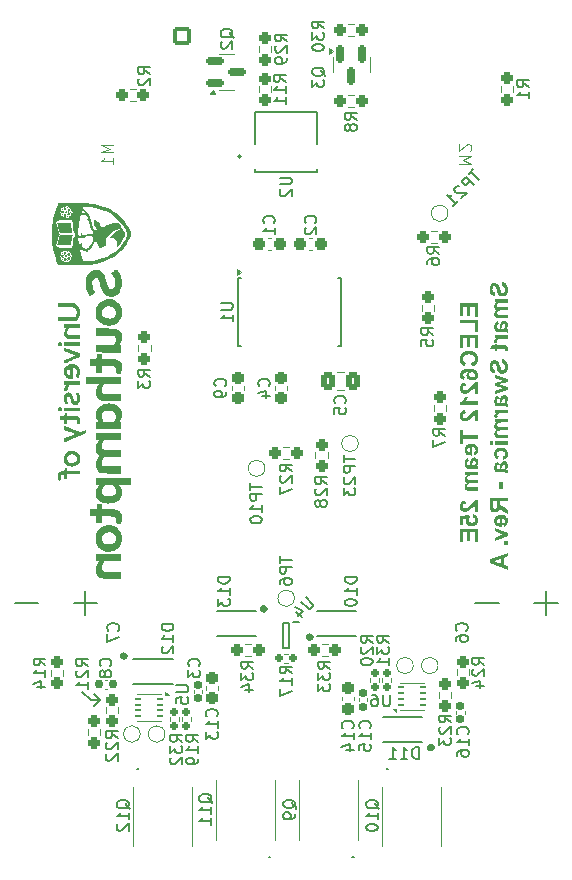
<source format=gbo>
G04 #@! TF.GenerationSoftware,KiCad,Pcbnew,9.0.0*
G04 #@! TF.CreationDate,2025-04-22T19:19:30+02:00*
G04 #@! TF.ProjectId,bio_robots,62696f5f-726f-4626-9f74-732e6b696361,rev?*
G04 #@! TF.SameCoordinates,Original*
G04 #@! TF.FileFunction,Legend,Bot*
G04 #@! TF.FilePolarity,Positive*
%FSLAX46Y46*%
G04 Gerber Fmt 4.6, Leading zero omitted, Abs format (unit mm)*
G04 Created by KiCad (PCBNEW 9.0.0) date 2025-04-22 19:19:30*
%MOMM*%
%LPD*%
G01*
G04 APERTURE LIST*
G04 Aperture macros list*
%AMRoundRect*
0 Rectangle with rounded corners*
0 $1 Rounding radius*
0 $2 $3 $4 $5 $6 $7 $8 $9 X,Y pos of 4 corners*
0 Add a 4 corners polygon primitive as box body*
4,1,4,$2,$3,$4,$5,$6,$7,$8,$9,$2,$3,0*
0 Add four circle primitives for the rounded corners*
1,1,$1+$1,$2,$3*
1,1,$1+$1,$4,$5*
1,1,$1+$1,$6,$7*
1,1,$1+$1,$8,$9*
0 Add four rect primitives between the rounded corners*
20,1,$1+$1,$2,$3,$4,$5,0*
20,1,$1+$1,$4,$5,$6,$7,0*
20,1,$1+$1,$6,$7,$8,$9,0*
20,1,$1+$1,$8,$9,$2,$3,0*%
%AMRotRect*
0 Rectangle, with rotation*
0 The origin of the aperture is its center*
0 $1 length*
0 $2 width*
0 $3 Rotation angle, in degrees counterclockwise*
0 Add horizontal line*
21,1,$1,$2,0,0,$3*%
%AMFreePoly0*
4,1,37,0.603843,0.796157,0.639018,0.796157,0.711114,0.766294,0.766294,0.711114,0.796157,0.639018,0.796157,0.603843,0.800000,0.600000,0.800000,-0.600000,0.796157,-0.603843,0.796157,-0.639018,0.766294,-0.711114,0.711114,-0.766294,0.639018,-0.796157,0.603843,-0.796157,0.600000,-0.800000,0.000000,-0.800000,0.000000,-0.796148,-0.078414,-0.796148,-0.232228,-0.765552,-0.377117,-0.705537,
-0.507515,-0.618408,-0.618408,-0.507515,-0.705537,-0.377117,-0.765552,-0.232228,-0.796148,-0.078414,-0.796148,0.078414,-0.765552,0.232228,-0.705537,0.377117,-0.618408,0.507515,-0.507515,0.618408,-0.377117,0.705537,-0.232228,0.765552,-0.078414,0.796148,0.000000,0.796148,0.000000,0.800000,0.600000,0.800000,0.603843,0.796157,0.603843,0.796157,$1*%
%AMFreePoly1*
4,1,37,0.000000,0.796148,0.078414,0.796148,0.232228,0.765552,0.377117,0.705537,0.507515,0.618408,0.618408,0.507515,0.705537,0.377117,0.765552,0.232228,0.796148,0.078414,0.796148,-0.078414,0.765552,-0.232228,0.705537,-0.377117,0.618408,-0.507515,0.507515,-0.618408,0.377117,-0.705537,0.232228,-0.765552,0.078414,-0.796148,0.000000,-0.796148,0.000000,-0.800000,-0.600000,-0.800000,
-0.603843,-0.796157,-0.639018,-0.796157,-0.711114,-0.766294,-0.766294,-0.711114,-0.796157,-0.639018,-0.796157,-0.603843,-0.800000,-0.600000,-0.800000,0.600000,-0.796157,0.603843,-0.796157,0.639018,-0.766294,0.711114,-0.711114,0.766294,-0.639018,0.796157,-0.603843,0.796157,-0.600000,0.800000,0.000000,0.800000,0.000000,0.796148,0.000000,0.796148,$1*%
G04 Aperture macros list end*
%ADD10C,0.500000*%
%ADD11C,0.200000*%
%ADD12C,0.300000*%
%ADD13C,0.150000*%
%ADD14C,0.100000*%
%ADD15C,0.120000*%
%ADD16C,0.152400*%
%ADD17C,0.000000*%
%ADD18C,2.700000*%
%ADD19RotRect,1.800000X1.800000X225.000000*%
%ADD20C,1.800000*%
%ADD21C,1.473200*%
%ADD22RoundRect,0.200000X-0.600000X-0.600000X0.600000X-0.600000X0.600000X0.600000X-0.600000X0.600000X0*%
%ADD23C,1.600000*%
%ADD24FreePoly0,0.000000*%
%ADD25FreePoly1,0.000000*%
%ADD26R,1.800000X1.800000*%
%ADD27C,2.600000*%
%ADD28RotRect,1.800000X1.800000X315.000000*%
%ADD29RoundRect,0.160000X0.160000X-0.197500X0.160000X0.197500X-0.160000X0.197500X-0.160000X-0.197500X0*%
%ADD30RoundRect,0.250000X-0.337500X-0.475000X0.337500X-0.475000X0.337500X0.475000X-0.337500X0.475000X0*%
%ADD31RoundRect,0.155000X0.155000X-0.212500X0.155000X0.212500X-0.155000X0.212500X-0.155000X-0.212500X0*%
%ADD32R,0.850000X1.450000*%
%ADD33R,0.850000X1.050000*%
%ADD34R,4.700000X3.750000*%
%ADD35C,1.000000*%
%ADD36RoundRect,0.237500X-0.237500X0.250000X-0.237500X-0.250000X0.237500X-0.250000X0.237500X0.250000X0*%
%ADD37RoundRect,0.237500X0.237500X-0.300000X0.237500X0.300000X-0.237500X0.300000X-0.237500X-0.300000X0*%
%ADD38RoundRect,0.237500X0.237500X-0.250000X0.237500X0.250000X-0.237500X0.250000X-0.237500X-0.250000X0*%
%ADD39RoundRect,0.237500X-0.250000X-0.237500X0.250000X-0.237500X0.250000X0.237500X-0.250000X0.237500X0*%
%ADD40RoundRect,0.155000X-0.155000X0.212500X-0.155000X-0.212500X0.155000X-0.212500X0.155000X0.212500X0*%
%ADD41C,1.200000*%
%ADD42R,0.558800X1.092200*%
%ADD43RoundRect,0.155000X0.212500X0.155000X-0.212500X0.155000X-0.212500X-0.155000X0.212500X-0.155000X0*%
%ADD44R,0.475000X0.300000*%
%ADD45RoundRect,0.062500X0.187500X0.062500X-0.187500X0.062500X-0.187500X-0.062500X0.187500X-0.062500X0*%
%ADD46R,0.900000X1.600000*%
%ADD47R,2.000000X2.000000*%
%ADD48C,2.000000*%
%ADD49RoundRect,0.237500X0.250000X0.237500X-0.250000X0.237500X-0.250000X-0.237500X0.250000X-0.237500X0*%
%ADD50RoundRect,0.237500X-0.237500X0.300000X-0.237500X-0.300000X0.237500X-0.300000X0.237500X0.300000X0*%
%ADD51RoundRect,0.237500X-0.300000X-0.237500X0.300000X-0.237500X0.300000X0.237500X-0.300000X0.237500X0*%
%ADD52RoundRect,0.150000X-0.150000X0.587500X-0.150000X-0.587500X0.150000X-0.587500X0.150000X0.587500X0*%
%ADD53RoundRect,0.150000X-0.587500X-0.150000X0.587500X-0.150000X0.587500X0.150000X-0.587500X0.150000X0*%
%ADD54R,0.450000X1.750000*%
%ADD55RoundRect,0.160000X-0.160000X0.197500X-0.160000X-0.197500X0.160000X-0.197500X0.160000X0.197500X0*%
%ADD56RoundRect,0.237500X0.300000X0.237500X-0.300000X0.237500X-0.300000X-0.237500X0.300000X-0.237500X0*%
%ADD57RoundRect,0.160000X-0.197500X-0.160000X0.197500X-0.160000X0.197500X0.160000X-0.197500X0.160000X0*%
%ADD58RoundRect,0.062500X-0.187500X-0.062500X0.187500X-0.062500X0.187500X0.062500X-0.187500X0.062500X0*%
G04 APERTURE END LIST*
D10*
X97100000Y-124900000D02*
G75*
G02*
X96900000Y-124900000I-100000J0D01*
G01*
X96900000Y-124900000D02*
G75*
G02*
X97100000Y-124900000I100000J0D01*
G01*
X93200000Y-122500000D02*
G75*
G02*
X93000000Y-122500000I-100000J0D01*
G01*
X93000000Y-122500000D02*
G75*
G02*
X93200000Y-122500000I100000J0D01*
G01*
D11*
X79250000Y-130250000D02*
X78750000Y-130750000D01*
X78500000Y-130250000D02*
X79250000Y-130250000D01*
D10*
X107350000Y-134250000D02*
G75*
G02*
X107150000Y-134250000I-100000J0D01*
G01*
X107150000Y-134250000D02*
G75*
G02*
X107350000Y-134250000I100000J0D01*
G01*
D11*
X77750000Y-129500000D02*
X78500000Y-130250000D01*
X79250000Y-130250000D02*
X78750000Y-129750000D01*
D10*
X81350000Y-126500000D02*
G75*
G02*
X81150000Y-126500000I-100000J0D01*
G01*
X81150000Y-126500000D02*
G75*
G02*
X81350000Y-126500000I100000J0D01*
G01*
D12*
G36*
X111225000Y-96617512D02*
G01*
X109718510Y-96617512D01*
X109718510Y-97731351D01*
X109970568Y-97731351D01*
X109970568Y-96920770D01*
X110304692Y-96920770D01*
X110304692Y-97674931D01*
X110556751Y-97674931D01*
X110556751Y-96920770D01*
X110972941Y-96920770D01*
X110972941Y-97760019D01*
X111225000Y-97760019D01*
X111225000Y-96617512D01*
G37*
G36*
X111225000Y-98025175D02*
G01*
X109736095Y-98025175D01*
X109736095Y-98328525D01*
X110972941Y-98328525D01*
X110972941Y-99082685D01*
X111225000Y-99082685D01*
X111225000Y-98025175D01*
G37*
G36*
X111225000Y-99299298D02*
G01*
X109718510Y-99299298D01*
X109718510Y-100413137D01*
X109970568Y-100413137D01*
X109970568Y-99602556D01*
X110304692Y-99602556D01*
X110304692Y-100356717D01*
X110556751Y-100356717D01*
X110556751Y-99602556D01*
X110972941Y-99602556D01*
X110972941Y-100441805D01*
X111225000Y-100441805D01*
X111225000Y-99299298D01*
G37*
G36*
X110668126Y-101659966D02*
G01*
X110761915Y-101954065D01*
X110883438Y-101912103D01*
X110983065Y-101860275D01*
X111063986Y-101799296D01*
X111128646Y-101729118D01*
X111179628Y-101648023D01*
X111216936Y-101555840D01*
X111240268Y-101450640D01*
X111248447Y-101330055D01*
X111239833Y-101211699D01*
X111214870Y-101105013D01*
X111174217Y-101008114D01*
X111117637Y-100919499D01*
X111044016Y-100838120D01*
X110959640Y-100771029D01*
X110863492Y-100717968D01*
X110753871Y-100678790D01*
X110628583Y-100654156D01*
X110485035Y-100645504D01*
X110332299Y-100654361D01*
X110200436Y-100679438D01*
X110086469Y-100719048D01*
X109987860Y-100772296D01*
X109902608Y-100839127D01*
X109828440Y-100920770D01*
X109771092Y-101011062D01*
X109729608Y-101111219D01*
X109703963Y-101222970D01*
X109695062Y-101348465D01*
X109706036Y-101484543D01*
X109737397Y-101602555D01*
X109787937Y-101705664D01*
X109858003Y-101796254D01*
X109927747Y-101856230D01*
X110018544Y-101907727D01*
X110134699Y-101949944D01*
X110205041Y-101649708D01*
X110131235Y-101624854D01*
X110070475Y-101587882D01*
X110020669Y-101538517D01*
X109983499Y-101479042D01*
X109960850Y-101411288D01*
X109952983Y-101333078D01*
X109960822Y-101251877D01*
X109983438Y-101180893D01*
X110020536Y-101118053D01*
X110073242Y-101061968D01*
X110135113Y-101020317D01*
X110217086Y-100987801D01*
X110324198Y-100966072D01*
X110462504Y-100958013D01*
X110610257Y-100966133D01*
X110722808Y-100987840D01*
X110807203Y-101019943D01*
X110869351Y-101060503D01*
X110922621Y-101115921D01*
X110959973Y-101177789D01*
X110982673Y-101247448D01*
X110990526Y-101326941D01*
X110981698Y-101404576D01*
X110955932Y-101473186D01*
X110912766Y-101534945D01*
X110855492Y-101584561D01*
X110775872Y-101626643D01*
X110668126Y-101659966D01*
G37*
G36*
X110667898Y-102158013D02*
G01*
X110806525Y-102178541D01*
X110918118Y-102209648D01*
X111007133Y-102249514D01*
X111077355Y-102297074D01*
X111142065Y-102360088D01*
X111191077Y-102428047D01*
X111225864Y-102501679D01*
X111247037Y-102582161D01*
X111254309Y-102671040D01*
X111245203Y-102775002D01*
X111219005Y-102866061D01*
X111176350Y-102946631D01*
X111116464Y-103018445D01*
X111043667Y-103076480D01*
X110959911Y-103118431D01*
X110863087Y-103144551D01*
X110750375Y-103153725D01*
X110644350Y-103145102D01*
X110552053Y-103120413D01*
X110471067Y-103080536D01*
X110399581Y-103025131D01*
X110339224Y-102956358D01*
X110297316Y-102882861D01*
X110272211Y-102803407D01*
X110263660Y-102716195D01*
X110268359Y-102671040D01*
X110474685Y-102671040D01*
X110482151Y-102725403D01*
X110504041Y-102772569D01*
X110541455Y-102814472D01*
X110589526Y-102844245D01*
X110657484Y-102864293D01*
X110751840Y-102871899D01*
X110843800Y-102864710D01*
X110908406Y-102845990D01*
X110952699Y-102818593D01*
X110987007Y-102779699D01*
X111007111Y-102735901D01*
X111013974Y-102685420D01*
X111006048Y-102633356D01*
X110981957Y-102584739D01*
X110939144Y-102537867D01*
X110885630Y-102503526D01*
X110816321Y-102481395D01*
X110726744Y-102473295D01*
X110645633Y-102480598D01*
X110584424Y-102500335D01*
X110538524Y-102530631D01*
X110502704Y-102572307D01*
X110481788Y-102618525D01*
X110474685Y-102671040D01*
X110268359Y-102671040D01*
X110271667Y-102639258D01*
X110295098Y-102570146D01*
X110334217Y-102507032D01*
X110390788Y-102448749D01*
X110213343Y-102468508D01*
X110104578Y-102496482D01*
X110043200Y-102528158D01*
X109995081Y-102574935D01*
X109967898Y-102625655D01*
X109958845Y-102682398D01*
X109963727Y-102726457D01*
X109977620Y-102763131D01*
X110000335Y-102794047D01*
X110030667Y-102817746D01*
X110072427Y-102835836D01*
X110128838Y-102847353D01*
X110097697Y-103126065D01*
X110006449Y-103104228D01*
X109930500Y-103072759D01*
X109867507Y-103032380D01*
X109815688Y-102983091D01*
X109773871Y-102924523D01*
X109743696Y-102858740D01*
X109725017Y-102784407D01*
X109718510Y-102699800D01*
X109726119Y-102604030D01*
X109748185Y-102517987D01*
X109784251Y-102439963D01*
X109834784Y-102368648D01*
X109901142Y-102303211D01*
X109973746Y-102253540D01*
X110065502Y-102211989D01*
X110180231Y-102179625D01*
X110322440Y-102158297D01*
X110497217Y-102150528D01*
X110667898Y-102158013D01*
G37*
G36*
X110955355Y-104289454D02*
G01*
X111225000Y-104289454D01*
X111225000Y-103280212D01*
X111126409Y-103298308D01*
X111031184Y-103330892D01*
X110938411Y-103378581D01*
X110851792Y-103440066D01*
X110734653Y-103543423D01*
X110579191Y-103702356D01*
X110409992Y-103876105D01*
X110333910Y-103941042D01*
X110272587Y-103975074D01*
X110214399Y-103994296D01*
X110158147Y-104000485D01*
X110096141Y-103994100D01*
X110047979Y-103976511D01*
X110010502Y-103948736D01*
X109982557Y-103911254D01*
X109965104Y-103864487D01*
X109958845Y-103805762D01*
X109965312Y-103747946D01*
X109983550Y-103700942D01*
X110013158Y-103662330D01*
X110052902Y-103634016D01*
X110110928Y-103612841D01*
X110193318Y-103600873D01*
X110164650Y-103314010D01*
X110045854Y-103335796D01*
X109952129Y-103370748D01*
X109878799Y-103417183D01*
X109822374Y-103474843D01*
X109777959Y-103544716D01*
X109745636Y-103623295D01*
X109725527Y-103712097D01*
X109718510Y-103812998D01*
X109726845Y-103923800D01*
X109750312Y-104017049D01*
X109787458Y-104095799D01*
X109838036Y-104162418D01*
X109901852Y-104218317D01*
X109971683Y-104257535D01*
X110048845Y-104281287D01*
X110135249Y-104289454D01*
X110234259Y-104280303D01*
X110327773Y-104253093D01*
X110418105Y-104208018D01*
X110519199Y-104137780D01*
X110591137Y-104073399D01*
X110710258Y-103949285D01*
X110875671Y-103776636D01*
X110955355Y-103717743D01*
X110955355Y-104289454D01*
G37*
G36*
X111225000Y-105220294D02*
G01*
X111225000Y-104932332D01*
X110142943Y-104932332D01*
X110233276Y-104821414D01*
X110306592Y-104697930D01*
X110363311Y-104560381D01*
X110099528Y-104560381D01*
X110069824Y-104632991D01*
X110024117Y-104714167D01*
X109959394Y-104805295D01*
X109884774Y-104885980D01*
X109804778Y-104945654D01*
X109718510Y-104986646D01*
X109718510Y-105220294D01*
X111225000Y-105220294D01*
G37*
G36*
X110955355Y-106622462D02*
G01*
X111225000Y-106622462D01*
X111225000Y-105613220D01*
X111126409Y-105631316D01*
X111031184Y-105663900D01*
X110938411Y-105711589D01*
X110851792Y-105773074D01*
X110734653Y-105876431D01*
X110579191Y-106035363D01*
X110409992Y-106209112D01*
X110333910Y-106274050D01*
X110272587Y-106308082D01*
X110214399Y-106327304D01*
X110158147Y-106333492D01*
X110096141Y-106327107D01*
X110047979Y-106309519D01*
X110010502Y-106281743D01*
X109982557Y-106244262D01*
X109965104Y-106197494D01*
X109958845Y-106138770D01*
X109965312Y-106080953D01*
X109983550Y-106033950D01*
X110013158Y-105995338D01*
X110052902Y-105967024D01*
X110110928Y-105945849D01*
X110193318Y-105933880D01*
X110164650Y-105647017D01*
X110045854Y-105668804D01*
X109952129Y-105703756D01*
X109878799Y-105750191D01*
X109822374Y-105807851D01*
X109777959Y-105877723D01*
X109745636Y-105956303D01*
X109725527Y-106045105D01*
X109718510Y-106146005D01*
X109726845Y-106256808D01*
X109750312Y-106350056D01*
X109787458Y-106428806D01*
X109838036Y-106495425D01*
X109901852Y-106551325D01*
X109971683Y-106590543D01*
X110048845Y-106614295D01*
X110135249Y-106622462D01*
X110234259Y-106613311D01*
X110327773Y-106586100D01*
X110418105Y-106541025D01*
X110519199Y-106470787D01*
X110591137Y-106406406D01*
X110710258Y-106282293D01*
X110875671Y-106109644D01*
X110955355Y-106050751D01*
X110955355Y-106622462D01*
G37*
G36*
X111225000Y-107801514D02*
G01*
X109970568Y-107801514D01*
X109970568Y-107355740D01*
X109718510Y-107355740D01*
X109718510Y-108549538D01*
X109970568Y-108549538D01*
X109970568Y-108104772D01*
X111225000Y-108104772D01*
X111225000Y-107801514D01*
G37*
G36*
X110802469Y-108510108D02*
G01*
X110902376Y-108531129D01*
X110989961Y-108564676D01*
X111067005Y-108610355D01*
X111132950Y-108669134D01*
X111184329Y-108738607D01*
X111222059Y-108820302D01*
X111245867Y-108916563D01*
X111254309Y-109030391D01*
X111244255Y-109147363D01*
X111215840Y-109245755D01*
X111170411Y-109329070D01*
X111107554Y-109400144D01*
X111027122Y-109458330D01*
X110926046Y-109503825D01*
X110879152Y-109216962D01*
X110951026Y-109186137D01*
X110995472Y-109147261D01*
X111022201Y-109096837D01*
X111031559Y-109033505D01*
X111023516Y-108970317D01*
X111000095Y-108915714D01*
X110960576Y-108867542D01*
X110909459Y-108831487D01*
X110844499Y-108807833D01*
X110761915Y-108797842D01*
X110761915Y-109519213D01*
X110622949Y-109514768D01*
X110507257Y-109497457D01*
X110411323Y-109469271D01*
X110332072Y-109431556D01*
X110266957Y-109384940D01*
X110197068Y-109309457D01*
X110147139Y-109222162D01*
X110116238Y-109120712D01*
X110106985Y-109019217D01*
X110328140Y-109019217D01*
X110335485Y-109075133D01*
X110357077Y-109124385D01*
X110393902Y-109168785D01*
X110441392Y-109201737D01*
X110503996Y-109223801D01*
X110586060Y-109233357D01*
X110586060Y-108802971D01*
X110508844Y-108809898D01*
X110447135Y-108830439D01*
X110397566Y-108863421D01*
X110358881Y-108908226D01*
X110336005Y-108959437D01*
X110328140Y-109019217D01*
X110106985Y-109019217D01*
X110105390Y-109001723D01*
X110115392Y-108896659D01*
X110144396Y-108803543D01*
X110192171Y-108719929D01*
X110260179Y-108644152D01*
X110341017Y-108584561D01*
X110437149Y-108540575D01*
X110551570Y-108512672D01*
X110688093Y-108502735D01*
X110802469Y-108510108D01*
G37*
G36*
X110999128Y-109683778D02*
G01*
X111059578Y-109701999D01*
X111113716Y-109731910D01*
X111162626Y-109774294D01*
X111201502Y-109825113D01*
X111229986Y-109884945D01*
X111247942Y-109955542D01*
X111254309Y-110039175D01*
X111245061Y-110132115D01*
X111217672Y-110218511D01*
X111172724Y-110298783D01*
X111107763Y-110376322D01*
X111141102Y-110386580D01*
X111225000Y-110414241D01*
X111225000Y-110699089D01*
X111147040Y-110666465D01*
X111078087Y-110647340D01*
X111000019Y-110637619D01*
X110865230Y-110633510D01*
X110527076Y-110636532D01*
X110399598Y-110630862D01*
X110317464Y-110616824D01*
X110267781Y-110598064D01*
X110225199Y-110567845D01*
X110186402Y-110524495D01*
X110151277Y-110465349D01*
X110127998Y-110400421D01*
X110111670Y-110307537D01*
X110105390Y-110178485D01*
X110111252Y-110069765D01*
X110127275Y-109982634D01*
X110151576Y-109913357D01*
X110182968Y-109858741D01*
X110241518Y-109796157D01*
X110319739Y-109745515D01*
X110421929Y-109707158D01*
X110468824Y-109968467D01*
X110399132Y-110001254D01*
X110359372Y-110038076D01*
X110336718Y-110086705D01*
X110328140Y-110157969D01*
X110333359Y-110233716D01*
X110346406Y-110282644D01*
X110364501Y-110312666D01*
X110391677Y-110334120D01*
X110430830Y-110348319D01*
X110486226Y-110353699D01*
X110515718Y-110353699D01*
X110703297Y-110353699D01*
X110760908Y-110353699D01*
X110856566Y-110350148D01*
X110901958Y-110342433D01*
X110953567Y-110317506D01*
X110997670Y-110273740D01*
X111026794Y-110224678D01*
X111043605Y-110175489D01*
X111049145Y-110125179D01*
X111044005Y-110080526D01*
X111029260Y-110042794D01*
X111004906Y-110010416D01*
X110973162Y-109985134D01*
X110938532Y-109970354D01*
X110899851Y-109965353D01*
X110861518Y-109971468D01*
X110828063Y-109989668D01*
X110798002Y-110021681D01*
X110776263Y-110069594D01*
X110747535Y-110178485D01*
X110703297Y-110353699D01*
X110515718Y-110353699D01*
X110546102Y-110259769D01*
X110586793Y-110073980D01*
X110620506Y-109933900D01*
X110654296Y-109845002D01*
X110684099Y-109795570D01*
X110720989Y-109754711D01*
X110765487Y-109721537D01*
X110815518Y-109697292D01*
X110870263Y-109682546D01*
X110930809Y-109677482D01*
X110999128Y-109683778D01*
G37*
G36*
X110134699Y-110898299D02*
G01*
X110134699Y-111163639D01*
X110283260Y-111163639D01*
X110202669Y-111241517D01*
X110148140Y-111322954D01*
X110116152Y-111409303D01*
X110105390Y-111502801D01*
X110110526Y-111571400D01*
X110125228Y-111631407D01*
X110148896Y-111684242D01*
X110182102Y-111731522D01*
X110225513Y-111773436D01*
X110280512Y-111810272D01*
X110201962Y-111886683D01*
X110148896Y-111964969D01*
X110116280Y-112050781D01*
X110105390Y-112142289D01*
X110111274Y-112220949D01*
X110127919Y-112287907D01*
X110154392Y-112345164D01*
X110191757Y-112395447D01*
X110239221Y-112436594D01*
X110298189Y-112469178D01*
X110379351Y-112489959D01*
X110524969Y-112498853D01*
X111225000Y-112498853D01*
X111225000Y-112210891D01*
X110599982Y-112210891D01*
X110489241Y-112206238D01*
X110424325Y-112195183D01*
X110389964Y-112181216D01*
X110355945Y-112150190D01*
X110335443Y-112110177D01*
X110328140Y-112058209D01*
X110337248Y-112000055D01*
X110365234Y-111944453D01*
X110409852Y-111899375D01*
X110473861Y-111867608D01*
X110555801Y-111851098D01*
X110699816Y-111844069D01*
X111225000Y-111844069D01*
X111225000Y-111556107D01*
X110625719Y-111556107D01*
X110480009Y-111551056D01*
X110419822Y-111540719D01*
X110378473Y-111520443D01*
X110350854Y-111493000D01*
X110334330Y-111456908D01*
X110328140Y-111405439D01*
X110337238Y-111341920D01*
X110364227Y-111285547D01*
X110407495Y-111240327D01*
X110468183Y-111209160D01*
X110547368Y-111193138D01*
X110693680Y-111186170D01*
X111225000Y-111186170D01*
X111225000Y-110898299D01*
X110134699Y-110898299D01*
G37*
G36*
X110955355Y-114280941D02*
G01*
X111225000Y-114280941D01*
X111225000Y-113271699D01*
X111126409Y-113289795D01*
X111031184Y-113322379D01*
X110938411Y-113370068D01*
X110851792Y-113431552D01*
X110734653Y-113534910D01*
X110579191Y-113693842D01*
X110409992Y-113867591D01*
X110333910Y-113932528D01*
X110272587Y-113966561D01*
X110214399Y-113985782D01*
X110158147Y-113991971D01*
X110096141Y-113985586D01*
X110047979Y-113967998D01*
X110010502Y-113940222D01*
X109982557Y-113902740D01*
X109965104Y-113855973D01*
X109958845Y-113797248D01*
X109965312Y-113739432D01*
X109983550Y-113692428D01*
X110013158Y-113653817D01*
X110052902Y-113625502D01*
X110110928Y-113604328D01*
X110193318Y-113592359D01*
X110164650Y-113305496D01*
X110045854Y-113327283D01*
X109952129Y-113362235D01*
X109878799Y-113408670D01*
X109822374Y-113466330D01*
X109777959Y-113536202D01*
X109745636Y-113614781D01*
X109725527Y-113703584D01*
X109718510Y-113804484D01*
X109726845Y-113915287D01*
X109750312Y-114008535D01*
X109787458Y-114087285D01*
X109838036Y-114153904D01*
X109901852Y-114209803D01*
X109971683Y-114249021D01*
X110048845Y-114272773D01*
X110135249Y-114280941D01*
X110234259Y-114271790D01*
X110327773Y-114244579D01*
X110418105Y-114199504D01*
X110519199Y-114129266D01*
X110591137Y-114064885D01*
X110710258Y-113940772D01*
X110875671Y-113768122D01*
X110955355Y-113709229D01*
X110955355Y-114280941D01*
G37*
G36*
X110844347Y-114479144D02*
G01*
X110814672Y-114766099D01*
X110876918Y-114780262D01*
X110927618Y-114804589D01*
X110968911Y-114838822D01*
X111000803Y-114881786D01*
X111019427Y-114927797D01*
X111025697Y-114978224D01*
X111017458Y-115034859D01*
X110992992Y-115085067D01*
X110950501Y-115130814D01*
X110896648Y-115163519D01*
X110823038Y-115185235D01*
X110723630Y-115193371D01*
X110630768Y-115185375D01*
X110561604Y-115163930D01*
X110510589Y-115131364D01*
X110471174Y-115085984D01*
X110447666Y-115033002D01*
X110439515Y-114969980D01*
X110446146Y-114910985D01*
X110466048Y-114855029D01*
X110500218Y-114800846D01*
X110550889Y-114747597D01*
X110516543Y-114513948D01*
X109736095Y-114661502D01*
X109736095Y-115422898D01*
X110005739Y-115422898D01*
X110005739Y-114879763D01*
X110258531Y-114834700D01*
X110231795Y-114900235D01*
X110216098Y-114965574D01*
X110210903Y-115031438D01*
X110219861Y-115124302D01*
X110246053Y-115208178D01*
X110289568Y-115285034D01*
X110351953Y-115356220D01*
X110426154Y-115413548D01*
X110510508Y-115454882D01*
X110606949Y-115480519D01*
X110718043Y-115489485D01*
X110810418Y-115482603D01*
X110896291Y-115462385D01*
X110976858Y-115428978D01*
X111053083Y-115381865D01*
X111126093Y-115318102D01*
X111181624Y-115246830D01*
X111221356Y-115167096D01*
X111245810Y-115077259D01*
X111254309Y-114975110D01*
X111246735Y-114871732D01*
X111225156Y-114782175D01*
X111190613Y-114704175D01*
X111143209Y-114635948D01*
X111083489Y-114577492D01*
X111014744Y-114532142D01*
X110935660Y-114499264D01*
X110844347Y-114479144D01*
G37*
G36*
X111225000Y-115705090D02*
G01*
X109718510Y-115705090D01*
X109718510Y-116818929D01*
X109970568Y-116818929D01*
X109970568Y-116008348D01*
X110304692Y-116008348D01*
X110304692Y-116762509D01*
X110556751Y-116762509D01*
X110556751Y-116008348D01*
X110972941Y-116008348D01*
X110972941Y-116847597D01*
X111225000Y-116847597D01*
X111225000Y-115705090D01*
G37*
G36*
X113264330Y-94830478D02*
G01*
X113235020Y-95125584D01*
X113328143Y-95151316D01*
X113397616Y-95187697D01*
X113448336Y-95233662D01*
X113484893Y-95291586D01*
X113508049Y-95363612D01*
X113516388Y-95453480D01*
X113508489Y-95549530D01*
X113487318Y-95621272D01*
X113455297Y-95674306D01*
X113410638Y-95716749D01*
X113363588Y-95740678D01*
X113312415Y-95748587D01*
X113263376Y-95740612D01*
X113223114Y-95717354D01*
X113190980Y-95678287D01*
X113159000Y-95608178D01*
X113092322Y-95365370D01*
X113042808Y-95204046D01*
X112992256Y-95094149D01*
X112942021Y-95023094D01*
X112874875Y-94961649D01*
X112802673Y-94919039D01*
X112724146Y-94893504D01*
X112637389Y-94884791D01*
X112562209Y-94891974D01*
X112490537Y-94913435D01*
X112421142Y-94949821D01*
X112360130Y-94998801D01*
X112309133Y-95060704D01*
X112267727Y-95137400D01*
X112239488Y-95220674D01*
X112221469Y-95318372D01*
X112215062Y-95432964D01*
X112224272Y-95576389D01*
X112249607Y-95691985D01*
X112288503Y-95784750D01*
X112339718Y-95858771D01*
X112406675Y-95921363D01*
X112483129Y-95966872D01*
X112570819Y-95996231D01*
X112672285Y-96008889D01*
X112684009Y-95705539D01*
X112609898Y-95685991D01*
X112555973Y-95657819D01*
X112517771Y-95622008D01*
X112491351Y-95576438D01*
X112473732Y-95514105D01*
X112467121Y-95429941D01*
X112474003Y-95343208D01*
X112492774Y-95275535D01*
X112521618Y-95222946D01*
X112547833Y-95195937D01*
X112578459Y-95180182D01*
X112615040Y-95174769D01*
X112664073Y-95185748D01*
X112706540Y-95219832D01*
X112733059Y-95262994D01*
X112766541Y-95348744D01*
X112807931Y-95498543D01*
X112866250Y-95704276D01*
X112917016Y-95825890D01*
X112959336Y-95892123D01*
X113010104Y-95947076D01*
X113069882Y-95991853D01*
X113137010Y-96024243D01*
X113216030Y-96044625D01*
X113309484Y-96051845D01*
X113393598Y-96043921D01*
X113473872Y-96020245D01*
X113551651Y-95980129D01*
X113620016Y-95926133D01*
X113675702Y-95859099D01*
X113719446Y-95777255D01*
X113748592Y-95688111D01*
X113767496Y-95580290D01*
X113774309Y-95450366D01*
X113764871Y-95306589D01*
X113738685Y-95188570D01*
X113698069Y-95091861D01*
X113644066Y-95012836D01*
X113574207Y-94946292D01*
X113489462Y-94893583D01*
X113387306Y-94854603D01*
X113264330Y-94830478D01*
G37*
G36*
X112654699Y-96283295D02*
G01*
X112654699Y-96548635D01*
X112803260Y-96548635D01*
X112722669Y-96626513D01*
X112668140Y-96707950D01*
X112636152Y-96794299D01*
X112625390Y-96887796D01*
X112630526Y-96956396D01*
X112645228Y-97016403D01*
X112668896Y-97069238D01*
X112702102Y-97116518D01*
X112745513Y-97158432D01*
X112800512Y-97195268D01*
X112721962Y-97271679D01*
X112668896Y-97349965D01*
X112636280Y-97435777D01*
X112625390Y-97527285D01*
X112631274Y-97605945D01*
X112647919Y-97672903D01*
X112674392Y-97730160D01*
X112711757Y-97780443D01*
X112759221Y-97821590D01*
X112818189Y-97854174D01*
X112899351Y-97874955D01*
X113044969Y-97883849D01*
X113745000Y-97883849D01*
X113745000Y-97595887D01*
X113119982Y-97595887D01*
X113009241Y-97591234D01*
X112944325Y-97580179D01*
X112909964Y-97566212D01*
X112875945Y-97535186D01*
X112855443Y-97495172D01*
X112848140Y-97443205D01*
X112857248Y-97385051D01*
X112885234Y-97329449D01*
X112929852Y-97284371D01*
X112993861Y-97252604D01*
X113075801Y-97236094D01*
X113219816Y-97229065D01*
X113745000Y-97229065D01*
X113745000Y-96941102D01*
X113145719Y-96941102D01*
X113000009Y-96936051D01*
X112939822Y-96925715D01*
X112898473Y-96905439D01*
X112870854Y-96877996D01*
X112854330Y-96841904D01*
X112848140Y-96790435D01*
X112857238Y-96726916D01*
X112884227Y-96670542D01*
X112927495Y-96625323D01*
X112988183Y-96594156D01*
X113067368Y-96578134D01*
X113213680Y-96571166D01*
X113745000Y-96571166D01*
X113745000Y-96283295D01*
X112654699Y-96283295D01*
G37*
G36*
X113519128Y-98102270D02*
G01*
X113579578Y-98120491D01*
X113633716Y-98150402D01*
X113682626Y-98192786D01*
X113721502Y-98243605D01*
X113749986Y-98303437D01*
X113767942Y-98374034D01*
X113774309Y-98457667D01*
X113765061Y-98550607D01*
X113737672Y-98637003D01*
X113692724Y-98717276D01*
X113627763Y-98794814D01*
X113661102Y-98805072D01*
X113745000Y-98832733D01*
X113745000Y-99117581D01*
X113667040Y-99084957D01*
X113598087Y-99065832D01*
X113520019Y-99056111D01*
X113385230Y-99052002D01*
X113047076Y-99055024D01*
X112919598Y-99049354D01*
X112837464Y-99035316D01*
X112787781Y-99016556D01*
X112745199Y-98986337D01*
X112706402Y-98942988D01*
X112671277Y-98883841D01*
X112647998Y-98818913D01*
X112631670Y-98726029D01*
X112625390Y-98596977D01*
X112631252Y-98488257D01*
X112647275Y-98401126D01*
X112671576Y-98331849D01*
X112702968Y-98277233D01*
X112761518Y-98214649D01*
X112839739Y-98164007D01*
X112941929Y-98125650D01*
X112988824Y-98386959D01*
X112919132Y-98419746D01*
X112879372Y-98456568D01*
X112856718Y-98505197D01*
X112848140Y-98576461D01*
X112853359Y-98652208D01*
X112866406Y-98701136D01*
X112884501Y-98731158D01*
X112911677Y-98752612D01*
X112950830Y-98766811D01*
X113006226Y-98772191D01*
X113035718Y-98772191D01*
X113223297Y-98772191D01*
X113280908Y-98772191D01*
X113376566Y-98768640D01*
X113421958Y-98760925D01*
X113473567Y-98735998D01*
X113517670Y-98692232D01*
X113546794Y-98643171D01*
X113563605Y-98593981D01*
X113569145Y-98543671D01*
X113564005Y-98499018D01*
X113549260Y-98461286D01*
X113524906Y-98428908D01*
X113493162Y-98403626D01*
X113458532Y-98388846D01*
X113419851Y-98383845D01*
X113381518Y-98389960D01*
X113348063Y-98408160D01*
X113318002Y-98440173D01*
X113296263Y-98488086D01*
X113267535Y-98596977D01*
X113223297Y-98772191D01*
X113035718Y-98772191D01*
X113066102Y-98678261D01*
X113106793Y-98492472D01*
X113140506Y-98352392D01*
X113174296Y-98263494D01*
X113204099Y-98214062D01*
X113240989Y-98173203D01*
X113285487Y-98140030D01*
X113335518Y-98115784D01*
X113390263Y-98101038D01*
X113450809Y-98095974D01*
X113519128Y-98102270D01*
G37*
G36*
X113745000Y-99613913D02*
G01*
X113745000Y-99325951D01*
X112654699Y-99325951D01*
X112654699Y-99593397D01*
X112809397Y-99593397D01*
X112711514Y-99664050D01*
X112662576Y-99716861D01*
X112634801Y-99775031D01*
X112625390Y-99841334D01*
X112631296Y-99905486D01*
X112649126Y-99968373D01*
X112679612Y-100030927D01*
X112930389Y-99941809D01*
X112894107Y-99868775D01*
X112883311Y-99806529D01*
X112891963Y-99749928D01*
X112916925Y-99704039D01*
X112959815Y-99668905D01*
X113038283Y-99638001D01*
X113149816Y-99621702D01*
X113406113Y-99613913D01*
X113745000Y-99613913D01*
G37*
G36*
X112654699Y-100653563D02*
G01*
X112883311Y-100653563D01*
X112883311Y-100456826D01*
X113326062Y-100456826D01*
X113482774Y-100462413D01*
X113502919Y-100471548D01*
X113519502Y-100488058D01*
X113530214Y-100509750D01*
X113533974Y-100536785D01*
X113528270Y-100580455D01*
X113506313Y-100652556D01*
X113730986Y-100677102D01*
X113754600Y-100608914D01*
X113769236Y-100533460D01*
X113774309Y-100449590D01*
X113767488Y-100374372D01*
X113747930Y-100309181D01*
X113716431Y-100253364D01*
X113679695Y-100217498D01*
X113633034Y-100193761D01*
X113566580Y-100177106D01*
X113503134Y-100170819D01*
X113361874Y-100167856D01*
X112883311Y-100167856D01*
X112883311Y-100035690D01*
X112654699Y-100035690D01*
X112654699Y-100167856D01*
X112443674Y-100167856D01*
X112273681Y-100456826D01*
X112654699Y-100456826D01*
X112654699Y-100653563D01*
G37*
G36*
X113264330Y-101362020D02*
G01*
X113235020Y-101657127D01*
X113328143Y-101682858D01*
X113397616Y-101719240D01*
X113448336Y-101765204D01*
X113484893Y-101823129D01*
X113508049Y-101895154D01*
X113516388Y-101985023D01*
X113508489Y-102081072D01*
X113487318Y-102152814D01*
X113455297Y-102205849D01*
X113410638Y-102248291D01*
X113363588Y-102272220D01*
X113312415Y-102280129D01*
X113263376Y-102272154D01*
X113223114Y-102248896D01*
X113190980Y-102209829D01*
X113159000Y-102139720D01*
X113092322Y-101896912D01*
X113042808Y-101735588D01*
X112992256Y-101625691D01*
X112942021Y-101554636D01*
X112874875Y-101493192D01*
X112802673Y-101450581D01*
X112724146Y-101425046D01*
X112637389Y-101416334D01*
X112562209Y-101423516D01*
X112490537Y-101444978D01*
X112421142Y-101481363D01*
X112360130Y-101530343D01*
X112309133Y-101592247D01*
X112267727Y-101668942D01*
X112239488Y-101752217D01*
X112221469Y-101849914D01*
X112215062Y-101964506D01*
X112224272Y-102107931D01*
X112249607Y-102223527D01*
X112288503Y-102316292D01*
X112339718Y-102390313D01*
X112406675Y-102452905D01*
X112483129Y-102498414D01*
X112570819Y-102527773D01*
X112672285Y-102540431D01*
X112684009Y-102237081D01*
X112609898Y-102217533D01*
X112555973Y-102189361D01*
X112517771Y-102153550D01*
X112491351Y-102107981D01*
X112473732Y-102045647D01*
X112467121Y-101961484D01*
X112474003Y-101874750D01*
X112492774Y-101807077D01*
X112521618Y-101754488D01*
X112547833Y-101727479D01*
X112578459Y-101711724D01*
X112615040Y-101706311D01*
X112664073Y-101717290D01*
X112706540Y-101751374D01*
X112733059Y-101794536D01*
X112766541Y-101880286D01*
X112807931Y-102030085D01*
X112866250Y-102235818D01*
X112917016Y-102357432D01*
X112959336Y-102423665D01*
X113010104Y-102478618D01*
X113069882Y-102523395D01*
X113137010Y-102555785D01*
X113216030Y-102576167D01*
X113309484Y-102583387D01*
X113393598Y-102575463D01*
X113473872Y-102551787D01*
X113551651Y-102511671D01*
X113620016Y-102457676D01*
X113675702Y-102390642D01*
X113719446Y-102308797D01*
X113748592Y-102219653D01*
X113767496Y-102111832D01*
X113774309Y-101981908D01*
X113764871Y-101838131D01*
X113738685Y-101720112D01*
X113698069Y-101623403D01*
X113644066Y-101544378D01*
X113574207Y-101477835D01*
X113489462Y-101425125D01*
X113387306Y-101386145D01*
X113264330Y-101362020D01*
G37*
G36*
X113745000Y-103039236D02*
G01*
X112654699Y-102694945D01*
X112654699Y-102974664D01*
X113369201Y-103178546D01*
X112654699Y-103366124D01*
X112654699Y-103643737D01*
X113369201Y-103825179D01*
X112654699Y-104033182D01*
X112654699Y-104317023D01*
X113745000Y-103967603D01*
X113745000Y-103690906D01*
X113043778Y-103503419D01*
X113745000Y-103318955D01*
X113745000Y-103039236D01*
G37*
G36*
X113519128Y-104399339D02*
G01*
X113579578Y-104417560D01*
X113633716Y-104447471D01*
X113682626Y-104489855D01*
X113721502Y-104540674D01*
X113749986Y-104600506D01*
X113767942Y-104671103D01*
X113774309Y-104754736D01*
X113765061Y-104847677D01*
X113737672Y-104934072D01*
X113692724Y-105014345D01*
X113627763Y-105091883D01*
X113661102Y-105102141D01*
X113745000Y-105129802D01*
X113745000Y-105414650D01*
X113667040Y-105382026D01*
X113598087Y-105362901D01*
X113520019Y-105353180D01*
X113385230Y-105349071D01*
X113047076Y-105352093D01*
X112919598Y-105346423D01*
X112837464Y-105332386D01*
X112787781Y-105313625D01*
X112745199Y-105283406D01*
X112706402Y-105240057D01*
X112671277Y-105180910D01*
X112647998Y-105115983D01*
X112631670Y-105023098D01*
X112625390Y-104894046D01*
X112631252Y-104785326D01*
X112647275Y-104698195D01*
X112671576Y-104628918D01*
X112702968Y-104574302D01*
X112761518Y-104511718D01*
X112839739Y-104461076D01*
X112941929Y-104422719D01*
X112988824Y-104684028D01*
X112919132Y-104716815D01*
X112879372Y-104753637D01*
X112856718Y-104802266D01*
X112848140Y-104873530D01*
X112853359Y-104949277D01*
X112866406Y-104998205D01*
X112884501Y-105028227D01*
X112911677Y-105049682D01*
X112950830Y-105063880D01*
X113006226Y-105069260D01*
X113035718Y-105069260D01*
X113223297Y-105069260D01*
X113280908Y-105069260D01*
X113376566Y-105065709D01*
X113421958Y-105057994D01*
X113473567Y-105033067D01*
X113517670Y-104989301D01*
X113546794Y-104940240D01*
X113563605Y-104891050D01*
X113569145Y-104840740D01*
X113564005Y-104796087D01*
X113549260Y-104758355D01*
X113524906Y-104725977D01*
X113493162Y-104700695D01*
X113458532Y-104685915D01*
X113419851Y-104680914D01*
X113381518Y-104687029D01*
X113348063Y-104705230D01*
X113318002Y-104737243D01*
X113296263Y-104785155D01*
X113267535Y-104894046D01*
X113223297Y-105069260D01*
X113035718Y-105069260D01*
X113066102Y-104975330D01*
X113106793Y-104789541D01*
X113140506Y-104649461D01*
X113174296Y-104560563D01*
X113204099Y-104511131D01*
X113240989Y-104470272D01*
X113285487Y-104437099D01*
X113335518Y-104412853D01*
X113390263Y-104398107D01*
X113450809Y-104393043D01*
X113519128Y-104399339D01*
G37*
G36*
X113745000Y-105910982D02*
G01*
X113745000Y-105623020D01*
X112654699Y-105623020D01*
X112654699Y-105890466D01*
X112809397Y-105890466D01*
X112711514Y-105961119D01*
X112662576Y-106013930D01*
X112634801Y-106072100D01*
X112625390Y-106138403D01*
X112631296Y-106202555D01*
X112649126Y-106265442D01*
X112679612Y-106327996D01*
X112930389Y-106238878D01*
X112894107Y-106165844D01*
X112883311Y-106103598D01*
X112891963Y-106046997D01*
X112916925Y-106001108D01*
X112959815Y-105965974D01*
X113038283Y-105935071D01*
X113149816Y-105918771D01*
X113406113Y-105910982D01*
X113745000Y-105910982D01*
G37*
G36*
X112654699Y-106430120D02*
G01*
X112654699Y-106695460D01*
X112803260Y-106695460D01*
X112722669Y-106773337D01*
X112668140Y-106854775D01*
X112636152Y-106941124D01*
X112625390Y-107034621D01*
X112630526Y-107103221D01*
X112645228Y-107163228D01*
X112668896Y-107216063D01*
X112702102Y-107263342D01*
X112745513Y-107305256D01*
X112800512Y-107342093D01*
X112721962Y-107418504D01*
X112668896Y-107496790D01*
X112636280Y-107582602D01*
X112625390Y-107674110D01*
X112631274Y-107752770D01*
X112647919Y-107819728D01*
X112674392Y-107876984D01*
X112711757Y-107927268D01*
X112759221Y-107968415D01*
X112818189Y-108000999D01*
X112899351Y-108021780D01*
X113044969Y-108030674D01*
X113745000Y-108030674D01*
X113745000Y-107742712D01*
X113119982Y-107742712D01*
X113009241Y-107738059D01*
X112944325Y-107727004D01*
X112909964Y-107713036D01*
X112875945Y-107682011D01*
X112855443Y-107641997D01*
X112848140Y-107590030D01*
X112857248Y-107531875D01*
X112885234Y-107476273D01*
X112929852Y-107431196D01*
X112993861Y-107399429D01*
X113075801Y-107382918D01*
X113219816Y-107375890D01*
X113745000Y-107375890D01*
X113745000Y-107087927D01*
X113145719Y-107087927D01*
X113000009Y-107082876D01*
X112939822Y-107072540D01*
X112898473Y-107052264D01*
X112870854Y-107024821D01*
X112854330Y-106988729D01*
X112848140Y-106937260D01*
X112857238Y-106873741D01*
X112884227Y-106817367D01*
X112927495Y-106772148D01*
X112988183Y-106740980D01*
X113067368Y-106724959D01*
X113213680Y-106717991D01*
X113745000Y-106717991D01*
X113745000Y-106430120D01*
X112654699Y-106430120D01*
G37*
G36*
X112502292Y-108318636D02*
G01*
X112238510Y-108318636D01*
X112238510Y-108606507D01*
X112502292Y-108606507D01*
X112502292Y-108318636D01*
G37*
G36*
X113745000Y-108318636D02*
G01*
X112654699Y-108318636D01*
X112654699Y-108606507D01*
X113745000Y-108606507D01*
X113745000Y-108318636D01*
G37*
G36*
X112965376Y-109850680D02*
G01*
X113018133Y-109566840D01*
X112964187Y-109552344D01*
X112922582Y-109530488D01*
X112890913Y-109501718D01*
X112867716Y-109465777D01*
X112853268Y-109422540D01*
X112848140Y-109370102D01*
X112856946Y-109301893D01*
X112882155Y-109245633D01*
X112924160Y-109198460D01*
X112978949Y-109165795D01*
X113060464Y-109143192D01*
X113178234Y-109134438D01*
X113309834Y-109143484D01*
X113399366Y-109166606D01*
X113458136Y-109199468D01*
X113503495Y-109247784D01*
X113530463Y-109305063D01*
X113539836Y-109374224D01*
X113534225Y-109427034D01*
X113518275Y-109471137D01*
X113492300Y-109508404D01*
X113457011Y-109537398D01*
X113404344Y-109562414D01*
X113328810Y-109582227D01*
X113375704Y-109865060D01*
X113472701Y-109836308D01*
X113553171Y-109798247D01*
X113619541Y-109751495D01*
X113673650Y-109695983D01*
X113715996Y-109631403D01*
X113747363Y-109555515D01*
X113767249Y-109466220D01*
X113774309Y-109360943D01*
X113764076Y-109243599D01*
X113734897Y-109142956D01*
X113687815Y-109055899D01*
X113622176Y-108980199D01*
X113542503Y-108920327D01*
X113447828Y-108876218D01*
X113335206Y-108848272D01*
X113200857Y-108838324D01*
X113064870Y-108848355D01*
X112951392Y-108876478D01*
X112856483Y-108920762D01*
X112777065Y-108980748D01*
X112711816Y-109056610D01*
X112664854Y-109144393D01*
X112635656Y-109246437D01*
X112625390Y-109365980D01*
X112631384Y-109466397D01*
X112648173Y-109550994D01*
X112674409Y-109622223D01*
X112709379Y-109682153D01*
X112772663Y-109750914D01*
X112856571Y-109807170D01*
X112965376Y-109850680D01*
G37*
G36*
X113519128Y-109998850D02*
G01*
X113579578Y-110017071D01*
X113633716Y-110046983D01*
X113682626Y-110089367D01*
X113721502Y-110140186D01*
X113749986Y-110200018D01*
X113767942Y-110270614D01*
X113774309Y-110354248D01*
X113765061Y-110447188D01*
X113737672Y-110533583D01*
X113692724Y-110613856D01*
X113627763Y-110691395D01*
X113661102Y-110701653D01*
X113745000Y-110729313D01*
X113745000Y-111014162D01*
X113667040Y-110981538D01*
X113598087Y-110962413D01*
X113520019Y-110952692D01*
X113385230Y-110948582D01*
X113047076Y-110951605D01*
X112919598Y-110945934D01*
X112837464Y-110931897D01*
X112787781Y-110913137D01*
X112745199Y-110882917D01*
X112706402Y-110839568D01*
X112671277Y-110780421D01*
X112647998Y-110715494D01*
X112631670Y-110622610D01*
X112625390Y-110493558D01*
X112631252Y-110384838D01*
X112647275Y-110297707D01*
X112671576Y-110228430D01*
X112702968Y-110173814D01*
X112761518Y-110111230D01*
X112839739Y-110060588D01*
X112941929Y-110022230D01*
X112988824Y-110283540D01*
X112919132Y-110316326D01*
X112879372Y-110353149D01*
X112856718Y-110401778D01*
X112848140Y-110473042D01*
X112853359Y-110548789D01*
X112866406Y-110597717D01*
X112884501Y-110627739D01*
X112911677Y-110649193D01*
X112950830Y-110663391D01*
X113006226Y-110668772D01*
X113035718Y-110668772D01*
X113223297Y-110668772D01*
X113280908Y-110668772D01*
X113376566Y-110665220D01*
X113421958Y-110657506D01*
X113473567Y-110632579D01*
X113517670Y-110588813D01*
X113546794Y-110539751D01*
X113563605Y-110490562D01*
X113569145Y-110440252D01*
X113564005Y-110395599D01*
X113549260Y-110357866D01*
X113524906Y-110325488D01*
X113493162Y-110300207D01*
X113458532Y-110285427D01*
X113419851Y-110280426D01*
X113381518Y-110286541D01*
X113348063Y-110304741D01*
X113318002Y-110336754D01*
X113296263Y-110384666D01*
X113267535Y-110493558D01*
X113223297Y-110668772D01*
X113035718Y-110668772D01*
X113066102Y-110574841D01*
X113106793Y-110389053D01*
X113140506Y-110248972D01*
X113174296Y-110160075D01*
X113204099Y-110110643D01*
X113240989Y-110069783D01*
X113285487Y-110036610D01*
X113335518Y-110012365D01*
X113390263Y-109997619D01*
X113450809Y-109992555D01*
X113519128Y-109998850D01*
G37*
G36*
X113346395Y-111785358D02*
G01*
X113059166Y-111785358D01*
X113059166Y-112350933D01*
X113346395Y-112350933D01*
X113346395Y-111785358D01*
G37*
G36*
X113745000Y-113406795D02*
G01*
X113117784Y-113406795D01*
X113117784Y-113468253D01*
X113122845Y-113565659D01*
X113134728Y-113620935D01*
X113157946Y-113666649D01*
X113197102Y-113712160D01*
X113259726Y-113762466D01*
X113417653Y-113871986D01*
X113745000Y-114091255D01*
X113745000Y-114453956D01*
X113451908Y-114270590D01*
X113291655Y-114164786D01*
X113208001Y-114097850D01*
X113143680Y-114027237D01*
X113081880Y-113935459D01*
X113060715Y-114033799D01*
X113029869Y-114114287D01*
X112990350Y-114179799D01*
X112942387Y-114232580D01*
X112884381Y-114275466D01*
X112819239Y-114306330D01*
X112745616Y-114325405D01*
X112661752Y-114332048D01*
X112574399Y-114324510D01*
X112495664Y-114302572D01*
X112423890Y-114266469D01*
X112360852Y-114217212D01*
X112313116Y-114159327D01*
X112279176Y-114091713D01*
X112258914Y-114016879D01*
X112244252Y-113904205D01*
X112238510Y-113741835D01*
X112238510Y-113643466D01*
X112490568Y-113643466D01*
X112495789Y-113864842D01*
X112517674Y-113931593D01*
X112555598Y-113979056D01*
X112589202Y-114000969D01*
X112630000Y-114014662D01*
X112679887Y-114019539D01*
X112744368Y-114011413D01*
X112794284Y-113988765D01*
X112833082Y-113952404D01*
X112858764Y-113903768D01*
X112871138Y-113829509D01*
X112877449Y-113631193D01*
X112877449Y-113406795D01*
X112490568Y-113406795D01*
X112490568Y-113643466D01*
X112238510Y-113643466D01*
X112238510Y-113103445D01*
X113745000Y-113103445D01*
X113745000Y-113406795D01*
G37*
G36*
X113322469Y-114538997D02*
G01*
X113422376Y-114560019D01*
X113509961Y-114593566D01*
X113587005Y-114639244D01*
X113652950Y-114698024D01*
X113704329Y-114767497D01*
X113742059Y-114849192D01*
X113765867Y-114945453D01*
X113774309Y-115059281D01*
X113764255Y-115176253D01*
X113735840Y-115274645D01*
X113690411Y-115357960D01*
X113627554Y-115429034D01*
X113547122Y-115487220D01*
X113446046Y-115532715D01*
X113399152Y-115245852D01*
X113471026Y-115215027D01*
X113515472Y-115176151D01*
X113542201Y-115125727D01*
X113551559Y-115062395D01*
X113543516Y-114999207D01*
X113520095Y-114944604D01*
X113480576Y-114896432D01*
X113429459Y-114860377D01*
X113364499Y-114836723D01*
X113281915Y-114826731D01*
X113281915Y-115548103D01*
X113142949Y-115543658D01*
X113027257Y-115526347D01*
X112931323Y-115498161D01*
X112852072Y-115460446D01*
X112786957Y-115413830D01*
X112717068Y-115338347D01*
X112667139Y-115251052D01*
X112636238Y-115149602D01*
X112626985Y-115048107D01*
X112848140Y-115048107D01*
X112855485Y-115104023D01*
X112877077Y-115153275D01*
X112913902Y-115197675D01*
X112961392Y-115230626D01*
X113023996Y-115252691D01*
X113106060Y-115262247D01*
X113106060Y-114831860D01*
X113028844Y-114838788D01*
X112967135Y-114859329D01*
X112917566Y-114892311D01*
X112878881Y-114937116D01*
X112856005Y-114988327D01*
X112848140Y-115048107D01*
X112626985Y-115048107D01*
X112625390Y-115030613D01*
X112635392Y-114925549D01*
X112664396Y-114832433D01*
X112712171Y-114748819D01*
X112780179Y-114673042D01*
X112861017Y-114613450D01*
X112957149Y-114569465D01*
X113071570Y-114541562D01*
X113208093Y-114531625D01*
X113322469Y-114538997D01*
G37*
G36*
X113745000Y-116081346D02*
G01*
X112654699Y-115642808D01*
X112654699Y-115945058D01*
X113211115Y-116150039D01*
X113396953Y-116209482D01*
X113303531Y-116239157D01*
X113211115Y-116269932D01*
X112654699Y-116476928D01*
X112654699Y-116773042D01*
X113745000Y-116340640D01*
X113745000Y-116081346D01*
G37*
G36*
X113745000Y-116793375D02*
G01*
X113457770Y-116793375D01*
X113457770Y-117081246D01*
X113745000Y-117081246D01*
X113745000Y-116793375D01*
G37*
G36*
X113745000Y-118051836D02*
G01*
X113405013Y-118175850D01*
X113405013Y-118776230D01*
X113745000Y-118907388D01*
X113745000Y-119237391D01*
X112238510Y-118635912D01*
X112238510Y-118471964D01*
X112590219Y-118471964D01*
X113152955Y-118678960D01*
X113152955Y-118269090D01*
X112590219Y-118471964D01*
X112238510Y-118471964D01*
X112238510Y-118315160D01*
X113745000Y-117730077D01*
X113745000Y-118051836D01*
G37*
D13*
X86192319Y-133754641D02*
X85716128Y-133421308D01*
X86192319Y-133183213D02*
X85192319Y-133183213D01*
X85192319Y-133183213D02*
X85192319Y-133564165D01*
X85192319Y-133564165D02*
X85239938Y-133659403D01*
X85239938Y-133659403D02*
X85287557Y-133707022D01*
X85287557Y-133707022D02*
X85382795Y-133754641D01*
X85382795Y-133754641D02*
X85525652Y-133754641D01*
X85525652Y-133754641D02*
X85620890Y-133707022D01*
X85620890Y-133707022D02*
X85668509Y-133659403D01*
X85668509Y-133659403D02*
X85716128Y-133564165D01*
X85716128Y-133564165D02*
X85716128Y-133183213D01*
X85192319Y-134087975D02*
X85192319Y-134707022D01*
X85192319Y-134707022D02*
X85573271Y-134373689D01*
X85573271Y-134373689D02*
X85573271Y-134516546D01*
X85573271Y-134516546D02*
X85620890Y-134611784D01*
X85620890Y-134611784D02*
X85668509Y-134659403D01*
X85668509Y-134659403D02*
X85763747Y-134707022D01*
X85763747Y-134707022D02*
X86001842Y-134707022D01*
X86001842Y-134707022D02*
X86097080Y-134659403D01*
X86097080Y-134659403D02*
X86144700Y-134611784D01*
X86144700Y-134611784D02*
X86192319Y-134516546D01*
X86192319Y-134516546D02*
X86192319Y-134230832D01*
X86192319Y-134230832D02*
X86144700Y-134135594D01*
X86144700Y-134135594D02*
X86097080Y-134087975D01*
X85287557Y-135087975D02*
X85239938Y-135135594D01*
X85239938Y-135135594D02*
X85192319Y-135230832D01*
X85192319Y-135230832D02*
X85192319Y-135468927D01*
X85192319Y-135468927D02*
X85239938Y-135564165D01*
X85239938Y-135564165D02*
X85287557Y-135611784D01*
X85287557Y-135611784D02*
X85382795Y-135659403D01*
X85382795Y-135659403D02*
X85478033Y-135659403D01*
X85478033Y-135659403D02*
X85620890Y-135611784D01*
X85620890Y-135611784D02*
X86192319Y-135040356D01*
X86192319Y-135040356D02*
X86192319Y-135659403D01*
X99959580Y-105083333D02*
X100007200Y-105035714D01*
X100007200Y-105035714D02*
X100054819Y-104892857D01*
X100054819Y-104892857D02*
X100054819Y-104797619D01*
X100054819Y-104797619D02*
X100007200Y-104654762D01*
X100007200Y-104654762D02*
X99911961Y-104559524D01*
X99911961Y-104559524D02*
X99816723Y-104511905D01*
X99816723Y-104511905D02*
X99626247Y-104464286D01*
X99626247Y-104464286D02*
X99483390Y-104464286D01*
X99483390Y-104464286D02*
X99292914Y-104511905D01*
X99292914Y-104511905D02*
X99197676Y-104559524D01*
X99197676Y-104559524D02*
X99102438Y-104654762D01*
X99102438Y-104654762D02*
X99054819Y-104797619D01*
X99054819Y-104797619D02*
X99054819Y-104892857D01*
X99054819Y-104892857D02*
X99102438Y-105035714D01*
X99102438Y-105035714D02*
X99150057Y-105083333D01*
X99054819Y-105988095D02*
X99054819Y-105511905D01*
X99054819Y-105511905D02*
X99531009Y-105464286D01*
X99531009Y-105464286D02*
X99483390Y-105511905D01*
X99483390Y-105511905D02*
X99435771Y-105607143D01*
X99435771Y-105607143D02*
X99435771Y-105845238D01*
X99435771Y-105845238D02*
X99483390Y-105940476D01*
X99483390Y-105940476D02*
X99531009Y-105988095D01*
X99531009Y-105988095D02*
X99626247Y-106035714D01*
X99626247Y-106035714D02*
X99864342Y-106035714D01*
X99864342Y-106035714D02*
X99959580Y-105988095D01*
X99959580Y-105988095D02*
X100007200Y-105940476D01*
X100007200Y-105940476D02*
X100054819Y-105845238D01*
X100054819Y-105845238D02*
X100054819Y-105607143D01*
X100054819Y-105607143D02*
X100007200Y-105511905D01*
X100007200Y-105511905D02*
X99959580Y-105464286D01*
X87609580Y-127333333D02*
X87657200Y-127285714D01*
X87657200Y-127285714D02*
X87704819Y-127142857D01*
X87704819Y-127142857D02*
X87704819Y-127047619D01*
X87704819Y-127047619D02*
X87657200Y-126904762D01*
X87657200Y-126904762D02*
X87561961Y-126809524D01*
X87561961Y-126809524D02*
X87466723Y-126761905D01*
X87466723Y-126761905D02*
X87276247Y-126714286D01*
X87276247Y-126714286D02*
X87133390Y-126714286D01*
X87133390Y-126714286D02*
X86942914Y-126761905D01*
X86942914Y-126761905D02*
X86847676Y-126809524D01*
X86847676Y-126809524D02*
X86752438Y-126904762D01*
X86752438Y-126904762D02*
X86704819Y-127047619D01*
X86704819Y-127047619D02*
X86704819Y-127142857D01*
X86704819Y-127142857D02*
X86752438Y-127285714D01*
X86752438Y-127285714D02*
X86800057Y-127333333D01*
X86704819Y-127666667D02*
X86704819Y-128285714D01*
X86704819Y-128285714D02*
X87085771Y-127952381D01*
X87085771Y-127952381D02*
X87085771Y-128095238D01*
X87085771Y-128095238D02*
X87133390Y-128190476D01*
X87133390Y-128190476D02*
X87181009Y-128238095D01*
X87181009Y-128238095D02*
X87276247Y-128285714D01*
X87276247Y-128285714D02*
X87514342Y-128285714D01*
X87514342Y-128285714D02*
X87609580Y-128238095D01*
X87609580Y-128238095D02*
X87657200Y-128190476D01*
X87657200Y-128190476D02*
X87704819Y-128095238D01*
X87704819Y-128095238D02*
X87704819Y-127809524D01*
X87704819Y-127809524D02*
X87657200Y-127714286D01*
X87657200Y-127714286D02*
X87609580Y-127666667D01*
X102310618Y-125357142D02*
X101834427Y-125023809D01*
X102310618Y-124785714D02*
X101310618Y-124785714D01*
X101310618Y-124785714D02*
X101310618Y-125166666D01*
X101310618Y-125166666D02*
X101358237Y-125261904D01*
X101358237Y-125261904D02*
X101405856Y-125309523D01*
X101405856Y-125309523D02*
X101501094Y-125357142D01*
X101501094Y-125357142D02*
X101643951Y-125357142D01*
X101643951Y-125357142D02*
X101739189Y-125309523D01*
X101739189Y-125309523D02*
X101786808Y-125261904D01*
X101786808Y-125261904D02*
X101834427Y-125166666D01*
X101834427Y-125166666D02*
X101834427Y-124785714D01*
X101405856Y-125738095D02*
X101358237Y-125785714D01*
X101358237Y-125785714D02*
X101310618Y-125880952D01*
X101310618Y-125880952D02*
X101310618Y-126119047D01*
X101310618Y-126119047D02*
X101358237Y-126214285D01*
X101358237Y-126214285D02*
X101405856Y-126261904D01*
X101405856Y-126261904D02*
X101501094Y-126309523D01*
X101501094Y-126309523D02*
X101596332Y-126309523D01*
X101596332Y-126309523D02*
X101739189Y-126261904D01*
X101739189Y-126261904D02*
X102310618Y-125690476D01*
X102310618Y-125690476D02*
X102310618Y-126309523D01*
X101310618Y-126928571D02*
X101310618Y-127023809D01*
X101310618Y-127023809D02*
X101358237Y-127119047D01*
X101358237Y-127119047D02*
X101405856Y-127166666D01*
X101405856Y-127166666D02*
X101501094Y-127214285D01*
X101501094Y-127214285D02*
X101691570Y-127261904D01*
X101691570Y-127261904D02*
X101929665Y-127261904D01*
X101929665Y-127261904D02*
X102120141Y-127214285D01*
X102120141Y-127214285D02*
X102215379Y-127166666D01*
X102215379Y-127166666D02*
X102262999Y-127119047D01*
X102262999Y-127119047D02*
X102310618Y-127023809D01*
X102310618Y-127023809D02*
X102310618Y-126928571D01*
X102310618Y-126928571D02*
X102262999Y-126833333D01*
X102262999Y-126833333D02*
X102215379Y-126785714D01*
X102215379Y-126785714D02*
X102120141Y-126738095D01*
X102120141Y-126738095D02*
X101929665Y-126690476D01*
X101929665Y-126690476D02*
X101691570Y-126690476D01*
X101691570Y-126690476D02*
X101501094Y-126738095D01*
X101501094Y-126738095D02*
X101405856Y-126785714D01*
X101405856Y-126785714D02*
X101358237Y-126833333D01*
X101358237Y-126833333D02*
X101310618Y-126928571D01*
X88750057Y-138928571D02*
X88702438Y-138833333D01*
X88702438Y-138833333D02*
X88607200Y-138738095D01*
X88607200Y-138738095D02*
X88464342Y-138595238D01*
X88464342Y-138595238D02*
X88416723Y-138500000D01*
X88416723Y-138500000D02*
X88416723Y-138404762D01*
X88654819Y-138452381D02*
X88607200Y-138357143D01*
X88607200Y-138357143D02*
X88511961Y-138261905D01*
X88511961Y-138261905D02*
X88321485Y-138214286D01*
X88321485Y-138214286D02*
X87988152Y-138214286D01*
X87988152Y-138214286D02*
X87797676Y-138261905D01*
X87797676Y-138261905D02*
X87702438Y-138357143D01*
X87702438Y-138357143D02*
X87654819Y-138452381D01*
X87654819Y-138452381D02*
X87654819Y-138642857D01*
X87654819Y-138642857D02*
X87702438Y-138738095D01*
X87702438Y-138738095D02*
X87797676Y-138833333D01*
X87797676Y-138833333D02*
X87988152Y-138880952D01*
X87988152Y-138880952D02*
X88321485Y-138880952D01*
X88321485Y-138880952D02*
X88511961Y-138833333D01*
X88511961Y-138833333D02*
X88607200Y-138738095D01*
X88607200Y-138738095D02*
X88654819Y-138642857D01*
X88654819Y-138642857D02*
X88654819Y-138452381D01*
X88654819Y-139833333D02*
X88654819Y-139261905D01*
X88654819Y-139547619D02*
X87654819Y-139547619D01*
X87654819Y-139547619D02*
X87797676Y-139452381D01*
X87797676Y-139452381D02*
X87892914Y-139357143D01*
X87892914Y-139357143D02*
X87940533Y-139261905D01*
X88654819Y-140785714D02*
X88654819Y-140214286D01*
X88654819Y-140500000D02*
X87654819Y-140500000D01*
X87654819Y-140500000D02*
X87797676Y-140404762D01*
X87797676Y-140404762D02*
X87892914Y-140309524D01*
X87892914Y-140309524D02*
X87940533Y-140214286D01*
X94454819Y-118038095D02*
X94454819Y-118609523D01*
X95454819Y-118323809D02*
X94454819Y-118323809D01*
X95454819Y-118942857D02*
X94454819Y-118942857D01*
X94454819Y-118942857D02*
X94454819Y-119323809D01*
X94454819Y-119323809D02*
X94502438Y-119419047D01*
X94502438Y-119419047D02*
X94550057Y-119466666D01*
X94550057Y-119466666D02*
X94645295Y-119514285D01*
X94645295Y-119514285D02*
X94788152Y-119514285D01*
X94788152Y-119514285D02*
X94883390Y-119466666D01*
X94883390Y-119466666D02*
X94931009Y-119419047D01*
X94931009Y-119419047D02*
X94978628Y-119323809D01*
X94978628Y-119323809D02*
X94978628Y-118942857D01*
X94454819Y-120371428D02*
X94454819Y-120180952D01*
X94454819Y-120180952D02*
X94502438Y-120085714D01*
X94502438Y-120085714D02*
X94550057Y-120038095D01*
X94550057Y-120038095D02*
X94692914Y-119942857D01*
X94692914Y-119942857D02*
X94883390Y-119895238D01*
X94883390Y-119895238D02*
X95264342Y-119895238D01*
X95264342Y-119895238D02*
X95359580Y-119942857D01*
X95359580Y-119942857D02*
X95407200Y-119990476D01*
X95407200Y-119990476D02*
X95454819Y-120085714D01*
X95454819Y-120085714D02*
X95454819Y-120276190D01*
X95454819Y-120276190D02*
X95407200Y-120371428D01*
X95407200Y-120371428D02*
X95359580Y-120419047D01*
X95359580Y-120419047D02*
X95264342Y-120466666D01*
X95264342Y-120466666D02*
X95026247Y-120466666D01*
X95026247Y-120466666D02*
X94931009Y-120419047D01*
X94931009Y-120419047D02*
X94883390Y-120371428D01*
X94883390Y-120371428D02*
X94835771Y-120276190D01*
X94835771Y-120276190D02*
X94835771Y-120085714D01*
X94835771Y-120085714D02*
X94883390Y-119990476D01*
X94883390Y-119990476D02*
X94931009Y-119942857D01*
X94931009Y-119942857D02*
X95026247Y-119895238D01*
X108454819Y-107833333D02*
X107978628Y-107500000D01*
X108454819Y-107261905D02*
X107454819Y-107261905D01*
X107454819Y-107261905D02*
X107454819Y-107642857D01*
X107454819Y-107642857D02*
X107502438Y-107738095D01*
X107502438Y-107738095D02*
X107550057Y-107785714D01*
X107550057Y-107785714D02*
X107645295Y-107833333D01*
X107645295Y-107833333D02*
X107788152Y-107833333D01*
X107788152Y-107833333D02*
X107883390Y-107785714D01*
X107883390Y-107785714D02*
X107931009Y-107738095D01*
X107931009Y-107738095D02*
X107978628Y-107642857D01*
X107978628Y-107642857D02*
X107978628Y-107261905D01*
X107454819Y-108166667D02*
X107454819Y-108833333D01*
X107454819Y-108833333D02*
X108454819Y-108404762D01*
X89109580Y-131607142D02*
X89157200Y-131559523D01*
X89157200Y-131559523D02*
X89204819Y-131416666D01*
X89204819Y-131416666D02*
X89204819Y-131321428D01*
X89204819Y-131321428D02*
X89157200Y-131178571D01*
X89157200Y-131178571D02*
X89061961Y-131083333D01*
X89061961Y-131083333D02*
X88966723Y-131035714D01*
X88966723Y-131035714D02*
X88776247Y-130988095D01*
X88776247Y-130988095D02*
X88633390Y-130988095D01*
X88633390Y-130988095D02*
X88442914Y-131035714D01*
X88442914Y-131035714D02*
X88347676Y-131083333D01*
X88347676Y-131083333D02*
X88252438Y-131178571D01*
X88252438Y-131178571D02*
X88204819Y-131321428D01*
X88204819Y-131321428D02*
X88204819Y-131416666D01*
X88204819Y-131416666D02*
X88252438Y-131559523D01*
X88252438Y-131559523D02*
X88300057Y-131607142D01*
X89204819Y-132559523D02*
X89204819Y-131988095D01*
X89204819Y-132273809D02*
X88204819Y-132273809D01*
X88204819Y-132273809D02*
X88347676Y-132178571D01*
X88347676Y-132178571D02*
X88442914Y-132083333D01*
X88442914Y-132083333D02*
X88490533Y-131988095D01*
X88204819Y-132892857D02*
X88204819Y-133511904D01*
X88204819Y-133511904D02*
X88585771Y-133178571D01*
X88585771Y-133178571D02*
X88585771Y-133321428D01*
X88585771Y-133321428D02*
X88633390Y-133416666D01*
X88633390Y-133416666D02*
X88681009Y-133464285D01*
X88681009Y-133464285D02*
X88776247Y-133511904D01*
X88776247Y-133511904D02*
X89014342Y-133511904D01*
X89014342Y-133511904D02*
X89109580Y-133464285D01*
X89109580Y-133464285D02*
X89157200Y-133416666D01*
X89157200Y-133416666D02*
X89204819Y-133321428D01*
X89204819Y-133321428D02*
X89204819Y-133035714D01*
X89204819Y-133035714D02*
X89157200Y-132940476D01*
X89157200Y-132940476D02*
X89109580Y-132892857D01*
X74610857Y-127286890D02*
X74134666Y-126953557D01*
X74610857Y-126715462D02*
X73610857Y-126715462D01*
X73610857Y-126715462D02*
X73610857Y-127096414D01*
X73610857Y-127096414D02*
X73658476Y-127191652D01*
X73658476Y-127191652D02*
X73706095Y-127239271D01*
X73706095Y-127239271D02*
X73801333Y-127286890D01*
X73801333Y-127286890D02*
X73944190Y-127286890D01*
X73944190Y-127286890D02*
X74039428Y-127239271D01*
X74039428Y-127239271D02*
X74087047Y-127191652D01*
X74087047Y-127191652D02*
X74134666Y-127096414D01*
X74134666Y-127096414D02*
X74134666Y-126715462D01*
X74610857Y-128239271D02*
X74610857Y-127667843D01*
X74610857Y-127953557D02*
X73610857Y-127953557D01*
X73610857Y-127953557D02*
X73753714Y-127858319D01*
X73753714Y-127858319D02*
X73848952Y-127763081D01*
X73848952Y-127763081D02*
X73896571Y-127667843D01*
X73944190Y-129096414D02*
X74610857Y-129096414D01*
X73563238Y-128858319D02*
X74277523Y-128620224D01*
X74277523Y-128620224D02*
X74277523Y-129239271D01*
X94454819Y-85988095D02*
X95264342Y-85988095D01*
X95264342Y-85988095D02*
X95359580Y-86035714D01*
X95359580Y-86035714D02*
X95407200Y-86083333D01*
X95407200Y-86083333D02*
X95454819Y-86178571D01*
X95454819Y-86178571D02*
X95454819Y-86369047D01*
X95454819Y-86369047D02*
X95407200Y-86464285D01*
X95407200Y-86464285D02*
X95359580Y-86511904D01*
X95359580Y-86511904D02*
X95264342Y-86559523D01*
X95264342Y-86559523D02*
X94454819Y-86559523D01*
X94550057Y-86988095D02*
X94502438Y-87035714D01*
X94502438Y-87035714D02*
X94454819Y-87130952D01*
X94454819Y-87130952D02*
X94454819Y-87369047D01*
X94454819Y-87369047D02*
X94502438Y-87464285D01*
X94502438Y-87464285D02*
X94550057Y-87511904D01*
X94550057Y-87511904D02*
X94645295Y-87559523D01*
X94645295Y-87559523D02*
X94740533Y-87559523D01*
X94740533Y-87559523D02*
X94883390Y-87511904D01*
X94883390Y-87511904D02*
X95454819Y-86940476D01*
X95454819Y-86940476D02*
X95454819Y-87559523D01*
X115554819Y-78333333D02*
X115078628Y-78000000D01*
X115554819Y-77761905D02*
X114554819Y-77761905D01*
X114554819Y-77761905D02*
X114554819Y-78142857D01*
X114554819Y-78142857D02*
X114602438Y-78238095D01*
X114602438Y-78238095D02*
X114650057Y-78285714D01*
X114650057Y-78285714D02*
X114745295Y-78333333D01*
X114745295Y-78333333D02*
X114888152Y-78333333D01*
X114888152Y-78333333D02*
X114983390Y-78285714D01*
X114983390Y-78285714D02*
X115031009Y-78238095D01*
X115031009Y-78238095D02*
X115078628Y-78142857D01*
X115078628Y-78142857D02*
X115078628Y-77761905D01*
X115554819Y-79285714D02*
X115554819Y-78714286D01*
X115554819Y-79000000D02*
X114554819Y-79000000D01*
X114554819Y-79000000D02*
X114697676Y-78904762D01*
X114697676Y-78904762D02*
X114792914Y-78809524D01*
X114792914Y-78809524D02*
X114840533Y-78714286D01*
X80729820Y-133454641D02*
X80253629Y-133121308D01*
X80729820Y-132883213D02*
X79729820Y-132883213D01*
X79729820Y-132883213D02*
X79729820Y-133264165D01*
X79729820Y-133264165D02*
X79777439Y-133359403D01*
X79777439Y-133359403D02*
X79825058Y-133407022D01*
X79825058Y-133407022D02*
X79920296Y-133454641D01*
X79920296Y-133454641D02*
X80063153Y-133454641D01*
X80063153Y-133454641D02*
X80158391Y-133407022D01*
X80158391Y-133407022D02*
X80206010Y-133359403D01*
X80206010Y-133359403D02*
X80253629Y-133264165D01*
X80253629Y-133264165D02*
X80253629Y-132883213D01*
X79825058Y-133835594D02*
X79777439Y-133883213D01*
X79777439Y-133883213D02*
X79729820Y-133978451D01*
X79729820Y-133978451D02*
X79729820Y-134216546D01*
X79729820Y-134216546D02*
X79777439Y-134311784D01*
X79777439Y-134311784D02*
X79825058Y-134359403D01*
X79825058Y-134359403D02*
X79920296Y-134407022D01*
X79920296Y-134407022D02*
X80015534Y-134407022D01*
X80015534Y-134407022D02*
X80158391Y-134359403D01*
X80158391Y-134359403D02*
X80729820Y-133787975D01*
X80729820Y-133787975D02*
X80729820Y-134407022D01*
X79825058Y-134787975D02*
X79777439Y-134835594D01*
X79777439Y-134835594D02*
X79729820Y-134930832D01*
X79729820Y-134930832D02*
X79729820Y-135168927D01*
X79729820Y-135168927D02*
X79777439Y-135264165D01*
X79777439Y-135264165D02*
X79825058Y-135311784D01*
X79825058Y-135311784D02*
X79920296Y-135359403D01*
X79920296Y-135359403D02*
X80015534Y-135359403D01*
X80015534Y-135359403D02*
X80158391Y-135311784D01*
X80158391Y-135311784D02*
X80729820Y-134740356D01*
X80729820Y-134740356D02*
X80729820Y-135359403D01*
X98704819Y-127557142D02*
X98228628Y-127223809D01*
X98704819Y-126985714D02*
X97704819Y-126985714D01*
X97704819Y-126985714D02*
X97704819Y-127366666D01*
X97704819Y-127366666D02*
X97752438Y-127461904D01*
X97752438Y-127461904D02*
X97800057Y-127509523D01*
X97800057Y-127509523D02*
X97895295Y-127557142D01*
X97895295Y-127557142D02*
X98038152Y-127557142D01*
X98038152Y-127557142D02*
X98133390Y-127509523D01*
X98133390Y-127509523D02*
X98181009Y-127461904D01*
X98181009Y-127461904D02*
X98228628Y-127366666D01*
X98228628Y-127366666D02*
X98228628Y-126985714D01*
X97704819Y-127890476D02*
X97704819Y-128509523D01*
X97704819Y-128509523D02*
X98085771Y-128176190D01*
X98085771Y-128176190D02*
X98085771Y-128319047D01*
X98085771Y-128319047D02*
X98133390Y-128414285D01*
X98133390Y-128414285D02*
X98181009Y-128461904D01*
X98181009Y-128461904D02*
X98276247Y-128509523D01*
X98276247Y-128509523D02*
X98514342Y-128509523D01*
X98514342Y-128509523D02*
X98609580Y-128461904D01*
X98609580Y-128461904D02*
X98657200Y-128414285D01*
X98657200Y-128414285D02*
X98704819Y-128319047D01*
X98704819Y-128319047D02*
X98704819Y-128033333D01*
X98704819Y-128033333D02*
X98657200Y-127938095D01*
X98657200Y-127938095D02*
X98609580Y-127890476D01*
X97704819Y-128842857D02*
X97704819Y-129461904D01*
X97704819Y-129461904D02*
X98085771Y-129128571D01*
X98085771Y-129128571D02*
X98085771Y-129271428D01*
X98085771Y-129271428D02*
X98133390Y-129366666D01*
X98133390Y-129366666D02*
X98181009Y-129414285D01*
X98181009Y-129414285D02*
X98276247Y-129461904D01*
X98276247Y-129461904D02*
X98514342Y-129461904D01*
X98514342Y-129461904D02*
X98609580Y-129414285D01*
X98609580Y-129414285D02*
X98657200Y-129366666D01*
X98657200Y-129366666D02*
X98704819Y-129271428D01*
X98704819Y-129271428D02*
X98704819Y-128985714D01*
X98704819Y-128985714D02*
X98657200Y-128890476D01*
X98657200Y-128890476D02*
X98609580Y-128842857D01*
X83454819Y-102833333D02*
X82978628Y-102500000D01*
X83454819Y-102261905D02*
X82454819Y-102261905D01*
X82454819Y-102261905D02*
X82454819Y-102642857D01*
X82454819Y-102642857D02*
X82502438Y-102738095D01*
X82502438Y-102738095D02*
X82550057Y-102785714D01*
X82550057Y-102785714D02*
X82645295Y-102833333D01*
X82645295Y-102833333D02*
X82788152Y-102833333D01*
X82788152Y-102833333D02*
X82883390Y-102785714D01*
X82883390Y-102785714D02*
X82931009Y-102738095D01*
X82931009Y-102738095D02*
X82978628Y-102642857D01*
X82978628Y-102642857D02*
X82978628Y-102261905D01*
X82454819Y-103166667D02*
X82454819Y-103785714D01*
X82454819Y-103785714D02*
X82835771Y-103452381D01*
X82835771Y-103452381D02*
X82835771Y-103595238D01*
X82835771Y-103595238D02*
X82883390Y-103690476D01*
X82883390Y-103690476D02*
X82931009Y-103738095D01*
X82931009Y-103738095D02*
X83026247Y-103785714D01*
X83026247Y-103785714D02*
X83264342Y-103785714D01*
X83264342Y-103785714D02*
X83359580Y-103738095D01*
X83359580Y-103738095D02*
X83407200Y-103690476D01*
X83407200Y-103690476D02*
X83454819Y-103595238D01*
X83454819Y-103595238D02*
X83454819Y-103309524D01*
X83454819Y-103309524D02*
X83407200Y-103214286D01*
X83407200Y-103214286D02*
X83359580Y-103166667D01*
X110359580Y-133107142D02*
X110407200Y-133059523D01*
X110407200Y-133059523D02*
X110454819Y-132916666D01*
X110454819Y-132916666D02*
X110454819Y-132821428D01*
X110454819Y-132821428D02*
X110407200Y-132678571D01*
X110407200Y-132678571D02*
X110311961Y-132583333D01*
X110311961Y-132583333D02*
X110216723Y-132535714D01*
X110216723Y-132535714D02*
X110026247Y-132488095D01*
X110026247Y-132488095D02*
X109883390Y-132488095D01*
X109883390Y-132488095D02*
X109692914Y-132535714D01*
X109692914Y-132535714D02*
X109597676Y-132583333D01*
X109597676Y-132583333D02*
X109502438Y-132678571D01*
X109502438Y-132678571D02*
X109454819Y-132821428D01*
X109454819Y-132821428D02*
X109454819Y-132916666D01*
X109454819Y-132916666D02*
X109502438Y-133059523D01*
X109502438Y-133059523D02*
X109550057Y-133107142D01*
X110454819Y-134059523D02*
X110454819Y-133488095D01*
X110454819Y-133773809D02*
X109454819Y-133773809D01*
X109454819Y-133773809D02*
X109597676Y-133678571D01*
X109597676Y-133678571D02*
X109692914Y-133583333D01*
X109692914Y-133583333D02*
X109740533Y-133488095D01*
X109454819Y-134916666D02*
X109454819Y-134726190D01*
X109454819Y-134726190D02*
X109502438Y-134630952D01*
X109502438Y-134630952D02*
X109550057Y-134583333D01*
X109550057Y-134583333D02*
X109692914Y-134488095D01*
X109692914Y-134488095D02*
X109883390Y-134440476D01*
X109883390Y-134440476D02*
X110264342Y-134440476D01*
X110264342Y-134440476D02*
X110359580Y-134488095D01*
X110359580Y-134488095D02*
X110407200Y-134535714D01*
X110407200Y-134535714D02*
X110454819Y-134630952D01*
X110454819Y-134630952D02*
X110454819Y-134821428D01*
X110454819Y-134821428D02*
X110407200Y-134916666D01*
X110407200Y-134916666D02*
X110359580Y-134964285D01*
X110359580Y-134964285D02*
X110264342Y-135011904D01*
X110264342Y-135011904D02*
X110026247Y-135011904D01*
X110026247Y-135011904D02*
X109931009Y-134964285D01*
X109931009Y-134964285D02*
X109883390Y-134916666D01*
X109883390Y-134916666D02*
X109835771Y-134821428D01*
X109835771Y-134821428D02*
X109835771Y-134630952D01*
X109835771Y-134630952D02*
X109883390Y-134535714D01*
X109883390Y-134535714D02*
X109931009Y-134488095D01*
X109931009Y-134488095D02*
X110026247Y-134440476D01*
X78204819Y-127357142D02*
X77728628Y-127023809D01*
X78204819Y-126785714D02*
X77204819Y-126785714D01*
X77204819Y-126785714D02*
X77204819Y-127166666D01*
X77204819Y-127166666D02*
X77252438Y-127261904D01*
X77252438Y-127261904D02*
X77300057Y-127309523D01*
X77300057Y-127309523D02*
X77395295Y-127357142D01*
X77395295Y-127357142D02*
X77538152Y-127357142D01*
X77538152Y-127357142D02*
X77633390Y-127309523D01*
X77633390Y-127309523D02*
X77681009Y-127261904D01*
X77681009Y-127261904D02*
X77728628Y-127166666D01*
X77728628Y-127166666D02*
X77728628Y-126785714D01*
X77300057Y-127738095D02*
X77252438Y-127785714D01*
X77252438Y-127785714D02*
X77204819Y-127880952D01*
X77204819Y-127880952D02*
X77204819Y-128119047D01*
X77204819Y-128119047D02*
X77252438Y-128214285D01*
X77252438Y-128214285D02*
X77300057Y-128261904D01*
X77300057Y-128261904D02*
X77395295Y-128309523D01*
X77395295Y-128309523D02*
X77490533Y-128309523D01*
X77490533Y-128309523D02*
X77633390Y-128261904D01*
X77633390Y-128261904D02*
X78204819Y-127690476D01*
X78204819Y-127690476D02*
X78204819Y-128309523D01*
X78204819Y-129261904D02*
X78204819Y-128690476D01*
X78204819Y-128976190D02*
X77204819Y-128976190D01*
X77204819Y-128976190D02*
X77347676Y-128880952D01*
X77347676Y-128880952D02*
X77442914Y-128785714D01*
X77442914Y-128785714D02*
X77490533Y-128690476D01*
D14*
X80332419Y-83190476D02*
X79332419Y-83190476D01*
X79332419Y-83190476D02*
X80046704Y-83523809D01*
X80046704Y-83523809D02*
X79332419Y-83857142D01*
X79332419Y-83857142D02*
X80332419Y-83857142D01*
X80332419Y-84857142D02*
X80332419Y-84285714D01*
X80332419Y-84571428D02*
X79332419Y-84571428D01*
X79332419Y-84571428D02*
X79475276Y-84476190D01*
X79475276Y-84476190D02*
X79570514Y-84380952D01*
X79570514Y-84380952D02*
X79618133Y-84285714D01*
D13*
X85454819Y-123785714D02*
X84454819Y-123785714D01*
X84454819Y-123785714D02*
X84454819Y-124023809D01*
X84454819Y-124023809D02*
X84502438Y-124166666D01*
X84502438Y-124166666D02*
X84597676Y-124261904D01*
X84597676Y-124261904D02*
X84692914Y-124309523D01*
X84692914Y-124309523D02*
X84883390Y-124357142D01*
X84883390Y-124357142D02*
X85026247Y-124357142D01*
X85026247Y-124357142D02*
X85216723Y-124309523D01*
X85216723Y-124309523D02*
X85311961Y-124261904D01*
X85311961Y-124261904D02*
X85407200Y-124166666D01*
X85407200Y-124166666D02*
X85454819Y-124023809D01*
X85454819Y-124023809D02*
X85454819Y-123785714D01*
X85454819Y-125309523D02*
X85454819Y-124738095D01*
X85454819Y-125023809D02*
X84454819Y-125023809D01*
X84454819Y-125023809D02*
X84597676Y-124928571D01*
X84597676Y-124928571D02*
X84692914Y-124833333D01*
X84692914Y-124833333D02*
X84740533Y-124738095D01*
X84550057Y-125690476D02*
X84502438Y-125738095D01*
X84502438Y-125738095D02*
X84454819Y-125833333D01*
X84454819Y-125833333D02*
X84454819Y-126071428D01*
X84454819Y-126071428D02*
X84502438Y-126166666D01*
X84502438Y-126166666D02*
X84550057Y-126214285D01*
X84550057Y-126214285D02*
X84645295Y-126261904D01*
X84645295Y-126261904D02*
X84740533Y-126261904D01*
X84740533Y-126261904D02*
X84883390Y-126214285D01*
X84883390Y-126214285D02*
X85454819Y-125642857D01*
X85454819Y-125642857D02*
X85454819Y-126261904D01*
X107454819Y-99333333D02*
X106978628Y-99000000D01*
X107454819Y-98761905D02*
X106454819Y-98761905D01*
X106454819Y-98761905D02*
X106454819Y-99142857D01*
X106454819Y-99142857D02*
X106502438Y-99238095D01*
X106502438Y-99238095D02*
X106550057Y-99285714D01*
X106550057Y-99285714D02*
X106645295Y-99333333D01*
X106645295Y-99333333D02*
X106788152Y-99333333D01*
X106788152Y-99333333D02*
X106883390Y-99285714D01*
X106883390Y-99285714D02*
X106931009Y-99238095D01*
X106931009Y-99238095D02*
X106978628Y-99142857D01*
X106978628Y-99142857D02*
X106978628Y-98761905D01*
X106454819Y-100238095D02*
X106454819Y-99761905D01*
X106454819Y-99761905D02*
X106931009Y-99714286D01*
X106931009Y-99714286D02*
X106883390Y-99761905D01*
X106883390Y-99761905D02*
X106835771Y-99857143D01*
X106835771Y-99857143D02*
X106835771Y-100095238D01*
X106835771Y-100095238D02*
X106883390Y-100190476D01*
X106883390Y-100190476D02*
X106931009Y-100238095D01*
X106931009Y-100238095D02*
X107026247Y-100285714D01*
X107026247Y-100285714D02*
X107264342Y-100285714D01*
X107264342Y-100285714D02*
X107359580Y-100238095D01*
X107359580Y-100238095D02*
X107407200Y-100190476D01*
X107407200Y-100190476D02*
X107454819Y-100095238D01*
X107454819Y-100095238D02*
X107454819Y-99857143D01*
X107454819Y-99857143D02*
X107407200Y-99761905D01*
X107407200Y-99761905D02*
X107359580Y-99714286D01*
X102071178Y-132607142D02*
X102118798Y-132559523D01*
X102118798Y-132559523D02*
X102166417Y-132416666D01*
X102166417Y-132416666D02*
X102166417Y-132321428D01*
X102166417Y-132321428D02*
X102118798Y-132178571D01*
X102118798Y-132178571D02*
X102023559Y-132083333D01*
X102023559Y-132083333D02*
X101928321Y-132035714D01*
X101928321Y-132035714D02*
X101737845Y-131988095D01*
X101737845Y-131988095D02*
X101594988Y-131988095D01*
X101594988Y-131988095D02*
X101404512Y-132035714D01*
X101404512Y-132035714D02*
X101309274Y-132083333D01*
X101309274Y-132083333D02*
X101214036Y-132178571D01*
X101214036Y-132178571D02*
X101166417Y-132321428D01*
X101166417Y-132321428D02*
X101166417Y-132416666D01*
X101166417Y-132416666D02*
X101214036Y-132559523D01*
X101214036Y-132559523D02*
X101261655Y-132607142D01*
X102166417Y-133559523D02*
X102166417Y-132988095D01*
X102166417Y-133273809D02*
X101166417Y-133273809D01*
X101166417Y-133273809D02*
X101309274Y-133178571D01*
X101309274Y-133178571D02*
X101404512Y-133083333D01*
X101404512Y-133083333D02*
X101452131Y-132988095D01*
X101166417Y-134464285D02*
X101166417Y-133988095D01*
X101166417Y-133988095D02*
X101642607Y-133940476D01*
X101642607Y-133940476D02*
X101594988Y-133988095D01*
X101594988Y-133988095D02*
X101547369Y-134083333D01*
X101547369Y-134083333D02*
X101547369Y-134321428D01*
X101547369Y-134321428D02*
X101594988Y-134416666D01*
X101594988Y-134416666D02*
X101642607Y-134464285D01*
X101642607Y-134464285D02*
X101737845Y-134511904D01*
X101737845Y-134511904D02*
X101975940Y-134511904D01*
X101975940Y-134511904D02*
X102071178Y-134464285D01*
X102071178Y-134464285D02*
X102118798Y-134416666D01*
X102118798Y-134416666D02*
X102166417Y-134321428D01*
X102166417Y-134321428D02*
X102166417Y-134083333D01*
X102166417Y-134083333D02*
X102118798Y-133988095D01*
X102118798Y-133988095D02*
X102071178Y-133940476D01*
X80109580Y-127333333D02*
X80157200Y-127285714D01*
X80157200Y-127285714D02*
X80204819Y-127142857D01*
X80204819Y-127142857D02*
X80204819Y-127047619D01*
X80204819Y-127047619D02*
X80157200Y-126904762D01*
X80157200Y-126904762D02*
X80061961Y-126809524D01*
X80061961Y-126809524D02*
X79966723Y-126761905D01*
X79966723Y-126761905D02*
X79776247Y-126714286D01*
X79776247Y-126714286D02*
X79633390Y-126714286D01*
X79633390Y-126714286D02*
X79442914Y-126761905D01*
X79442914Y-126761905D02*
X79347676Y-126809524D01*
X79347676Y-126809524D02*
X79252438Y-126904762D01*
X79252438Y-126904762D02*
X79204819Y-127047619D01*
X79204819Y-127047619D02*
X79204819Y-127142857D01*
X79204819Y-127142857D02*
X79252438Y-127285714D01*
X79252438Y-127285714D02*
X79300057Y-127333333D01*
X79633390Y-127904762D02*
X79585771Y-127809524D01*
X79585771Y-127809524D02*
X79538152Y-127761905D01*
X79538152Y-127761905D02*
X79442914Y-127714286D01*
X79442914Y-127714286D02*
X79395295Y-127714286D01*
X79395295Y-127714286D02*
X79300057Y-127761905D01*
X79300057Y-127761905D02*
X79252438Y-127809524D01*
X79252438Y-127809524D02*
X79204819Y-127904762D01*
X79204819Y-127904762D02*
X79204819Y-128095238D01*
X79204819Y-128095238D02*
X79252438Y-128190476D01*
X79252438Y-128190476D02*
X79300057Y-128238095D01*
X79300057Y-128238095D02*
X79395295Y-128285714D01*
X79395295Y-128285714D02*
X79442914Y-128285714D01*
X79442914Y-128285714D02*
X79538152Y-128238095D01*
X79538152Y-128238095D02*
X79585771Y-128190476D01*
X79585771Y-128190476D02*
X79633390Y-128095238D01*
X79633390Y-128095238D02*
X79633390Y-127904762D01*
X79633390Y-127904762D02*
X79681009Y-127809524D01*
X79681009Y-127809524D02*
X79728628Y-127761905D01*
X79728628Y-127761905D02*
X79823866Y-127714286D01*
X79823866Y-127714286D02*
X80014342Y-127714286D01*
X80014342Y-127714286D02*
X80109580Y-127761905D01*
X80109580Y-127761905D02*
X80157200Y-127809524D01*
X80157200Y-127809524D02*
X80204819Y-127904762D01*
X80204819Y-127904762D02*
X80204819Y-128095238D01*
X80204819Y-128095238D02*
X80157200Y-128190476D01*
X80157200Y-128190476D02*
X80109580Y-128238095D01*
X80109580Y-128238095D02*
X80014342Y-128285714D01*
X80014342Y-128285714D02*
X79823866Y-128285714D01*
X79823866Y-128285714D02*
X79728628Y-128238095D01*
X79728628Y-128238095D02*
X79681009Y-128190476D01*
X79681009Y-128190476D02*
X79633390Y-128095238D01*
X98454819Y-111944642D02*
X97978628Y-111611309D01*
X98454819Y-111373214D02*
X97454819Y-111373214D01*
X97454819Y-111373214D02*
X97454819Y-111754166D01*
X97454819Y-111754166D02*
X97502438Y-111849404D01*
X97502438Y-111849404D02*
X97550057Y-111897023D01*
X97550057Y-111897023D02*
X97645295Y-111944642D01*
X97645295Y-111944642D02*
X97788152Y-111944642D01*
X97788152Y-111944642D02*
X97883390Y-111897023D01*
X97883390Y-111897023D02*
X97931009Y-111849404D01*
X97931009Y-111849404D02*
X97978628Y-111754166D01*
X97978628Y-111754166D02*
X97978628Y-111373214D01*
X97550057Y-112325595D02*
X97502438Y-112373214D01*
X97502438Y-112373214D02*
X97454819Y-112468452D01*
X97454819Y-112468452D02*
X97454819Y-112706547D01*
X97454819Y-112706547D02*
X97502438Y-112801785D01*
X97502438Y-112801785D02*
X97550057Y-112849404D01*
X97550057Y-112849404D02*
X97645295Y-112897023D01*
X97645295Y-112897023D02*
X97740533Y-112897023D01*
X97740533Y-112897023D02*
X97883390Y-112849404D01*
X97883390Y-112849404D02*
X98454819Y-112277976D01*
X98454819Y-112277976D02*
X98454819Y-112897023D01*
X97883390Y-113468452D02*
X97835771Y-113373214D01*
X97835771Y-113373214D02*
X97788152Y-113325595D01*
X97788152Y-113325595D02*
X97692914Y-113277976D01*
X97692914Y-113277976D02*
X97645295Y-113277976D01*
X97645295Y-113277976D02*
X97550057Y-113325595D01*
X97550057Y-113325595D02*
X97502438Y-113373214D01*
X97502438Y-113373214D02*
X97454819Y-113468452D01*
X97454819Y-113468452D02*
X97454819Y-113658928D01*
X97454819Y-113658928D02*
X97502438Y-113754166D01*
X97502438Y-113754166D02*
X97550057Y-113801785D01*
X97550057Y-113801785D02*
X97645295Y-113849404D01*
X97645295Y-113849404D02*
X97692914Y-113849404D01*
X97692914Y-113849404D02*
X97788152Y-113801785D01*
X97788152Y-113801785D02*
X97835771Y-113754166D01*
X97835771Y-113754166D02*
X97883390Y-113658928D01*
X97883390Y-113658928D02*
X97883390Y-113468452D01*
X97883390Y-113468452D02*
X97931009Y-113373214D01*
X97931009Y-113373214D02*
X97978628Y-113325595D01*
X97978628Y-113325595D02*
X98073866Y-113277976D01*
X98073866Y-113277976D02*
X98264342Y-113277976D01*
X98264342Y-113277976D02*
X98359580Y-113325595D01*
X98359580Y-113325595D02*
X98407200Y-113373214D01*
X98407200Y-113373214D02*
X98454819Y-113468452D01*
X98454819Y-113468452D02*
X98454819Y-113658928D01*
X98454819Y-113658928D02*
X98407200Y-113754166D01*
X98407200Y-113754166D02*
X98359580Y-113801785D01*
X98359580Y-113801785D02*
X98264342Y-113849404D01*
X98264342Y-113849404D02*
X98073866Y-113849404D01*
X98073866Y-113849404D02*
X97978628Y-113801785D01*
X97978628Y-113801785D02*
X97931009Y-113754166D01*
X97931009Y-113754166D02*
X97883390Y-113658928D01*
X102850057Y-139428571D02*
X102802438Y-139333333D01*
X102802438Y-139333333D02*
X102707200Y-139238095D01*
X102707200Y-139238095D02*
X102564342Y-139095238D01*
X102564342Y-139095238D02*
X102516723Y-139000000D01*
X102516723Y-139000000D02*
X102516723Y-138904762D01*
X102754819Y-138952381D02*
X102707200Y-138857143D01*
X102707200Y-138857143D02*
X102611961Y-138761905D01*
X102611961Y-138761905D02*
X102421485Y-138714286D01*
X102421485Y-138714286D02*
X102088152Y-138714286D01*
X102088152Y-138714286D02*
X101897676Y-138761905D01*
X101897676Y-138761905D02*
X101802438Y-138857143D01*
X101802438Y-138857143D02*
X101754819Y-138952381D01*
X101754819Y-138952381D02*
X101754819Y-139142857D01*
X101754819Y-139142857D02*
X101802438Y-139238095D01*
X101802438Y-139238095D02*
X101897676Y-139333333D01*
X101897676Y-139333333D02*
X102088152Y-139380952D01*
X102088152Y-139380952D02*
X102421485Y-139380952D01*
X102421485Y-139380952D02*
X102611961Y-139333333D01*
X102611961Y-139333333D02*
X102707200Y-139238095D01*
X102707200Y-139238095D02*
X102754819Y-139142857D01*
X102754819Y-139142857D02*
X102754819Y-138952381D01*
X102754819Y-140333333D02*
X102754819Y-139761905D01*
X102754819Y-140047619D02*
X101754819Y-140047619D01*
X101754819Y-140047619D02*
X101897676Y-139952381D01*
X101897676Y-139952381D02*
X101992914Y-139857143D01*
X101992914Y-139857143D02*
X102040533Y-139761905D01*
X101754819Y-140952381D02*
X101754819Y-141047619D01*
X101754819Y-141047619D02*
X101802438Y-141142857D01*
X101802438Y-141142857D02*
X101850057Y-141190476D01*
X101850057Y-141190476D02*
X101945295Y-141238095D01*
X101945295Y-141238095D02*
X102135771Y-141285714D01*
X102135771Y-141285714D02*
X102373866Y-141285714D01*
X102373866Y-141285714D02*
X102564342Y-141238095D01*
X102564342Y-141238095D02*
X102659580Y-141190476D01*
X102659580Y-141190476D02*
X102707200Y-141142857D01*
X102707200Y-141142857D02*
X102754819Y-141047619D01*
X102754819Y-141047619D02*
X102754819Y-140952381D01*
X102754819Y-140952381D02*
X102707200Y-140857143D01*
X102707200Y-140857143D02*
X102659580Y-140809524D01*
X102659580Y-140809524D02*
X102564342Y-140761905D01*
X102564342Y-140761905D02*
X102373866Y-140714286D01*
X102373866Y-140714286D02*
X102135771Y-140714286D01*
X102135771Y-140714286D02*
X101945295Y-140761905D01*
X101945295Y-140761905D02*
X101850057Y-140809524D01*
X101850057Y-140809524D02*
X101802438Y-140857143D01*
X101802438Y-140857143D02*
X101754819Y-140952381D01*
X100954819Y-119785714D02*
X99954819Y-119785714D01*
X99954819Y-119785714D02*
X99954819Y-120023809D01*
X99954819Y-120023809D02*
X100002438Y-120166666D01*
X100002438Y-120166666D02*
X100097676Y-120261904D01*
X100097676Y-120261904D02*
X100192914Y-120309523D01*
X100192914Y-120309523D02*
X100383390Y-120357142D01*
X100383390Y-120357142D02*
X100526247Y-120357142D01*
X100526247Y-120357142D02*
X100716723Y-120309523D01*
X100716723Y-120309523D02*
X100811961Y-120261904D01*
X100811961Y-120261904D02*
X100907200Y-120166666D01*
X100907200Y-120166666D02*
X100954819Y-120023809D01*
X100954819Y-120023809D02*
X100954819Y-119785714D01*
X100954819Y-121309523D02*
X100954819Y-120738095D01*
X100954819Y-121023809D02*
X99954819Y-121023809D01*
X99954819Y-121023809D02*
X100097676Y-120928571D01*
X100097676Y-120928571D02*
X100192914Y-120833333D01*
X100192914Y-120833333D02*
X100240533Y-120738095D01*
X99954819Y-121928571D02*
X99954819Y-122023809D01*
X99954819Y-122023809D02*
X100002438Y-122119047D01*
X100002438Y-122119047D02*
X100050057Y-122166666D01*
X100050057Y-122166666D02*
X100145295Y-122214285D01*
X100145295Y-122214285D02*
X100335771Y-122261904D01*
X100335771Y-122261904D02*
X100573866Y-122261904D01*
X100573866Y-122261904D02*
X100764342Y-122214285D01*
X100764342Y-122214285D02*
X100859580Y-122166666D01*
X100859580Y-122166666D02*
X100907200Y-122119047D01*
X100907200Y-122119047D02*
X100954819Y-122023809D01*
X100954819Y-122023809D02*
X100954819Y-121928571D01*
X100954819Y-121928571D02*
X100907200Y-121833333D01*
X100907200Y-121833333D02*
X100859580Y-121785714D01*
X100859580Y-121785714D02*
X100764342Y-121738095D01*
X100764342Y-121738095D02*
X100573866Y-121690476D01*
X100573866Y-121690476D02*
X100335771Y-121690476D01*
X100335771Y-121690476D02*
X100145295Y-121738095D01*
X100145295Y-121738095D02*
X100050057Y-121785714D01*
X100050057Y-121785714D02*
X100002438Y-121833333D01*
X100002438Y-121833333D02*
X99954819Y-121928571D01*
X96653246Y-121475750D02*
X97225666Y-122048170D01*
X97225666Y-122048170D02*
X97259338Y-122149185D01*
X97259338Y-122149185D02*
X97259338Y-122216529D01*
X97259338Y-122216529D02*
X97225666Y-122317544D01*
X97225666Y-122317544D02*
X97090979Y-122452231D01*
X97090979Y-122452231D02*
X96989964Y-122485903D01*
X96989964Y-122485903D02*
X96922620Y-122485903D01*
X96922620Y-122485903D02*
X96821605Y-122452231D01*
X96821605Y-122452231D02*
X96249185Y-121879811D01*
X95845124Y-122755277D02*
X96316529Y-123226681D01*
X95744109Y-122317544D02*
X96417544Y-122654262D01*
X96417544Y-122654262D02*
X95979811Y-123091994D01*
X85704819Y-128988095D02*
X86514342Y-128988095D01*
X86514342Y-128988095D02*
X86609580Y-129035714D01*
X86609580Y-129035714D02*
X86657200Y-129083333D01*
X86657200Y-129083333D02*
X86704819Y-129178571D01*
X86704819Y-129178571D02*
X86704819Y-129369047D01*
X86704819Y-129369047D02*
X86657200Y-129464285D01*
X86657200Y-129464285D02*
X86609580Y-129511904D01*
X86609580Y-129511904D02*
X86514342Y-129559523D01*
X86514342Y-129559523D02*
X85704819Y-129559523D01*
X85704819Y-130511904D02*
X85704819Y-130035714D01*
X85704819Y-130035714D02*
X86181009Y-129988095D01*
X86181009Y-129988095D02*
X86133390Y-130035714D01*
X86133390Y-130035714D02*
X86085771Y-130130952D01*
X86085771Y-130130952D02*
X86085771Y-130369047D01*
X86085771Y-130369047D02*
X86133390Y-130464285D01*
X86133390Y-130464285D02*
X86181009Y-130511904D01*
X86181009Y-130511904D02*
X86276247Y-130559523D01*
X86276247Y-130559523D02*
X86514342Y-130559523D01*
X86514342Y-130559523D02*
X86609580Y-130511904D01*
X86609580Y-130511904D02*
X86657200Y-130464285D01*
X86657200Y-130464285D02*
X86704819Y-130369047D01*
X86704819Y-130369047D02*
X86704819Y-130130952D01*
X86704819Y-130130952D02*
X86657200Y-130035714D01*
X86657200Y-130035714D02*
X86609580Y-129988095D01*
X80759580Y-124333333D02*
X80807200Y-124285714D01*
X80807200Y-124285714D02*
X80854819Y-124142857D01*
X80854819Y-124142857D02*
X80854819Y-124047619D01*
X80854819Y-124047619D02*
X80807200Y-123904762D01*
X80807200Y-123904762D02*
X80711961Y-123809524D01*
X80711961Y-123809524D02*
X80616723Y-123761905D01*
X80616723Y-123761905D02*
X80426247Y-123714286D01*
X80426247Y-123714286D02*
X80283390Y-123714286D01*
X80283390Y-123714286D02*
X80092914Y-123761905D01*
X80092914Y-123761905D02*
X79997676Y-123809524D01*
X79997676Y-123809524D02*
X79902438Y-123904762D01*
X79902438Y-123904762D02*
X79854819Y-124047619D01*
X79854819Y-124047619D02*
X79854819Y-124142857D01*
X79854819Y-124142857D02*
X79902438Y-124285714D01*
X79902438Y-124285714D02*
X79950057Y-124333333D01*
X79854819Y-124666667D02*
X79854819Y-125333333D01*
X79854819Y-125333333D02*
X80854819Y-124904762D01*
X83454819Y-77233333D02*
X82978628Y-76900000D01*
X83454819Y-76661905D02*
X82454819Y-76661905D01*
X82454819Y-76661905D02*
X82454819Y-77042857D01*
X82454819Y-77042857D02*
X82502438Y-77138095D01*
X82502438Y-77138095D02*
X82550057Y-77185714D01*
X82550057Y-77185714D02*
X82645295Y-77233333D01*
X82645295Y-77233333D02*
X82788152Y-77233333D01*
X82788152Y-77233333D02*
X82883390Y-77185714D01*
X82883390Y-77185714D02*
X82931009Y-77138095D01*
X82931009Y-77138095D02*
X82978628Y-77042857D01*
X82978628Y-77042857D02*
X82978628Y-76661905D01*
X82550057Y-77614286D02*
X82502438Y-77661905D01*
X82502438Y-77661905D02*
X82454819Y-77757143D01*
X82454819Y-77757143D02*
X82454819Y-77995238D01*
X82454819Y-77995238D02*
X82502438Y-78090476D01*
X82502438Y-78090476D02*
X82550057Y-78138095D01*
X82550057Y-78138095D02*
X82645295Y-78185714D01*
X82645295Y-78185714D02*
X82740533Y-78185714D01*
X82740533Y-78185714D02*
X82883390Y-78138095D01*
X82883390Y-78138095D02*
X83454819Y-77566667D01*
X83454819Y-77566667D02*
X83454819Y-78185714D01*
X107954819Y-92433333D02*
X107478628Y-92100000D01*
X107954819Y-91861905D02*
X106954819Y-91861905D01*
X106954819Y-91861905D02*
X106954819Y-92242857D01*
X106954819Y-92242857D02*
X107002438Y-92338095D01*
X107002438Y-92338095D02*
X107050057Y-92385714D01*
X107050057Y-92385714D02*
X107145295Y-92433333D01*
X107145295Y-92433333D02*
X107288152Y-92433333D01*
X107288152Y-92433333D02*
X107383390Y-92385714D01*
X107383390Y-92385714D02*
X107431009Y-92338095D01*
X107431009Y-92338095D02*
X107478628Y-92242857D01*
X107478628Y-92242857D02*
X107478628Y-91861905D01*
X106954819Y-93290476D02*
X106954819Y-93100000D01*
X106954819Y-93100000D02*
X107002438Y-93004762D01*
X107002438Y-93004762D02*
X107050057Y-92957143D01*
X107050057Y-92957143D02*
X107192914Y-92861905D01*
X107192914Y-92861905D02*
X107383390Y-92814286D01*
X107383390Y-92814286D02*
X107764342Y-92814286D01*
X107764342Y-92814286D02*
X107859580Y-92861905D01*
X107859580Y-92861905D02*
X107907200Y-92909524D01*
X107907200Y-92909524D02*
X107954819Y-93004762D01*
X107954819Y-93004762D02*
X107954819Y-93195238D01*
X107954819Y-93195238D02*
X107907200Y-93290476D01*
X107907200Y-93290476D02*
X107859580Y-93338095D01*
X107859580Y-93338095D02*
X107764342Y-93385714D01*
X107764342Y-93385714D02*
X107526247Y-93385714D01*
X107526247Y-93385714D02*
X107431009Y-93338095D01*
X107431009Y-93338095D02*
X107383390Y-93290476D01*
X107383390Y-93290476D02*
X107335771Y-93195238D01*
X107335771Y-93195238D02*
X107335771Y-93004762D01*
X107335771Y-93004762D02*
X107383390Y-92909524D01*
X107383390Y-92909524D02*
X107431009Y-92861905D01*
X107431009Y-92861905D02*
X107526247Y-92814286D01*
X89829580Y-103633333D02*
X89877200Y-103585714D01*
X89877200Y-103585714D02*
X89924819Y-103442857D01*
X89924819Y-103442857D02*
X89924819Y-103347619D01*
X89924819Y-103347619D02*
X89877200Y-103204762D01*
X89877200Y-103204762D02*
X89781961Y-103109524D01*
X89781961Y-103109524D02*
X89686723Y-103061905D01*
X89686723Y-103061905D02*
X89496247Y-103014286D01*
X89496247Y-103014286D02*
X89353390Y-103014286D01*
X89353390Y-103014286D02*
X89162914Y-103061905D01*
X89162914Y-103061905D02*
X89067676Y-103109524D01*
X89067676Y-103109524D02*
X88972438Y-103204762D01*
X88972438Y-103204762D02*
X88924819Y-103347619D01*
X88924819Y-103347619D02*
X88924819Y-103442857D01*
X88924819Y-103442857D02*
X88972438Y-103585714D01*
X88972438Y-103585714D02*
X89020057Y-103633333D01*
X89924819Y-104109524D02*
X89924819Y-104300000D01*
X89924819Y-104300000D02*
X89877200Y-104395238D01*
X89877200Y-104395238D02*
X89829580Y-104442857D01*
X89829580Y-104442857D02*
X89686723Y-104538095D01*
X89686723Y-104538095D02*
X89496247Y-104585714D01*
X89496247Y-104585714D02*
X89115295Y-104585714D01*
X89115295Y-104585714D02*
X89020057Y-104538095D01*
X89020057Y-104538095D02*
X88972438Y-104490476D01*
X88972438Y-104490476D02*
X88924819Y-104395238D01*
X88924819Y-104395238D02*
X88924819Y-104204762D01*
X88924819Y-104204762D02*
X88972438Y-104109524D01*
X88972438Y-104109524D02*
X89020057Y-104061905D01*
X89020057Y-104061905D02*
X89115295Y-104014286D01*
X89115295Y-104014286D02*
X89353390Y-104014286D01*
X89353390Y-104014286D02*
X89448628Y-104061905D01*
X89448628Y-104061905D02*
X89496247Y-104109524D01*
X89496247Y-104109524D02*
X89543866Y-104204762D01*
X89543866Y-104204762D02*
X89543866Y-104395238D01*
X89543866Y-104395238D02*
X89496247Y-104490476D01*
X89496247Y-104490476D02*
X89448628Y-104538095D01*
X89448628Y-104538095D02*
X89353390Y-104585714D01*
X94954819Y-77869642D02*
X94478628Y-77536309D01*
X94954819Y-77298214D02*
X93954819Y-77298214D01*
X93954819Y-77298214D02*
X93954819Y-77679166D01*
X93954819Y-77679166D02*
X94002438Y-77774404D01*
X94002438Y-77774404D02*
X94050057Y-77822023D01*
X94050057Y-77822023D02*
X94145295Y-77869642D01*
X94145295Y-77869642D02*
X94288152Y-77869642D01*
X94288152Y-77869642D02*
X94383390Y-77822023D01*
X94383390Y-77822023D02*
X94431009Y-77774404D01*
X94431009Y-77774404D02*
X94478628Y-77679166D01*
X94478628Y-77679166D02*
X94478628Y-77298214D01*
X94954819Y-78822023D02*
X94954819Y-78250595D01*
X94954819Y-78536309D02*
X93954819Y-78536309D01*
X93954819Y-78536309D02*
X94097676Y-78441071D01*
X94097676Y-78441071D02*
X94192914Y-78345833D01*
X94192914Y-78345833D02*
X94240533Y-78250595D01*
X94954819Y-79774404D02*
X94954819Y-79202976D01*
X94954819Y-79488690D02*
X93954819Y-79488690D01*
X93954819Y-79488690D02*
X94097676Y-79393452D01*
X94097676Y-79393452D02*
X94192914Y-79298214D01*
X94192914Y-79298214D02*
X94240533Y-79202976D01*
X106214285Y-135204819D02*
X106214285Y-134204819D01*
X106214285Y-134204819D02*
X105976190Y-134204819D01*
X105976190Y-134204819D02*
X105833333Y-134252438D01*
X105833333Y-134252438D02*
X105738095Y-134347676D01*
X105738095Y-134347676D02*
X105690476Y-134442914D01*
X105690476Y-134442914D02*
X105642857Y-134633390D01*
X105642857Y-134633390D02*
X105642857Y-134776247D01*
X105642857Y-134776247D02*
X105690476Y-134966723D01*
X105690476Y-134966723D02*
X105738095Y-135061961D01*
X105738095Y-135061961D02*
X105833333Y-135157200D01*
X105833333Y-135157200D02*
X105976190Y-135204819D01*
X105976190Y-135204819D02*
X106214285Y-135204819D01*
X104690476Y-135204819D02*
X105261904Y-135204819D01*
X104976190Y-135204819D02*
X104976190Y-134204819D01*
X104976190Y-134204819D02*
X105071428Y-134347676D01*
X105071428Y-134347676D02*
X105166666Y-134442914D01*
X105166666Y-134442914D02*
X105261904Y-134490533D01*
X103738095Y-135204819D02*
X104309523Y-135204819D01*
X104023809Y-135204819D02*
X104023809Y-134204819D01*
X104023809Y-134204819D02*
X104119047Y-134347676D01*
X104119047Y-134347676D02*
X104214285Y-134442914D01*
X104214285Y-134442914D02*
X104309523Y-134490533D01*
X95454819Y-110857142D02*
X94978628Y-110523809D01*
X95454819Y-110285714D02*
X94454819Y-110285714D01*
X94454819Y-110285714D02*
X94454819Y-110666666D01*
X94454819Y-110666666D02*
X94502438Y-110761904D01*
X94502438Y-110761904D02*
X94550057Y-110809523D01*
X94550057Y-110809523D02*
X94645295Y-110857142D01*
X94645295Y-110857142D02*
X94788152Y-110857142D01*
X94788152Y-110857142D02*
X94883390Y-110809523D01*
X94883390Y-110809523D02*
X94931009Y-110761904D01*
X94931009Y-110761904D02*
X94978628Y-110666666D01*
X94978628Y-110666666D02*
X94978628Y-110285714D01*
X94550057Y-111238095D02*
X94502438Y-111285714D01*
X94502438Y-111285714D02*
X94454819Y-111380952D01*
X94454819Y-111380952D02*
X94454819Y-111619047D01*
X94454819Y-111619047D02*
X94502438Y-111714285D01*
X94502438Y-111714285D02*
X94550057Y-111761904D01*
X94550057Y-111761904D02*
X94645295Y-111809523D01*
X94645295Y-111809523D02*
X94740533Y-111809523D01*
X94740533Y-111809523D02*
X94883390Y-111761904D01*
X94883390Y-111761904D02*
X95454819Y-111190476D01*
X95454819Y-111190476D02*
X95454819Y-111809523D01*
X94454819Y-112142857D02*
X94454819Y-112809523D01*
X94454819Y-112809523D02*
X95454819Y-112380952D01*
X95054819Y-74444642D02*
X94578628Y-74111309D01*
X95054819Y-73873214D02*
X94054819Y-73873214D01*
X94054819Y-73873214D02*
X94054819Y-74254166D01*
X94054819Y-74254166D02*
X94102438Y-74349404D01*
X94102438Y-74349404D02*
X94150057Y-74397023D01*
X94150057Y-74397023D02*
X94245295Y-74444642D01*
X94245295Y-74444642D02*
X94388152Y-74444642D01*
X94388152Y-74444642D02*
X94483390Y-74397023D01*
X94483390Y-74397023D02*
X94531009Y-74349404D01*
X94531009Y-74349404D02*
X94578628Y-74254166D01*
X94578628Y-74254166D02*
X94578628Y-73873214D01*
X94150057Y-74825595D02*
X94102438Y-74873214D01*
X94102438Y-74873214D02*
X94054819Y-74968452D01*
X94054819Y-74968452D02*
X94054819Y-75206547D01*
X94054819Y-75206547D02*
X94102438Y-75301785D01*
X94102438Y-75301785D02*
X94150057Y-75349404D01*
X94150057Y-75349404D02*
X94245295Y-75397023D01*
X94245295Y-75397023D02*
X94340533Y-75397023D01*
X94340533Y-75397023D02*
X94483390Y-75349404D01*
X94483390Y-75349404D02*
X95054819Y-74777976D01*
X95054819Y-74777976D02*
X95054819Y-75397023D01*
X95054819Y-75873214D02*
X95054819Y-76063690D01*
X95054819Y-76063690D02*
X95007200Y-76158928D01*
X95007200Y-76158928D02*
X94959580Y-76206547D01*
X94959580Y-76206547D02*
X94816723Y-76301785D01*
X94816723Y-76301785D02*
X94626247Y-76349404D01*
X94626247Y-76349404D02*
X94245295Y-76349404D01*
X94245295Y-76349404D02*
X94150057Y-76301785D01*
X94150057Y-76301785D02*
X94102438Y-76254166D01*
X94102438Y-76254166D02*
X94054819Y-76158928D01*
X94054819Y-76158928D02*
X94054819Y-75968452D01*
X94054819Y-75968452D02*
X94102438Y-75873214D01*
X94102438Y-75873214D02*
X94150057Y-75825595D01*
X94150057Y-75825595D02*
X94245295Y-75777976D01*
X94245295Y-75777976D02*
X94483390Y-75777976D01*
X94483390Y-75777976D02*
X94578628Y-75825595D01*
X94578628Y-75825595D02*
X94626247Y-75873214D01*
X94626247Y-75873214D02*
X94673866Y-75968452D01*
X94673866Y-75968452D02*
X94673866Y-76158928D01*
X94673866Y-76158928D02*
X94626247Y-76254166D01*
X94626247Y-76254166D02*
X94578628Y-76301785D01*
X94578628Y-76301785D02*
X94483390Y-76349404D01*
X111766417Y-127232141D02*
X111290226Y-126898808D01*
X111766417Y-126660713D02*
X110766417Y-126660713D01*
X110766417Y-126660713D02*
X110766417Y-127041665D01*
X110766417Y-127041665D02*
X110814036Y-127136903D01*
X110814036Y-127136903D02*
X110861655Y-127184522D01*
X110861655Y-127184522D02*
X110956893Y-127232141D01*
X110956893Y-127232141D02*
X111099750Y-127232141D01*
X111099750Y-127232141D02*
X111194988Y-127184522D01*
X111194988Y-127184522D02*
X111242607Y-127136903D01*
X111242607Y-127136903D02*
X111290226Y-127041665D01*
X111290226Y-127041665D02*
X111290226Y-126660713D01*
X110861655Y-127613094D02*
X110814036Y-127660713D01*
X110814036Y-127660713D02*
X110766417Y-127755951D01*
X110766417Y-127755951D02*
X110766417Y-127994046D01*
X110766417Y-127994046D02*
X110814036Y-128089284D01*
X110814036Y-128089284D02*
X110861655Y-128136903D01*
X110861655Y-128136903D02*
X110956893Y-128184522D01*
X110956893Y-128184522D02*
X111052131Y-128184522D01*
X111052131Y-128184522D02*
X111194988Y-128136903D01*
X111194988Y-128136903D02*
X111766417Y-127565475D01*
X111766417Y-127565475D02*
X111766417Y-128184522D01*
X111099750Y-129041665D02*
X111766417Y-129041665D01*
X110718798Y-128803570D02*
X111433083Y-128565475D01*
X111433083Y-128565475D02*
X111433083Y-129184522D01*
D14*
X109667580Y-84809523D02*
X110667580Y-84809523D01*
X110667580Y-84809523D02*
X109953295Y-84476190D01*
X109953295Y-84476190D02*
X110667580Y-84142857D01*
X110667580Y-84142857D02*
X109667580Y-84142857D01*
X110572342Y-83714285D02*
X110619961Y-83666666D01*
X110619961Y-83666666D02*
X110667580Y-83571428D01*
X110667580Y-83571428D02*
X110667580Y-83333333D01*
X110667580Y-83333333D02*
X110619961Y-83238095D01*
X110619961Y-83238095D02*
X110572342Y-83190476D01*
X110572342Y-83190476D02*
X110477104Y-83142857D01*
X110477104Y-83142857D02*
X110381866Y-83142857D01*
X110381866Y-83142857D02*
X110239009Y-83190476D01*
X110239009Y-83190476D02*
X109667580Y-83761904D01*
X109667580Y-83761904D02*
X109667580Y-83142857D01*
D13*
X93959580Y-89833333D02*
X94007200Y-89785714D01*
X94007200Y-89785714D02*
X94054819Y-89642857D01*
X94054819Y-89642857D02*
X94054819Y-89547619D01*
X94054819Y-89547619D02*
X94007200Y-89404762D01*
X94007200Y-89404762D02*
X93911961Y-89309524D01*
X93911961Y-89309524D02*
X93816723Y-89261905D01*
X93816723Y-89261905D02*
X93626247Y-89214286D01*
X93626247Y-89214286D02*
X93483390Y-89214286D01*
X93483390Y-89214286D02*
X93292914Y-89261905D01*
X93292914Y-89261905D02*
X93197676Y-89309524D01*
X93197676Y-89309524D02*
X93102438Y-89404762D01*
X93102438Y-89404762D02*
X93054819Y-89547619D01*
X93054819Y-89547619D02*
X93054819Y-89642857D01*
X93054819Y-89642857D02*
X93102438Y-89785714D01*
X93102438Y-89785714D02*
X93150057Y-89833333D01*
X94054819Y-90785714D02*
X94054819Y-90214286D01*
X94054819Y-90500000D02*
X93054819Y-90500000D01*
X93054819Y-90500000D02*
X93197676Y-90404762D01*
X93197676Y-90404762D02*
X93292914Y-90309524D01*
X93292914Y-90309524D02*
X93340533Y-90214286D01*
X98300057Y-77404761D02*
X98252438Y-77309523D01*
X98252438Y-77309523D02*
X98157200Y-77214285D01*
X98157200Y-77214285D02*
X98014342Y-77071428D01*
X98014342Y-77071428D02*
X97966723Y-76976190D01*
X97966723Y-76976190D02*
X97966723Y-76880952D01*
X98204819Y-76928571D02*
X98157200Y-76833333D01*
X98157200Y-76833333D02*
X98061961Y-76738095D01*
X98061961Y-76738095D02*
X97871485Y-76690476D01*
X97871485Y-76690476D02*
X97538152Y-76690476D01*
X97538152Y-76690476D02*
X97347676Y-76738095D01*
X97347676Y-76738095D02*
X97252438Y-76833333D01*
X97252438Y-76833333D02*
X97204819Y-76928571D01*
X97204819Y-76928571D02*
X97204819Y-77119047D01*
X97204819Y-77119047D02*
X97252438Y-77214285D01*
X97252438Y-77214285D02*
X97347676Y-77309523D01*
X97347676Y-77309523D02*
X97538152Y-77357142D01*
X97538152Y-77357142D02*
X97871485Y-77357142D01*
X97871485Y-77357142D02*
X98061961Y-77309523D01*
X98061961Y-77309523D02*
X98157200Y-77214285D01*
X98157200Y-77214285D02*
X98204819Y-77119047D01*
X98204819Y-77119047D02*
X98204819Y-76928571D01*
X97204819Y-77690476D02*
X97204819Y-78309523D01*
X97204819Y-78309523D02*
X97585771Y-77976190D01*
X97585771Y-77976190D02*
X97585771Y-78119047D01*
X97585771Y-78119047D02*
X97633390Y-78214285D01*
X97633390Y-78214285D02*
X97681009Y-78261904D01*
X97681009Y-78261904D02*
X97776247Y-78309523D01*
X97776247Y-78309523D02*
X98014342Y-78309523D01*
X98014342Y-78309523D02*
X98109580Y-78261904D01*
X98109580Y-78261904D02*
X98157200Y-78214285D01*
X98157200Y-78214285D02*
X98204819Y-78119047D01*
X98204819Y-78119047D02*
X98204819Y-77833333D01*
X98204819Y-77833333D02*
X98157200Y-77738095D01*
X98157200Y-77738095D02*
X98109580Y-77690476D01*
X110259580Y-124333333D02*
X110307200Y-124285714D01*
X110307200Y-124285714D02*
X110354819Y-124142857D01*
X110354819Y-124142857D02*
X110354819Y-124047619D01*
X110354819Y-124047619D02*
X110307200Y-123904762D01*
X110307200Y-123904762D02*
X110211961Y-123809524D01*
X110211961Y-123809524D02*
X110116723Y-123761905D01*
X110116723Y-123761905D02*
X109926247Y-123714286D01*
X109926247Y-123714286D02*
X109783390Y-123714286D01*
X109783390Y-123714286D02*
X109592914Y-123761905D01*
X109592914Y-123761905D02*
X109497676Y-123809524D01*
X109497676Y-123809524D02*
X109402438Y-123904762D01*
X109402438Y-123904762D02*
X109354819Y-124047619D01*
X109354819Y-124047619D02*
X109354819Y-124142857D01*
X109354819Y-124142857D02*
X109402438Y-124285714D01*
X109402438Y-124285714D02*
X109450057Y-124333333D01*
X109354819Y-125190476D02*
X109354819Y-125000000D01*
X109354819Y-125000000D02*
X109402438Y-124904762D01*
X109402438Y-124904762D02*
X109450057Y-124857143D01*
X109450057Y-124857143D02*
X109592914Y-124761905D01*
X109592914Y-124761905D02*
X109783390Y-124714286D01*
X109783390Y-124714286D02*
X110164342Y-124714286D01*
X110164342Y-124714286D02*
X110259580Y-124761905D01*
X110259580Y-124761905D02*
X110307200Y-124809524D01*
X110307200Y-124809524D02*
X110354819Y-124904762D01*
X110354819Y-124904762D02*
X110354819Y-125095238D01*
X110354819Y-125095238D02*
X110307200Y-125190476D01*
X110307200Y-125190476D02*
X110259580Y-125238095D01*
X110259580Y-125238095D02*
X110164342Y-125285714D01*
X110164342Y-125285714D02*
X109926247Y-125285714D01*
X109926247Y-125285714D02*
X109831009Y-125238095D01*
X109831009Y-125238095D02*
X109783390Y-125190476D01*
X109783390Y-125190476D02*
X109735771Y-125095238D01*
X109735771Y-125095238D02*
X109735771Y-124904762D01*
X109735771Y-124904762D02*
X109783390Y-124809524D01*
X109783390Y-124809524D02*
X109831009Y-124761905D01*
X109831009Y-124761905D02*
X109926247Y-124714286D01*
X90550057Y-74154761D02*
X90502438Y-74059523D01*
X90502438Y-74059523D02*
X90407200Y-73964285D01*
X90407200Y-73964285D02*
X90264342Y-73821428D01*
X90264342Y-73821428D02*
X90216723Y-73726190D01*
X90216723Y-73726190D02*
X90216723Y-73630952D01*
X90454819Y-73678571D02*
X90407200Y-73583333D01*
X90407200Y-73583333D02*
X90311961Y-73488095D01*
X90311961Y-73488095D02*
X90121485Y-73440476D01*
X90121485Y-73440476D02*
X89788152Y-73440476D01*
X89788152Y-73440476D02*
X89597676Y-73488095D01*
X89597676Y-73488095D02*
X89502438Y-73583333D01*
X89502438Y-73583333D02*
X89454819Y-73678571D01*
X89454819Y-73678571D02*
X89454819Y-73869047D01*
X89454819Y-73869047D02*
X89502438Y-73964285D01*
X89502438Y-73964285D02*
X89597676Y-74059523D01*
X89597676Y-74059523D02*
X89788152Y-74107142D01*
X89788152Y-74107142D02*
X90121485Y-74107142D01*
X90121485Y-74107142D02*
X90311961Y-74059523D01*
X90311961Y-74059523D02*
X90407200Y-73964285D01*
X90407200Y-73964285D02*
X90454819Y-73869047D01*
X90454819Y-73869047D02*
X90454819Y-73678571D01*
X89550057Y-74488095D02*
X89502438Y-74535714D01*
X89502438Y-74535714D02*
X89454819Y-74630952D01*
X89454819Y-74630952D02*
X89454819Y-74869047D01*
X89454819Y-74869047D02*
X89502438Y-74964285D01*
X89502438Y-74964285D02*
X89550057Y-75011904D01*
X89550057Y-75011904D02*
X89645295Y-75059523D01*
X89645295Y-75059523D02*
X89740533Y-75059523D01*
X89740533Y-75059523D02*
X89883390Y-75011904D01*
X89883390Y-75011904D02*
X90454819Y-74440476D01*
X90454819Y-74440476D02*
X90454819Y-75059523D01*
X108954819Y-132107142D02*
X108478628Y-131773809D01*
X108954819Y-131535714D02*
X107954819Y-131535714D01*
X107954819Y-131535714D02*
X107954819Y-131916666D01*
X107954819Y-131916666D02*
X108002438Y-132011904D01*
X108002438Y-132011904D02*
X108050057Y-132059523D01*
X108050057Y-132059523D02*
X108145295Y-132107142D01*
X108145295Y-132107142D02*
X108288152Y-132107142D01*
X108288152Y-132107142D02*
X108383390Y-132059523D01*
X108383390Y-132059523D02*
X108431009Y-132011904D01*
X108431009Y-132011904D02*
X108478628Y-131916666D01*
X108478628Y-131916666D02*
X108478628Y-131535714D01*
X108050057Y-132488095D02*
X108002438Y-132535714D01*
X108002438Y-132535714D02*
X107954819Y-132630952D01*
X107954819Y-132630952D02*
X107954819Y-132869047D01*
X107954819Y-132869047D02*
X108002438Y-132964285D01*
X108002438Y-132964285D02*
X108050057Y-133011904D01*
X108050057Y-133011904D02*
X108145295Y-133059523D01*
X108145295Y-133059523D02*
X108240533Y-133059523D01*
X108240533Y-133059523D02*
X108383390Y-133011904D01*
X108383390Y-133011904D02*
X108954819Y-132440476D01*
X108954819Y-132440476D02*
X108954819Y-133059523D01*
X107954819Y-133392857D02*
X107954819Y-134011904D01*
X107954819Y-134011904D02*
X108335771Y-133678571D01*
X108335771Y-133678571D02*
X108335771Y-133821428D01*
X108335771Y-133821428D02*
X108383390Y-133916666D01*
X108383390Y-133916666D02*
X108431009Y-133964285D01*
X108431009Y-133964285D02*
X108526247Y-134011904D01*
X108526247Y-134011904D02*
X108764342Y-134011904D01*
X108764342Y-134011904D02*
X108859580Y-133964285D01*
X108859580Y-133964285D02*
X108907200Y-133916666D01*
X108907200Y-133916666D02*
X108954819Y-133821428D01*
X108954819Y-133821428D02*
X108954819Y-133535714D01*
X108954819Y-133535714D02*
X108907200Y-133440476D01*
X108907200Y-133440476D02*
X108859580Y-133392857D01*
X95850057Y-139404761D02*
X95802438Y-139309523D01*
X95802438Y-139309523D02*
X95707200Y-139214285D01*
X95707200Y-139214285D02*
X95564342Y-139071428D01*
X95564342Y-139071428D02*
X95516723Y-138976190D01*
X95516723Y-138976190D02*
X95516723Y-138880952D01*
X95754819Y-138928571D02*
X95707200Y-138833333D01*
X95707200Y-138833333D02*
X95611961Y-138738095D01*
X95611961Y-138738095D02*
X95421485Y-138690476D01*
X95421485Y-138690476D02*
X95088152Y-138690476D01*
X95088152Y-138690476D02*
X94897676Y-138738095D01*
X94897676Y-138738095D02*
X94802438Y-138833333D01*
X94802438Y-138833333D02*
X94754819Y-138928571D01*
X94754819Y-138928571D02*
X94754819Y-139119047D01*
X94754819Y-139119047D02*
X94802438Y-139214285D01*
X94802438Y-139214285D02*
X94897676Y-139309523D01*
X94897676Y-139309523D02*
X95088152Y-139357142D01*
X95088152Y-139357142D02*
X95421485Y-139357142D01*
X95421485Y-139357142D02*
X95611961Y-139309523D01*
X95611961Y-139309523D02*
X95707200Y-139214285D01*
X95707200Y-139214285D02*
X95754819Y-139119047D01*
X95754819Y-139119047D02*
X95754819Y-138928571D01*
X95754819Y-139833333D02*
X95754819Y-140023809D01*
X95754819Y-140023809D02*
X95707200Y-140119047D01*
X95707200Y-140119047D02*
X95659580Y-140166666D01*
X95659580Y-140166666D02*
X95516723Y-140261904D01*
X95516723Y-140261904D02*
X95326247Y-140309523D01*
X95326247Y-140309523D02*
X94945295Y-140309523D01*
X94945295Y-140309523D02*
X94850057Y-140261904D01*
X94850057Y-140261904D02*
X94802438Y-140214285D01*
X94802438Y-140214285D02*
X94754819Y-140119047D01*
X94754819Y-140119047D02*
X94754819Y-139928571D01*
X94754819Y-139928571D02*
X94802438Y-139833333D01*
X94802438Y-139833333D02*
X94850057Y-139785714D01*
X94850057Y-139785714D02*
X94945295Y-139738095D01*
X94945295Y-139738095D02*
X95183390Y-139738095D01*
X95183390Y-139738095D02*
X95278628Y-139785714D01*
X95278628Y-139785714D02*
X95326247Y-139833333D01*
X95326247Y-139833333D02*
X95373866Y-139928571D01*
X95373866Y-139928571D02*
X95373866Y-140119047D01*
X95373866Y-140119047D02*
X95326247Y-140214285D01*
X95326247Y-140214285D02*
X95278628Y-140261904D01*
X95278628Y-140261904D02*
X95183390Y-140309523D01*
X93529580Y-103633333D02*
X93577200Y-103585714D01*
X93577200Y-103585714D02*
X93624819Y-103442857D01*
X93624819Y-103442857D02*
X93624819Y-103347619D01*
X93624819Y-103347619D02*
X93577200Y-103204762D01*
X93577200Y-103204762D02*
X93481961Y-103109524D01*
X93481961Y-103109524D02*
X93386723Y-103061905D01*
X93386723Y-103061905D02*
X93196247Y-103014286D01*
X93196247Y-103014286D02*
X93053390Y-103014286D01*
X93053390Y-103014286D02*
X92862914Y-103061905D01*
X92862914Y-103061905D02*
X92767676Y-103109524D01*
X92767676Y-103109524D02*
X92672438Y-103204762D01*
X92672438Y-103204762D02*
X92624819Y-103347619D01*
X92624819Y-103347619D02*
X92624819Y-103442857D01*
X92624819Y-103442857D02*
X92672438Y-103585714D01*
X92672438Y-103585714D02*
X92720057Y-103633333D01*
X92958152Y-104490476D02*
X93624819Y-104490476D01*
X92577200Y-104252381D02*
X93291485Y-104014286D01*
X93291485Y-104014286D02*
X93291485Y-104633333D01*
X89479819Y-96588095D02*
X90289342Y-96588095D01*
X90289342Y-96588095D02*
X90384580Y-96635714D01*
X90384580Y-96635714D02*
X90432200Y-96683333D01*
X90432200Y-96683333D02*
X90479819Y-96778571D01*
X90479819Y-96778571D02*
X90479819Y-96969047D01*
X90479819Y-96969047D02*
X90432200Y-97064285D01*
X90432200Y-97064285D02*
X90384580Y-97111904D01*
X90384580Y-97111904D02*
X90289342Y-97159523D01*
X90289342Y-97159523D02*
X89479819Y-97159523D01*
X90479819Y-98159523D02*
X90479819Y-97588095D01*
X90479819Y-97873809D02*
X89479819Y-97873809D01*
X89479819Y-97873809D02*
X89622676Y-97778571D01*
X89622676Y-97778571D02*
X89717914Y-97683333D01*
X89717914Y-97683333D02*
X89765533Y-97588095D01*
X99854819Y-109511905D02*
X99854819Y-110083333D01*
X100854819Y-109797619D02*
X99854819Y-109797619D01*
X100854819Y-110416667D02*
X99854819Y-110416667D01*
X99854819Y-110416667D02*
X99854819Y-110797619D01*
X99854819Y-110797619D02*
X99902438Y-110892857D01*
X99902438Y-110892857D02*
X99950057Y-110940476D01*
X99950057Y-110940476D02*
X100045295Y-110988095D01*
X100045295Y-110988095D02*
X100188152Y-110988095D01*
X100188152Y-110988095D02*
X100283390Y-110940476D01*
X100283390Y-110940476D02*
X100331009Y-110892857D01*
X100331009Y-110892857D02*
X100378628Y-110797619D01*
X100378628Y-110797619D02*
X100378628Y-110416667D01*
X99950057Y-111369048D02*
X99902438Y-111416667D01*
X99902438Y-111416667D02*
X99854819Y-111511905D01*
X99854819Y-111511905D02*
X99854819Y-111750000D01*
X99854819Y-111750000D02*
X99902438Y-111845238D01*
X99902438Y-111845238D02*
X99950057Y-111892857D01*
X99950057Y-111892857D02*
X100045295Y-111940476D01*
X100045295Y-111940476D02*
X100140533Y-111940476D01*
X100140533Y-111940476D02*
X100283390Y-111892857D01*
X100283390Y-111892857D02*
X100854819Y-111321429D01*
X100854819Y-111321429D02*
X100854819Y-111940476D01*
X99854819Y-112273810D02*
X99854819Y-112892857D01*
X99854819Y-112892857D02*
X100235771Y-112559524D01*
X100235771Y-112559524D02*
X100235771Y-112702381D01*
X100235771Y-112702381D02*
X100283390Y-112797619D01*
X100283390Y-112797619D02*
X100331009Y-112845238D01*
X100331009Y-112845238D02*
X100426247Y-112892857D01*
X100426247Y-112892857D02*
X100664342Y-112892857D01*
X100664342Y-112892857D02*
X100759580Y-112845238D01*
X100759580Y-112845238D02*
X100807200Y-112797619D01*
X100807200Y-112797619D02*
X100854819Y-112702381D01*
X100854819Y-112702381D02*
X100854819Y-112416667D01*
X100854819Y-112416667D02*
X100807200Y-112321429D01*
X100807200Y-112321429D02*
X100759580Y-112273810D01*
X90204819Y-119785714D02*
X89204819Y-119785714D01*
X89204819Y-119785714D02*
X89204819Y-120023809D01*
X89204819Y-120023809D02*
X89252438Y-120166666D01*
X89252438Y-120166666D02*
X89347676Y-120261904D01*
X89347676Y-120261904D02*
X89442914Y-120309523D01*
X89442914Y-120309523D02*
X89633390Y-120357142D01*
X89633390Y-120357142D02*
X89776247Y-120357142D01*
X89776247Y-120357142D02*
X89966723Y-120309523D01*
X89966723Y-120309523D02*
X90061961Y-120261904D01*
X90061961Y-120261904D02*
X90157200Y-120166666D01*
X90157200Y-120166666D02*
X90204819Y-120023809D01*
X90204819Y-120023809D02*
X90204819Y-119785714D01*
X90204819Y-121309523D02*
X90204819Y-120738095D01*
X90204819Y-121023809D02*
X89204819Y-121023809D01*
X89204819Y-121023809D02*
X89347676Y-120928571D01*
X89347676Y-120928571D02*
X89442914Y-120833333D01*
X89442914Y-120833333D02*
X89490533Y-120738095D01*
X89204819Y-121642857D02*
X89204819Y-122261904D01*
X89204819Y-122261904D02*
X89585771Y-121928571D01*
X89585771Y-121928571D02*
X89585771Y-122071428D01*
X89585771Y-122071428D02*
X89633390Y-122166666D01*
X89633390Y-122166666D02*
X89681009Y-122214285D01*
X89681009Y-122214285D02*
X89776247Y-122261904D01*
X89776247Y-122261904D02*
X90014342Y-122261904D01*
X90014342Y-122261904D02*
X90109580Y-122214285D01*
X90109580Y-122214285D02*
X90157200Y-122166666D01*
X90157200Y-122166666D02*
X90204819Y-122071428D01*
X90204819Y-122071428D02*
X90204819Y-121785714D01*
X90204819Y-121785714D02*
X90157200Y-121690476D01*
X90157200Y-121690476D02*
X90109580Y-121642857D01*
X98204819Y-73357142D02*
X97728628Y-73023809D01*
X98204819Y-72785714D02*
X97204819Y-72785714D01*
X97204819Y-72785714D02*
X97204819Y-73166666D01*
X97204819Y-73166666D02*
X97252438Y-73261904D01*
X97252438Y-73261904D02*
X97300057Y-73309523D01*
X97300057Y-73309523D02*
X97395295Y-73357142D01*
X97395295Y-73357142D02*
X97538152Y-73357142D01*
X97538152Y-73357142D02*
X97633390Y-73309523D01*
X97633390Y-73309523D02*
X97681009Y-73261904D01*
X97681009Y-73261904D02*
X97728628Y-73166666D01*
X97728628Y-73166666D02*
X97728628Y-72785714D01*
X97204819Y-73690476D02*
X97204819Y-74309523D01*
X97204819Y-74309523D02*
X97585771Y-73976190D01*
X97585771Y-73976190D02*
X97585771Y-74119047D01*
X97585771Y-74119047D02*
X97633390Y-74214285D01*
X97633390Y-74214285D02*
X97681009Y-74261904D01*
X97681009Y-74261904D02*
X97776247Y-74309523D01*
X97776247Y-74309523D02*
X98014342Y-74309523D01*
X98014342Y-74309523D02*
X98109580Y-74261904D01*
X98109580Y-74261904D02*
X98157200Y-74214285D01*
X98157200Y-74214285D02*
X98204819Y-74119047D01*
X98204819Y-74119047D02*
X98204819Y-73833333D01*
X98204819Y-73833333D02*
X98157200Y-73738095D01*
X98157200Y-73738095D02*
X98109580Y-73690476D01*
X97204819Y-74928571D02*
X97204819Y-75023809D01*
X97204819Y-75023809D02*
X97252438Y-75119047D01*
X97252438Y-75119047D02*
X97300057Y-75166666D01*
X97300057Y-75166666D02*
X97395295Y-75214285D01*
X97395295Y-75214285D02*
X97585771Y-75261904D01*
X97585771Y-75261904D02*
X97823866Y-75261904D01*
X97823866Y-75261904D02*
X98014342Y-75214285D01*
X98014342Y-75214285D02*
X98109580Y-75166666D01*
X98109580Y-75166666D02*
X98157200Y-75119047D01*
X98157200Y-75119047D02*
X98204819Y-75023809D01*
X98204819Y-75023809D02*
X98204819Y-74928571D01*
X98204819Y-74928571D02*
X98157200Y-74833333D01*
X98157200Y-74833333D02*
X98109580Y-74785714D01*
X98109580Y-74785714D02*
X98014342Y-74738095D01*
X98014342Y-74738095D02*
X97823866Y-74690476D01*
X97823866Y-74690476D02*
X97585771Y-74690476D01*
X97585771Y-74690476D02*
X97395295Y-74738095D01*
X97395295Y-74738095D02*
X97300057Y-74785714D01*
X97300057Y-74785714D02*
X97252438Y-74833333D01*
X97252438Y-74833333D02*
X97204819Y-74928571D01*
X103710619Y-125357142D02*
X103234428Y-125023809D01*
X103710619Y-124785714D02*
X102710619Y-124785714D01*
X102710619Y-124785714D02*
X102710619Y-125166666D01*
X102710619Y-125166666D02*
X102758238Y-125261904D01*
X102758238Y-125261904D02*
X102805857Y-125309523D01*
X102805857Y-125309523D02*
X102901095Y-125357142D01*
X102901095Y-125357142D02*
X103043952Y-125357142D01*
X103043952Y-125357142D02*
X103139190Y-125309523D01*
X103139190Y-125309523D02*
X103186809Y-125261904D01*
X103186809Y-125261904D02*
X103234428Y-125166666D01*
X103234428Y-125166666D02*
X103234428Y-124785714D01*
X102710619Y-125690476D02*
X102710619Y-126309523D01*
X102710619Y-126309523D02*
X103091571Y-125976190D01*
X103091571Y-125976190D02*
X103091571Y-126119047D01*
X103091571Y-126119047D02*
X103139190Y-126214285D01*
X103139190Y-126214285D02*
X103186809Y-126261904D01*
X103186809Y-126261904D02*
X103282047Y-126309523D01*
X103282047Y-126309523D02*
X103520142Y-126309523D01*
X103520142Y-126309523D02*
X103615380Y-126261904D01*
X103615380Y-126261904D02*
X103663000Y-126214285D01*
X103663000Y-126214285D02*
X103710619Y-126119047D01*
X103710619Y-126119047D02*
X103710619Y-125833333D01*
X103710619Y-125833333D02*
X103663000Y-125738095D01*
X103663000Y-125738095D02*
X103615380Y-125690476D01*
X103710619Y-127261904D02*
X103710619Y-126690476D01*
X103710619Y-126976190D02*
X102710619Y-126976190D01*
X102710619Y-126976190D02*
X102853476Y-126880952D01*
X102853476Y-126880952D02*
X102948714Y-126785714D01*
X102948714Y-126785714D02*
X102996333Y-126690476D01*
X97459580Y-89833333D02*
X97507200Y-89785714D01*
X97507200Y-89785714D02*
X97554819Y-89642857D01*
X97554819Y-89642857D02*
X97554819Y-89547619D01*
X97554819Y-89547619D02*
X97507200Y-89404762D01*
X97507200Y-89404762D02*
X97411961Y-89309524D01*
X97411961Y-89309524D02*
X97316723Y-89261905D01*
X97316723Y-89261905D02*
X97126247Y-89214286D01*
X97126247Y-89214286D02*
X96983390Y-89214286D01*
X96983390Y-89214286D02*
X96792914Y-89261905D01*
X96792914Y-89261905D02*
X96697676Y-89309524D01*
X96697676Y-89309524D02*
X96602438Y-89404762D01*
X96602438Y-89404762D02*
X96554819Y-89547619D01*
X96554819Y-89547619D02*
X96554819Y-89642857D01*
X96554819Y-89642857D02*
X96602438Y-89785714D01*
X96602438Y-89785714D02*
X96650057Y-89833333D01*
X96650057Y-90214286D02*
X96602438Y-90261905D01*
X96602438Y-90261905D02*
X96554819Y-90357143D01*
X96554819Y-90357143D02*
X96554819Y-90595238D01*
X96554819Y-90595238D02*
X96602438Y-90690476D01*
X96602438Y-90690476D02*
X96650057Y-90738095D01*
X96650057Y-90738095D02*
X96745295Y-90785714D01*
X96745295Y-90785714D02*
X96840533Y-90785714D01*
X96840533Y-90785714D02*
X96983390Y-90738095D01*
X96983390Y-90738095D02*
X97554819Y-90166667D01*
X97554819Y-90166667D02*
X97554819Y-90785714D01*
X92204819Y-127557142D02*
X91728628Y-127223809D01*
X92204819Y-126985714D02*
X91204819Y-126985714D01*
X91204819Y-126985714D02*
X91204819Y-127366666D01*
X91204819Y-127366666D02*
X91252438Y-127461904D01*
X91252438Y-127461904D02*
X91300057Y-127509523D01*
X91300057Y-127509523D02*
X91395295Y-127557142D01*
X91395295Y-127557142D02*
X91538152Y-127557142D01*
X91538152Y-127557142D02*
X91633390Y-127509523D01*
X91633390Y-127509523D02*
X91681009Y-127461904D01*
X91681009Y-127461904D02*
X91728628Y-127366666D01*
X91728628Y-127366666D02*
X91728628Y-126985714D01*
X91204819Y-127890476D02*
X91204819Y-128509523D01*
X91204819Y-128509523D02*
X91585771Y-128176190D01*
X91585771Y-128176190D02*
X91585771Y-128319047D01*
X91585771Y-128319047D02*
X91633390Y-128414285D01*
X91633390Y-128414285D02*
X91681009Y-128461904D01*
X91681009Y-128461904D02*
X91776247Y-128509523D01*
X91776247Y-128509523D02*
X92014342Y-128509523D01*
X92014342Y-128509523D02*
X92109580Y-128461904D01*
X92109580Y-128461904D02*
X92157200Y-128414285D01*
X92157200Y-128414285D02*
X92204819Y-128319047D01*
X92204819Y-128319047D02*
X92204819Y-128033333D01*
X92204819Y-128033333D02*
X92157200Y-127938095D01*
X92157200Y-127938095D02*
X92109580Y-127890476D01*
X91538152Y-129366666D02*
X92204819Y-129366666D01*
X91157200Y-129128571D02*
X91871485Y-128890476D01*
X91871485Y-128890476D02*
X91871485Y-129509523D01*
X100609580Y-132607142D02*
X100657200Y-132559523D01*
X100657200Y-132559523D02*
X100704819Y-132416666D01*
X100704819Y-132416666D02*
X100704819Y-132321428D01*
X100704819Y-132321428D02*
X100657200Y-132178571D01*
X100657200Y-132178571D02*
X100561961Y-132083333D01*
X100561961Y-132083333D02*
X100466723Y-132035714D01*
X100466723Y-132035714D02*
X100276247Y-131988095D01*
X100276247Y-131988095D02*
X100133390Y-131988095D01*
X100133390Y-131988095D02*
X99942914Y-132035714D01*
X99942914Y-132035714D02*
X99847676Y-132083333D01*
X99847676Y-132083333D02*
X99752438Y-132178571D01*
X99752438Y-132178571D02*
X99704819Y-132321428D01*
X99704819Y-132321428D02*
X99704819Y-132416666D01*
X99704819Y-132416666D02*
X99752438Y-132559523D01*
X99752438Y-132559523D02*
X99800057Y-132607142D01*
X100704819Y-133559523D02*
X100704819Y-132988095D01*
X100704819Y-133273809D02*
X99704819Y-133273809D01*
X99704819Y-133273809D02*
X99847676Y-133178571D01*
X99847676Y-133178571D02*
X99942914Y-133083333D01*
X99942914Y-133083333D02*
X99990533Y-132988095D01*
X100038152Y-134416666D02*
X100704819Y-134416666D01*
X99657200Y-134178571D02*
X100371485Y-133940476D01*
X100371485Y-133940476D02*
X100371485Y-134559523D01*
X110843517Y-85285480D02*
X110439456Y-85689541D01*
X111348593Y-86194617D02*
X110641487Y-85487510D01*
X110910860Y-86632350D02*
X110203754Y-85925243D01*
X110203754Y-85925243D02*
X109934380Y-86194617D01*
X109934380Y-86194617D02*
X109900708Y-86295632D01*
X109900708Y-86295632D02*
X109900708Y-86362976D01*
X109900708Y-86362976D02*
X109934380Y-86463991D01*
X109934380Y-86463991D02*
X110035395Y-86565006D01*
X110035395Y-86565006D02*
X110136410Y-86598678D01*
X110136410Y-86598678D02*
X110203754Y-86598678D01*
X110203754Y-86598678D02*
X110304769Y-86565006D01*
X110304769Y-86565006D02*
X110574143Y-86295632D01*
X109597662Y-86666022D02*
X109530319Y-86666022D01*
X109530319Y-86666022D02*
X109429303Y-86699693D01*
X109429303Y-86699693D02*
X109260945Y-86868052D01*
X109260945Y-86868052D02*
X109227273Y-86969067D01*
X109227273Y-86969067D02*
X109227273Y-87036411D01*
X109227273Y-87036411D02*
X109260945Y-87137426D01*
X109260945Y-87137426D02*
X109328288Y-87204770D01*
X109328288Y-87204770D02*
X109462975Y-87272113D01*
X109462975Y-87272113D02*
X110271097Y-87272113D01*
X110271097Y-87272113D02*
X109833364Y-87709846D01*
X109159929Y-88383281D02*
X109563990Y-87979220D01*
X109361960Y-88181250D02*
X108654853Y-87474144D01*
X108654853Y-87474144D02*
X108823212Y-87507815D01*
X108823212Y-87507815D02*
X108957899Y-87507815D01*
X108957899Y-87507815D02*
X109058914Y-87474144D01*
X95454819Y-127957142D02*
X94978628Y-127623809D01*
X95454819Y-127385714D02*
X94454819Y-127385714D01*
X94454819Y-127385714D02*
X94454819Y-127766666D01*
X94454819Y-127766666D02*
X94502438Y-127861904D01*
X94502438Y-127861904D02*
X94550057Y-127909523D01*
X94550057Y-127909523D02*
X94645295Y-127957142D01*
X94645295Y-127957142D02*
X94788152Y-127957142D01*
X94788152Y-127957142D02*
X94883390Y-127909523D01*
X94883390Y-127909523D02*
X94931009Y-127861904D01*
X94931009Y-127861904D02*
X94978628Y-127766666D01*
X94978628Y-127766666D02*
X94978628Y-127385714D01*
X95454819Y-128909523D02*
X95454819Y-128338095D01*
X95454819Y-128623809D02*
X94454819Y-128623809D01*
X94454819Y-128623809D02*
X94597676Y-128528571D01*
X94597676Y-128528571D02*
X94692914Y-128433333D01*
X94692914Y-128433333D02*
X94740533Y-128338095D01*
X94454819Y-129242857D02*
X94454819Y-129909523D01*
X94454819Y-129909523D02*
X95454819Y-129480952D01*
X87554819Y-133754642D02*
X87078628Y-133421309D01*
X87554819Y-133183214D02*
X86554819Y-133183214D01*
X86554819Y-133183214D02*
X86554819Y-133564166D01*
X86554819Y-133564166D02*
X86602438Y-133659404D01*
X86602438Y-133659404D02*
X86650057Y-133707023D01*
X86650057Y-133707023D02*
X86745295Y-133754642D01*
X86745295Y-133754642D02*
X86888152Y-133754642D01*
X86888152Y-133754642D02*
X86983390Y-133707023D01*
X86983390Y-133707023D02*
X87031009Y-133659404D01*
X87031009Y-133659404D02*
X87078628Y-133564166D01*
X87078628Y-133564166D02*
X87078628Y-133183214D01*
X87554819Y-134707023D02*
X87554819Y-134135595D01*
X87554819Y-134421309D02*
X86554819Y-134421309D01*
X86554819Y-134421309D02*
X86697676Y-134326071D01*
X86697676Y-134326071D02*
X86792914Y-134230833D01*
X86792914Y-134230833D02*
X86840533Y-134135595D01*
X87554819Y-135183214D02*
X87554819Y-135373690D01*
X87554819Y-135373690D02*
X87507200Y-135468928D01*
X87507200Y-135468928D02*
X87459580Y-135516547D01*
X87459580Y-135516547D02*
X87316723Y-135611785D01*
X87316723Y-135611785D02*
X87126247Y-135659404D01*
X87126247Y-135659404D02*
X86745295Y-135659404D01*
X86745295Y-135659404D02*
X86650057Y-135611785D01*
X86650057Y-135611785D02*
X86602438Y-135564166D01*
X86602438Y-135564166D02*
X86554819Y-135468928D01*
X86554819Y-135468928D02*
X86554819Y-135278452D01*
X86554819Y-135278452D02*
X86602438Y-135183214D01*
X86602438Y-135183214D02*
X86650057Y-135135595D01*
X86650057Y-135135595D02*
X86745295Y-135087976D01*
X86745295Y-135087976D02*
X86983390Y-135087976D01*
X86983390Y-135087976D02*
X87078628Y-135135595D01*
X87078628Y-135135595D02*
X87126247Y-135183214D01*
X87126247Y-135183214D02*
X87173866Y-135278452D01*
X87173866Y-135278452D02*
X87173866Y-135468928D01*
X87173866Y-135468928D02*
X87126247Y-135564166D01*
X87126247Y-135564166D02*
X87078628Y-135611785D01*
X87078628Y-135611785D02*
X86983390Y-135659404D01*
X103773502Y-129754819D02*
X103773502Y-130564342D01*
X103773502Y-130564342D02*
X103725883Y-130659580D01*
X103725883Y-130659580D02*
X103678264Y-130707200D01*
X103678264Y-130707200D02*
X103583026Y-130754819D01*
X103583026Y-130754819D02*
X103392550Y-130754819D01*
X103392550Y-130754819D02*
X103297312Y-130707200D01*
X103297312Y-130707200D02*
X103249693Y-130659580D01*
X103249693Y-130659580D02*
X103202074Y-130564342D01*
X103202074Y-130564342D02*
X103202074Y-129754819D01*
X102297312Y-129754819D02*
X102487788Y-129754819D01*
X102487788Y-129754819D02*
X102583026Y-129802438D01*
X102583026Y-129802438D02*
X102630645Y-129850057D01*
X102630645Y-129850057D02*
X102725883Y-129992914D01*
X102725883Y-129992914D02*
X102773502Y-130183390D01*
X102773502Y-130183390D02*
X102773502Y-130564342D01*
X102773502Y-130564342D02*
X102725883Y-130659580D01*
X102725883Y-130659580D02*
X102678264Y-130707200D01*
X102678264Y-130707200D02*
X102583026Y-130754819D01*
X102583026Y-130754819D02*
X102392550Y-130754819D01*
X102392550Y-130754819D02*
X102297312Y-130707200D01*
X102297312Y-130707200D02*
X102249693Y-130659580D01*
X102249693Y-130659580D02*
X102202074Y-130564342D01*
X102202074Y-130564342D02*
X102202074Y-130326247D01*
X102202074Y-130326247D02*
X102249693Y-130231009D01*
X102249693Y-130231009D02*
X102297312Y-130183390D01*
X102297312Y-130183390D02*
X102392550Y-130135771D01*
X102392550Y-130135771D02*
X102583026Y-130135771D01*
X102583026Y-130135771D02*
X102678264Y-130183390D01*
X102678264Y-130183390D02*
X102725883Y-130231009D01*
X102725883Y-130231009D02*
X102773502Y-130326247D01*
X100954819Y-81083333D02*
X100478628Y-80750000D01*
X100954819Y-80511905D02*
X99954819Y-80511905D01*
X99954819Y-80511905D02*
X99954819Y-80892857D01*
X99954819Y-80892857D02*
X100002438Y-80988095D01*
X100002438Y-80988095D02*
X100050057Y-81035714D01*
X100050057Y-81035714D02*
X100145295Y-81083333D01*
X100145295Y-81083333D02*
X100288152Y-81083333D01*
X100288152Y-81083333D02*
X100383390Y-81035714D01*
X100383390Y-81035714D02*
X100431009Y-80988095D01*
X100431009Y-80988095D02*
X100478628Y-80892857D01*
X100478628Y-80892857D02*
X100478628Y-80511905D01*
X100383390Y-81654762D02*
X100335771Y-81559524D01*
X100335771Y-81559524D02*
X100288152Y-81511905D01*
X100288152Y-81511905D02*
X100192914Y-81464286D01*
X100192914Y-81464286D02*
X100145295Y-81464286D01*
X100145295Y-81464286D02*
X100050057Y-81511905D01*
X100050057Y-81511905D02*
X100002438Y-81559524D01*
X100002438Y-81559524D02*
X99954819Y-81654762D01*
X99954819Y-81654762D02*
X99954819Y-81845238D01*
X99954819Y-81845238D02*
X100002438Y-81940476D01*
X100002438Y-81940476D02*
X100050057Y-81988095D01*
X100050057Y-81988095D02*
X100145295Y-82035714D01*
X100145295Y-82035714D02*
X100192914Y-82035714D01*
X100192914Y-82035714D02*
X100288152Y-81988095D01*
X100288152Y-81988095D02*
X100335771Y-81940476D01*
X100335771Y-81940476D02*
X100383390Y-81845238D01*
X100383390Y-81845238D02*
X100383390Y-81654762D01*
X100383390Y-81654762D02*
X100431009Y-81559524D01*
X100431009Y-81559524D02*
X100478628Y-81511905D01*
X100478628Y-81511905D02*
X100573866Y-81464286D01*
X100573866Y-81464286D02*
X100764342Y-81464286D01*
X100764342Y-81464286D02*
X100859580Y-81511905D01*
X100859580Y-81511905D02*
X100907200Y-81559524D01*
X100907200Y-81559524D02*
X100954819Y-81654762D01*
X100954819Y-81654762D02*
X100954819Y-81845238D01*
X100954819Y-81845238D02*
X100907200Y-81940476D01*
X100907200Y-81940476D02*
X100859580Y-81988095D01*
X100859580Y-81988095D02*
X100764342Y-82035714D01*
X100764342Y-82035714D02*
X100573866Y-82035714D01*
X100573866Y-82035714D02*
X100478628Y-81988095D01*
X100478628Y-81988095D02*
X100431009Y-81940476D01*
X100431009Y-81940476D02*
X100383390Y-81845238D01*
X91954819Y-111861905D02*
X91954819Y-112433333D01*
X92954819Y-112147619D02*
X91954819Y-112147619D01*
X92954819Y-112766667D02*
X91954819Y-112766667D01*
X91954819Y-112766667D02*
X91954819Y-113147619D01*
X91954819Y-113147619D02*
X92002438Y-113242857D01*
X92002438Y-113242857D02*
X92050057Y-113290476D01*
X92050057Y-113290476D02*
X92145295Y-113338095D01*
X92145295Y-113338095D02*
X92288152Y-113338095D01*
X92288152Y-113338095D02*
X92383390Y-113290476D01*
X92383390Y-113290476D02*
X92431009Y-113242857D01*
X92431009Y-113242857D02*
X92478628Y-113147619D01*
X92478628Y-113147619D02*
X92478628Y-112766667D01*
X92954819Y-114290476D02*
X92954819Y-113719048D01*
X92954819Y-114004762D02*
X91954819Y-114004762D01*
X91954819Y-114004762D02*
X92097676Y-113909524D01*
X92097676Y-113909524D02*
X92192914Y-113814286D01*
X92192914Y-113814286D02*
X92240533Y-113719048D01*
X91954819Y-114909524D02*
X91954819Y-115004762D01*
X91954819Y-115004762D02*
X92002438Y-115100000D01*
X92002438Y-115100000D02*
X92050057Y-115147619D01*
X92050057Y-115147619D02*
X92145295Y-115195238D01*
X92145295Y-115195238D02*
X92335771Y-115242857D01*
X92335771Y-115242857D02*
X92573866Y-115242857D01*
X92573866Y-115242857D02*
X92764342Y-115195238D01*
X92764342Y-115195238D02*
X92859580Y-115147619D01*
X92859580Y-115147619D02*
X92907200Y-115100000D01*
X92907200Y-115100000D02*
X92954819Y-115004762D01*
X92954819Y-115004762D02*
X92954819Y-114909524D01*
X92954819Y-114909524D02*
X92907200Y-114814286D01*
X92907200Y-114814286D02*
X92859580Y-114766667D01*
X92859580Y-114766667D02*
X92764342Y-114719048D01*
X92764342Y-114719048D02*
X92573866Y-114671429D01*
X92573866Y-114671429D02*
X92335771Y-114671429D01*
X92335771Y-114671429D02*
X92145295Y-114719048D01*
X92145295Y-114719048D02*
X92050057Y-114766667D01*
X92050057Y-114766667D02*
X92002438Y-114814286D01*
X92002438Y-114814286D02*
X91954819Y-114909524D01*
X81763696Y-139428571D02*
X81716077Y-139333333D01*
X81716077Y-139333333D02*
X81620839Y-139238095D01*
X81620839Y-139238095D02*
X81477981Y-139095238D01*
X81477981Y-139095238D02*
X81430362Y-139000000D01*
X81430362Y-139000000D02*
X81430362Y-138904762D01*
X81668458Y-138952381D02*
X81620839Y-138857143D01*
X81620839Y-138857143D02*
X81525600Y-138761905D01*
X81525600Y-138761905D02*
X81335124Y-138714286D01*
X81335124Y-138714286D02*
X81001791Y-138714286D01*
X81001791Y-138714286D02*
X80811315Y-138761905D01*
X80811315Y-138761905D02*
X80716077Y-138857143D01*
X80716077Y-138857143D02*
X80668458Y-138952381D01*
X80668458Y-138952381D02*
X80668458Y-139142857D01*
X80668458Y-139142857D02*
X80716077Y-139238095D01*
X80716077Y-139238095D02*
X80811315Y-139333333D01*
X80811315Y-139333333D02*
X81001791Y-139380952D01*
X81001791Y-139380952D02*
X81335124Y-139380952D01*
X81335124Y-139380952D02*
X81525600Y-139333333D01*
X81525600Y-139333333D02*
X81620839Y-139238095D01*
X81620839Y-139238095D02*
X81668458Y-139142857D01*
X81668458Y-139142857D02*
X81668458Y-138952381D01*
X81668458Y-140333333D02*
X81668458Y-139761905D01*
X81668458Y-140047619D02*
X80668458Y-140047619D01*
X80668458Y-140047619D02*
X80811315Y-139952381D01*
X80811315Y-139952381D02*
X80906553Y-139857143D01*
X80906553Y-139857143D02*
X80954172Y-139761905D01*
X80763696Y-140714286D02*
X80716077Y-140761905D01*
X80716077Y-140761905D02*
X80668458Y-140857143D01*
X80668458Y-140857143D02*
X80668458Y-141095238D01*
X80668458Y-141095238D02*
X80716077Y-141190476D01*
X80716077Y-141190476D02*
X80763696Y-141238095D01*
X80763696Y-141238095D02*
X80858934Y-141285714D01*
X80858934Y-141285714D02*
X80954172Y-141285714D01*
X80954172Y-141285714D02*
X81097029Y-141238095D01*
X81097029Y-141238095D02*
X81668458Y-140666667D01*
X81668458Y-140666667D02*
X81668458Y-141285714D01*
D15*
X85151700Y-132015120D02*
X85151700Y-131679878D01*
X85911700Y-132015120D02*
X85911700Y-131679878D01*
X99338748Y-102465000D02*
X99861252Y-102465000D01*
X99338748Y-103935000D02*
X99861252Y-103935000D01*
X87177501Y-129613335D02*
X87177501Y-129381665D01*
X87897501Y-129613335D02*
X87897501Y-129381665D01*
X102131598Y-128667621D02*
X102131598Y-128332379D01*
X102891598Y-128667621D02*
X102891598Y-128332379D01*
D14*
X89040000Y-137031362D02*
X89040000Y-142031362D01*
D11*
X93540000Y-143531362D02*
X93540000Y-143531362D01*
X93640000Y-143531362D02*
X93640000Y-143531362D01*
D14*
X94040000Y-137031362D02*
X94040000Y-142031362D01*
D11*
X93540000Y-143531362D02*
G75*
G02*
X93640000Y-143531362I50000J0D01*
G01*
X93640000Y-143531362D02*
G75*
G02*
X93540000Y-143531362I-50000J0D01*
G01*
D15*
X95700000Y-121600000D02*
G75*
G02*
X94300000Y-121600000I-700000J0D01*
G01*
X94300000Y-121600000D02*
G75*
G02*
X95700000Y-121600000I700000J0D01*
G01*
X107477500Y-105245276D02*
X107477500Y-105754724D01*
X108522500Y-105245276D02*
X108522500Y-105754724D01*
X88227500Y-129343767D02*
X88227500Y-129051233D01*
X89247500Y-129343767D02*
X89247500Y-129051233D01*
X75077500Y-128154724D02*
X75077500Y-127645276D01*
X76122500Y-128154724D02*
X76122500Y-127645276D01*
D16*
X92371100Y-80472700D02*
X97628900Y-80472700D01*
X92371100Y-83134362D02*
X92371100Y-80472700D01*
X92371100Y-85527300D02*
X92371100Y-85265638D01*
X92498100Y-85527300D02*
X97501900Y-85527300D01*
X97628900Y-80472700D02*
X97628900Y-83134362D01*
X97628900Y-85265638D02*
X97628900Y-85527300D01*
X97628900Y-85527300D02*
X92371100Y-85527300D01*
X91214000Y-84200000D02*
G75*
G02*
X90960000Y-84200000I-127000J0D01*
G01*
X90960000Y-84200000D02*
G75*
G02*
X91214000Y-84200000I127000J0D01*
G01*
D15*
X113177500Y-78245276D02*
X113177500Y-78754724D01*
X114222500Y-78245276D02*
X114222500Y-78754724D01*
X78227500Y-133164723D02*
X78227500Y-132655275D01*
X79272500Y-133164723D02*
X79272500Y-132655275D01*
X97995277Y-125477500D02*
X98504725Y-125477500D01*
X97995277Y-126522500D02*
X98504725Y-126522500D01*
X82477500Y-100667224D02*
X82477500Y-100157776D01*
X83522500Y-100667224D02*
X83522500Y-100157776D01*
X109390000Y-131134165D02*
X109390000Y-131365835D01*
X110110000Y-131134165D02*
X110110000Y-131365835D01*
X107855799Y-127300000D02*
G75*
G02*
X106455799Y-127300000I-700000J0D01*
G01*
X106455799Y-127300000D02*
G75*
G02*
X107855799Y-127300000I700000J0D01*
G01*
X79715001Y-130842776D02*
X79715001Y-131352224D01*
X80760001Y-130842776D02*
X80760001Y-131352224D01*
D16*
X82061101Y-126718000D02*
X85413901Y-126718000D01*
X85413901Y-128877000D02*
X82061101Y-128877000D01*
D17*
G36*
X76063421Y-89100664D02*
G01*
X76079344Y-89138298D01*
X76071942Y-89167411D01*
X76034308Y-89183333D01*
X76005195Y-89175932D01*
X75989273Y-89138298D01*
X75996674Y-89109185D01*
X76034308Y-89093262D01*
X76063421Y-89100664D01*
G37*
G36*
X76063421Y-92365735D02*
G01*
X76079344Y-92403369D01*
X76071942Y-92432482D01*
X76034308Y-92448404D01*
X76005195Y-92441003D01*
X75989273Y-92403369D01*
X75996674Y-92374256D01*
X76034308Y-92358333D01*
X76063421Y-92365735D01*
G37*
G36*
X76517207Y-89257919D02*
G01*
X76528432Y-89296225D01*
X76505218Y-89330911D01*
X76471364Y-89332360D01*
X76447348Y-89304802D01*
X76447044Y-89264038D01*
X76458403Y-89247799D01*
X76495069Y-89242416D01*
X76517207Y-89257919D01*
G37*
G36*
X77520478Y-100070656D02*
G01*
X77520478Y-100217021D01*
X76867464Y-100217021D01*
X76214450Y-100217021D01*
X76214450Y-100070656D01*
X76214450Y-99924291D01*
X76867464Y-99924291D01*
X77520478Y-99924291D01*
X77520478Y-100070656D01*
G37*
G36*
X77520478Y-105610018D02*
G01*
X77520478Y-105756383D01*
X76867464Y-105756383D01*
X76214450Y-105756383D01*
X76214450Y-105610018D01*
X76214450Y-105463652D01*
X76867464Y-105463652D01*
X77520478Y-105463652D01*
X77520478Y-105610018D01*
G37*
G36*
X76522455Y-92236170D02*
G01*
X76532276Y-92250268D01*
X76540110Y-92276970D01*
X76513410Y-92293087D01*
X76497255Y-92298088D01*
X76454176Y-92294819D01*
X76439627Y-92257003D01*
X76452584Y-92219463D01*
X76485570Y-92209817D01*
X76522455Y-92236170D01*
G37*
G36*
X76805678Y-88860885D02*
G01*
X76820656Y-88893659D01*
X76791640Y-88933159D01*
X76765810Y-88946495D01*
X76735068Y-88927645D01*
X76721680Y-88900200D01*
X76742353Y-88869134D01*
X76764239Y-88856525D01*
X76798925Y-88856217D01*
X76805678Y-88860885D01*
G37*
G36*
X76791640Y-92608508D02*
G01*
X76807148Y-92623904D01*
X76822429Y-92652492D01*
X76814752Y-92674136D01*
X76782299Y-92687492D01*
X76742353Y-92672532D01*
X76722387Y-92647141D01*
X76735068Y-92614022D01*
X76758118Y-92595921D01*
X76791640Y-92608508D01*
G37*
G36*
X76514163Y-93001564D02*
G01*
X76530524Y-93013096D01*
X76537126Y-93046988D01*
X76537097Y-93047062D01*
X76507606Y-93072758D01*
X76463360Y-93077666D01*
X76429945Y-93058934D01*
X76426770Y-93050207D01*
X76439600Y-93021662D01*
X76474453Y-93001550D01*
X76514163Y-93001564D01*
G37*
G36*
X76508382Y-88468509D02*
G01*
X76535428Y-88490913D01*
X76534823Y-88510709D01*
X76509910Y-88544842D01*
X76477943Y-88557859D01*
X76448006Y-88533831D01*
X76434559Y-88509748D01*
X76431694Y-88479902D01*
X76432538Y-88478632D01*
X76465244Y-88463477D01*
X76508382Y-88468509D01*
G37*
G36*
X76066781Y-88615333D02*
G01*
X76076407Y-88636927D01*
X76078731Y-88670734D01*
X76069926Y-88687943D01*
X76062329Y-88689254D01*
X76027850Y-88700476D01*
X76006119Y-88700707D01*
X75983589Y-88668641D01*
X75982654Y-88637769D01*
X76013102Y-88613522D01*
X76037210Y-88609724D01*
X76066781Y-88615333D01*
G37*
G36*
X76043725Y-92844874D02*
G01*
X76063616Y-92860236D01*
X76079344Y-92903577D01*
X76072572Y-92933173D01*
X76043725Y-92934944D01*
X76025128Y-92928621D01*
X75989539Y-92921276D01*
X75980762Y-92912183D01*
X75982748Y-92876241D01*
X75990944Y-92847506D01*
X76006429Y-92833225D01*
X76043725Y-92844874D01*
G37*
G36*
X76429608Y-92562021D02*
G01*
X76457765Y-92604769D01*
X76457188Y-92659905D01*
X76430085Y-92710618D01*
X76383715Y-92744018D01*
X76325336Y-92747214D01*
X76308348Y-92739410D01*
X76275293Y-92697355D01*
X76262240Y-92639456D01*
X76275358Y-92585655D01*
X76315678Y-92552675D01*
X76375587Y-92542286D01*
X76429608Y-92562021D01*
G37*
G36*
X76412524Y-88813365D02*
G01*
X76433791Y-88831984D01*
X76460795Y-88886446D01*
X76454784Y-88942220D01*
X76419596Y-88985677D01*
X76359069Y-89003191D01*
X76326154Y-88998129D01*
X76281381Y-88965487D01*
X76262938Y-88914070D01*
X76273771Y-88857411D01*
X76316824Y-88809040D01*
X76331555Y-88799963D01*
X76369186Y-88791044D01*
X76412524Y-88813365D01*
G37*
G36*
X75945017Y-99917187D02*
G01*
X76003610Y-99964582D01*
X76028068Y-100019781D01*
X76029013Y-100093244D01*
X76005356Y-100163944D01*
X75962026Y-100218150D01*
X75903954Y-100242132D01*
X75841456Y-100241168D01*
X75757516Y-100214559D01*
X75705423Y-100157977D01*
X75687535Y-100073261D01*
X75692522Y-100022948D01*
X75729490Y-99948031D01*
X75802576Y-99899984D01*
X75870114Y-99893706D01*
X75945017Y-99917187D01*
G37*
G36*
X75918577Y-105440355D02*
G01*
X75989845Y-105486743D01*
X76000283Y-105498332D01*
X76031128Y-105566399D01*
X76028638Y-105640841D01*
X75997824Y-105709307D01*
X75943700Y-105759443D01*
X75871278Y-105778901D01*
X75816001Y-105773862D01*
X75745061Y-105740143D01*
X75698614Y-105671313D01*
X75688535Y-105640461D01*
X75687734Y-105561827D01*
X75719329Y-105496801D01*
X75774328Y-105451082D01*
X75843741Y-105430368D01*
X75918577Y-105440355D01*
G37*
G36*
X76146693Y-88789168D02*
G01*
X76170984Y-88803009D01*
X76207953Y-88835333D01*
X76207981Y-88858939D01*
X76169414Y-88868085D01*
X76160737Y-88868444D01*
X76128546Y-88882891D01*
X76131809Y-88908001D01*
X76170315Y-88929349D01*
X76194189Y-88936682D01*
X76203046Y-88951573D01*
X76178084Y-88983535D01*
X76137565Y-89012562D01*
X76073451Y-89023061D01*
X76010721Y-89005336D01*
X75963167Y-88964083D01*
X75944582Y-88904001D01*
X75959556Y-88838829D01*
X76005258Y-88788854D01*
X76071204Y-88770273D01*
X76146693Y-88789168D01*
G37*
G36*
X76284293Y-92246743D02*
G01*
X76343853Y-92267059D01*
X76388348Y-92322850D01*
X76400231Y-92361226D01*
X76388646Y-92433262D01*
X76374026Y-92470429D01*
X76358501Y-92483657D01*
X76338038Y-92463116D01*
X76327775Y-92450572D01*
X76293391Y-92427197D01*
X76270375Y-92434445D01*
X76270744Y-92470922D01*
X76274329Y-92507875D01*
X76250060Y-92511407D01*
X76196943Y-92480904D01*
X76159504Y-92435128D01*
X76149454Y-92372975D01*
X76167125Y-92311450D01*
X76208262Y-92264504D01*
X76268605Y-92246089D01*
X76284293Y-92246743D01*
G37*
G36*
X76274194Y-89033524D02*
G01*
X76270744Y-89070745D01*
X76267721Y-89094428D01*
X76283437Y-89115377D01*
X76312273Y-89109792D01*
X76338586Y-89076374D01*
X76348496Y-89058284D01*
X76362734Y-89062224D01*
X76383821Y-89104500D01*
X76393391Y-89133276D01*
X76393351Y-89203424D01*
X76363529Y-89258337D01*
X76313195Y-89290714D01*
X76251621Y-89293254D01*
X76188076Y-89258655D01*
X76173441Y-89242653D01*
X76148652Y-89179810D01*
X76156757Y-89113141D01*
X76196943Y-89060763D01*
X76249551Y-89030440D01*
X76274194Y-89033524D01*
G37*
G36*
X76593555Y-92678214D02*
G01*
X76664305Y-92712198D01*
X76708449Y-92770754D01*
X76714793Y-92808307D01*
X76698665Y-92875199D01*
X76655804Y-92926561D01*
X76609284Y-92944209D01*
X76546019Y-92933180D01*
X76490223Y-92887768D01*
X76451753Y-92813437D01*
X76445189Y-92787516D01*
X76453444Y-92770198D01*
X76494125Y-92776472D01*
X76498480Y-92777490D01*
X76540709Y-92776562D01*
X76553746Y-92757244D01*
X76529698Y-92729876D01*
X76510408Y-92711173D01*
X76514470Y-92685163D01*
X76553696Y-92673581D01*
X76593555Y-92678214D01*
G37*
G36*
X76625514Y-88608016D02*
G01*
X76683510Y-88654434D01*
X76710789Y-88703828D01*
X76716114Y-88756453D01*
X76688036Y-88805929D01*
X76628795Y-88850391D01*
X76558464Y-88868085D01*
X76524035Y-88861876D01*
X76507354Y-88839686D01*
X76529698Y-88811791D01*
X76533137Y-88809572D01*
X76553962Y-88782464D01*
X76538327Y-88764225D01*
X76494125Y-88765194D01*
X76464894Y-88771341D01*
X76445197Y-88764274D01*
X76451753Y-88728229D01*
X76461370Y-88701546D01*
X76505993Y-88634263D01*
X76563525Y-88602190D01*
X76625514Y-88608016D01*
G37*
G36*
X76174559Y-92554390D02*
G01*
X76198603Y-92577422D01*
X76202540Y-92595158D01*
X76170703Y-92609958D01*
X76164419Y-92612447D01*
X76129582Y-92638269D01*
X76131165Y-92662718D01*
X76169414Y-92673581D01*
X76188397Y-92674948D01*
X76212388Y-92690251D01*
X76198440Y-92717822D01*
X76148162Y-92751739D01*
X76134433Y-92758204D01*
X76060751Y-92771536D01*
X76000061Y-92751228D01*
X75960373Y-92705643D01*
X75949700Y-92643142D01*
X75976051Y-92572088D01*
X75983743Y-92561547D01*
X76040437Y-92522500D01*
X76108850Y-92519686D01*
X76174559Y-92554390D01*
G37*
G36*
X76339487Y-88520480D02*
G01*
X76386357Y-88573976D01*
X76391739Y-88586068D01*
X76401311Y-88638185D01*
X76394143Y-88685968D01*
X76375285Y-88719275D01*
X76349785Y-88727963D01*
X76322690Y-88701890D01*
X76317284Y-88693410D01*
X76289646Y-88676095D01*
X76269894Y-88692768D01*
X76271346Y-88734874D01*
X76273957Y-88744058D01*
X76271816Y-88773780D01*
X76244388Y-88769344D01*
X76194905Y-88730916D01*
X76160531Y-88685130D01*
X76151253Y-88613211D01*
X76172390Y-88552209D01*
X76219636Y-88511744D01*
X76279624Y-88500452D01*
X76339487Y-88520480D01*
G37*
G36*
X76270415Y-92784101D02*
G01*
X76268226Y-92818390D01*
X76265514Y-92833245D01*
X76280627Y-92864132D01*
X76295352Y-92866713D01*
X76318348Y-92843892D01*
X76337299Y-92814923D01*
X76365547Y-92816060D01*
X76391957Y-92858513D01*
X76402315Y-92903114D01*
X76390300Y-92972704D01*
X76344375Y-93021253D01*
X76270744Y-93039495D01*
X76229399Y-93033620D01*
X76180743Y-93011405D01*
X76165116Y-92993550D01*
X76148074Y-92934624D01*
X76158590Y-92867477D01*
X76195342Y-92810344D01*
X76204838Y-92801986D01*
X76246190Y-92778291D01*
X76270415Y-92784101D01*
G37*
G36*
X76627046Y-88944523D02*
G01*
X76669169Y-88963785D01*
X76689194Y-88983469D01*
X76714844Y-89025709D01*
X76720502Y-89057577D01*
X76705111Y-89123641D01*
X76656803Y-89170900D01*
X76583913Y-89188963D01*
X76549873Y-89185176D01*
X76489754Y-89148896D01*
X76450812Y-89073308D01*
X76443729Y-89044947D01*
X76452319Y-89027811D01*
X76493431Y-89034331D01*
X76499973Y-89035904D01*
X76540710Y-89037857D01*
X76552216Y-89014879D01*
X76549605Y-88998942D01*
X76529698Y-88980674D01*
X76524316Y-88980019D01*
X76507180Y-88958156D01*
X76507323Y-88956271D01*
X76528734Y-88940162D01*
X76574438Y-88936447D01*
X76627046Y-88944523D01*
G37*
G36*
X76668179Y-92379835D02*
G01*
X76707411Y-92430986D01*
X76715803Y-92505862D01*
X76681070Y-92577881D01*
X76667998Y-92588100D01*
X76624153Y-92601465D01*
X76570952Y-92605536D01*
X76526069Y-92599742D01*
X76507180Y-92583511D01*
X76507835Y-92578128D01*
X76529698Y-92560993D01*
X76540190Y-92557027D01*
X76552216Y-92526787D01*
X76552098Y-92523010D01*
X76537883Y-92502874D01*
X76493431Y-92507336D01*
X76462306Y-92513821D01*
X76443729Y-92505943D01*
X76451151Y-92468359D01*
X76465615Y-92429956D01*
X76488156Y-92388914D01*
X76490093Y-92386564D01*
X76543006Y-92354455D01*
X76607873Y-92353269D01*
X76668179Y-92379835D01*
G37*
G36*
X77520478Y-103392021D02*
G01*
X77520478Y-103549645D01*
X77081702Y-103549645D01*
X76642926Y-103549645D01*
X76585661Y-103636178D01*
X76553740Y-103696957D01*
X76518651Y-103787017D01*
X76491107Y-103881601D01*
X76453818Y-104040490D01*
X76330378Y-104065281D01*
X76279100Y-104075258D01*
X76219157Y-104085928D01*
X76188177Y-104090071D01*
X76183182Y-104089156D01*
X76170294Y-104062694D01*
X76173071Y-104006647D01*
X76189126Y-103930453D01*
X76216072Y-103843549D01*
X76251520Y-103755375D01*
X76293083Y-103675366D01*
X76368788Y-103549645D01*
X76291619Y-103549645D01*
X76214450Y-103549645D01*
X76214450Y-103392021D01*
X76214450Y-103234397D01*
X76867464Y-103234397D01*
X77520478Y-103234397D01*
X77520478Y-103392021D01*
G37*
G36*
X76762457Y-89864495D02*
G01*
X76762503Y-89864684D01*
X76770199Y-89906453D01*
X76781877Y-89982127D01*
X76795957Y-90081017D01*
X76810864Y-90192436D01*
X76826821Y-90300589D01*
X76847574Y-90414543D01*
X76869079Y-90510570D01*
X76888609Y-90575237D01*
X76903199Y-90612754D01*
X76923681Y-90668461D01*
X76932714Y-90697651D01*
X76924393Y-90700708D01*
X76878289Y-90705158D01*
X76797250Y-90708964D01*
X76687460Y-90711929D01*
X76555105Y-90713853D01*
X76406370Y-90714539D01*
X76349839Y-90714534D01*
X76195186Y-90714310D01*
X76078103Y-90713370D01*
X75992891Y-90711200D01*
X75933853Y-90707284D01*
X75895291Y-90701108D01*
X75871507Y-90692158D01*
X75856804Y-90679918D01*
X75845483Y-90663874D01*
X75823895Y-90624469D01*
X75782425Y-90518351D01*
X75745681Y-90384849D01*
X75717179Y-90235696D01*
X75700317Y-90147609D01*
X75671855Y-90036413D01*
X75640833Y-89943307D01*
X75589188Y-89813830D01*
X76169591Y-89813830D01*
X76749993Y-89813830D01*
X76762457Y-89864495D01*
G37*
G36*
X76501699Y-90827220D02*
G01*
X76641101Y-90827717D01*
X76760355Y-90828585D01*
X76853238Y-90829759D01*
X76913529Y-90831171D01*
X76935006Y-90832757D01*
X76931206Y-90845026D01*
X76915241Y-90889427D01*
X76891055Y-90953993D01*
X76872720Y-91014703D01*
X76850497Y-91112149D01*
X76828988Y-91227905D01*
X76811018Y-91348053D01*
X76810753Y-91350095D01*
X76795820Y-91461603D01*
X76781746Y-91560389D01*
X76770100Y-91635797D01*
X76762457Y-91677172D01*
X76749993Y-91727837D01*
X76168240Y-91727837D01*
X75586486Y-91727837D01*
X75632583Y-91623626D01*
X75635272Y-91617367D01*
X75662159Y-91539445D01*
X75689018Y-91439140D01*
X75710407Y-91336525D01*
X75731999Y-91224813D01*
X75767856Y-91078993D01*
X75806725Y-90960353D01*
X75845978Y-90877792D01*
X75849446Y-90872334D01*
X75861057Y-90857535D01*
X75877856Y-90846380D01*
X75905535Y-90838353D01*
X75949786Y-90832939D01*
X76016303Y-90829625D01*
X76110777Y-90827894D01*
X76238902Y-90827233D01*
X76406370Y-90827128D01*
X76501699Y-90827220D01*
G37*
G36*
X76462145Y-110676507D02*
G01*
X76462145Y-110800354D01*
X76991312Y-110800354D01*
X77520478Y-110800354D01*
X77520478Y-110946720D01*
X77520478Y-111093085D01*
X76991312Y-111093085D01*
X76462145Y-111093085D01*
X76462145Y-111284486D01*
X76462145Y-111475886D01*
X76338297Y-111475886D01*
X76214450Y-111475886D01*
X76214450Y-111284220D01*
X76214450Y-111092553D01*
X76118750Y-111106737D01*
X76037365Y-111125527D01*
X75957535Y-111169905D01*
X75913939Y-111238096D01*
X75905148Y-111332743D01*
X75929733Y-111456488D01*
X75943659Y-111505662D01*
X75956826Y-111557404D01*
X75960069Y-111578764D01*
X75951766Y-111582113D01*
X75911313Y-111596379D01*
X75849518Y-111617289D01*
X75743540Y-111652626D01*
X75697524Y-111529635D01*
X75662034Y-111398367D01*
X75650109Y-111256113D01*
X75664697Y-111124281D01*
X75705593Y-111016009D01*
X75720581Y-110992507D01*
X75810844Y-110900471D01*
X75932193Y-110837511D01*
X76079852Y-110806305D01*
X76212519Y-110794275D01*
X76237599Y-110673467D01*
X76262678Y-110552659D01*
X76362412Y-110552659D01*
X76462145Y-110552659D01*
X76462145Y-110676507D01*
G37*
G36*
X77520478Y-98572770D02*
G01*
X77520478Y-98729937D01*
X77053656Y-98736024D01*
X76586834Y-98742110D01*
X76537099Y-98832303D01*
X76500325Y-98908149D01*
X76463647Y-99031834D01*
X76461311Y-99140867D01*
X76493079Y-99230145D01*
X76558711Y-99294568D01*
X76582975Y-99307793D01*
X76615454Y-99319667D01*
X76658640Y-99328073D01*
X76719398Y-99333597D01*
X76804592Y-99336826D01*
X76921089Y-99338347D01*
X77075753Y-99338745D01*
X77520478Y-99338830D01*
X77520478Y-99485195D01*
X77520478Y-99631560D01*
X77019459Y-99631066D01*
X77017262Y-99631063D01*
X76850654Y-99630502D01*
X76722407Y-99628889D01*
X76625924Y-99625750D01*
X76554613Y-99620613D01*
X76501877Y-99613004D01*
X76461122Y-99602451D01*
X76425754Y-99588481D01*
X76327720Y-99524072D01*
X76244325Y-99421056D01*
X76191632Y-99290864D01*
X76181290Y-99197008D01*
X76195041Y-99069457D01*
X76233649Y-98940188D01*
X76293494Y-98825734D01*
X76350533Y-98742110D01*
X76282491Y-98735054D01*
X76214450Y-98727998D01*
X76214450Y-98571800D01*
X76214450Y-98415603D01*
X76867464Y-98415603D01*
X77520478Y-98415603D01*
X77520478Y-98572770D01*
G37*
G36*
X76260003Y-100381305D02*
G01*
X76263600Y-100382382D01*
X76303944Y-100396917D01*
X76379122Y-100425531D01*
X76483419Y-100465997D01*
X76611121Y-100516086D01*
X76756513Y-100573571D01*
X76913882Y-100636224D01*
X77522207Y-100879231D01*
X77515713Y-101048373D01*
X77509219Y-101217515D01*
X76878723Y-101470226D01*
X76819863Y-101493793D01*
X76665612Y-101555306D01*
X76526716Y-101610343D01*
X76408458Y-101656834D01*
X76316122Y-101692708D01*
X76254992Y-101715895D01*
X76230352Y-101724323D01*
X76229245Y-101724094D01*
X76221791Y-101699584D01*
X76218147Y-101642546D01*
X76219093Y-101564067D01*
X76225709Y-101402426D01*
X76676063Y-101235908D01*
X76722531Y-101218670D01*
X76852686Y-101169760D01*
X76966387Y-101126121D01*
X77057171Y-101090292D01*
X77118572Y-101064809D01*
X77144126Y-101052209D01*
X77141360Y-101047602D01*
X77106798Y-101028386D01*
X77038487Y-100997627D01*
X76942135Y-100957731D01*
X76823451Y-100911101D01*
X76688142Y-100860142D01*
X76214450Y-100685256D01*
X76214450Y-100527325D01*
X76214501Y-100499748D01*
X76216248Y-100428708D01*
X76222559Y-100391234D01*
X76236217Y-100378407D01*
X76260003Y-100381305D01*
G37*
G36*
X76232792Y-106996705D02*
G01*
X76273231Y-107013033D01*
X76347423Y-107044422D01*
X76450269Y-107088672D01*
X76576669Y-107143582D01*
X76721523Y-107206952D01*
X76879734Y-107276580D01*
X77518045Y-107558302D01*
X77693774Y-107487997D01*
X77710926Y-107481151D01*
X77805527Y-107443880D01*
X77892162Y-107410459D01*
X77953945Y-107387416D01*
X78038386Y-107357139D01*
X78038386Y-107498176D01*
X78038386Y-107639212D01*
X77154565Y-108006300D01*
X77050170Y-108049656D01*
X76867871Y-108125348D01*
X76700399Y-108194860D01*
X76552215Y-108256343D01*
X76427777Y-108307947D01*
X76331548Y-108347821D01*
X76267987Y-108374116D01*
X76241554Y-108384982D01*
X76232594Y-108385974D01*
X76221452Y-108368479D01*
X76217269Y-108319822D01*
X76219036Y-108233203D01*
X76225709Y-108069829D01*
X76685050Y-107888117D01*
X76747834Y-107863132D01*
X76873106Y-107812310D01*
X76979033Y-107768016D01*
X77059955Y-107732690D01*
X77110213Y-107708775D01*
X77124146Y-107698711D01*
X77120090Y-107697084D01*
X77082289Y-107681397D01*
X77011445Y-107651756D01*
X76913973Y-107610850D01*
X76796288Y-107561371D01*
X76664805Y-107506010D01*
X76225709Y-107321003D01*
X76219093Y-107157931D01*
X76218678Y-107146876D01*
X76217827Y-107069870D01*
X76220764Y-107015473D01*
X76226950Y-106994858D01*
X76232792Y-106996705D01*
G37*
G36*
X76462145Y-106036100D02*
G01*
X76462145Y-106158193D01*
X76884352Y-106165577D01*
X76995715Y-106167918D01*
X77142084Y-106173588D01*
X77253763Y-106183364D01*
X77337125Y-106199250D01*
X77398541Y-106223253D01*
X77444386Y-106257378D01*
X77481031Y-106303631D01*
X77514849Y-106364019D01*
X77526780Y-106390111D01*
X77554504Y-106477005D01*
X77565514Y-106556447D01*
X77565383Y-106565112D01*
X77558002Y-106637042D01*
X77541900Y-106719530D01*
X77520695Y-106798770D01*
X77498008Y-106860956D01*
X77477458Y-106892283D01*
X77471239Y-106894145D01*
X77430217Y-106890328D01*
X77371084Y-106873944D01*
X77284042Y-106843658D01*
X77292032Y-106704092D01*
X77294856Y-106644507D01*
X77292843Y-106583221D01*
X77279185Y-106539060D01*
X77248319Y-106509220D01*
X77194677Y-106490894D01*
X77112696Y-106481277D01*
X76996811Y-106477564D01*
X76841456Y-106476950D01*
X76462145Y-106476950D01*
X76462145Y-106657092D01*
X76462145Y-106837234D01*
X76338297Y-106837234D01*
X76214450Y-106837234D01*
X76214450Y-106657092D01*
X76214450Y-106476950D01*
X76034308Y-106476950D01*
X75854166Y-106476950D01*
X75854166Y-106319326D01*
X75854166Y-106161702D01*
X76032712Y-106161702D01*
X76211257Y-106161702D01*
X76236968Y-106037854D01*
X76262678Y-105914007D01*
X76362412Y-105914007D01*
X76462145Y-105914007D01*
X76462145Y-106036100D01*
G37*
G36*
X81033244Y-118174689D02*
G01*
X81033244Y-118478901D01*
X80314210Y-118478901D01*
X79595176Y-118478901D01*
X79544790Y-118549662D01*
X79524788Y-118579404D01*
X79454554Y-118716472D01*
X79407467Y-118864528D01*
X79389984Y-119004593D01*
X79390602Y-119039123D01*
X79408780Y-119152837D01*
X79455016Y-119238190D01*
X79533238Y-119303375D01*
X79552037Y-119313503D01*
X79578880Y-119323424D01*
X79615285Y-119331273D01*
X79666320Y-119337366D01*
X79737052Y-119342022D01*
X79832549Y-119345558D01*
X79957879Y-119348294D01*
X80118109Y-119350546D01*
X80318306Y-119352633D01*
X81033244Y-119359433D01*
X81033244Y-119652029D01*
X81033244Y-119944626D01*
X80205718Y-119937960D01*
X80003839Y-119936241D01*
X79825457Y-119934344D01*
X79682757Y-119932124D01*
X79570893Y-119929301D01*
X79485014Y-119925591D01*
X79420273Y-119920713D01*
X79371822Y-119914385D01*
X79334811Y-119906324D01*
X79304392Y-119896250D01*
X79275717Y-119883880D01*
X79201466Y-119845162D01*
X79066230Y-119742408D01*
X78967453Y-119613808D01*
X78904372Y-119458199D01*
X78876226Y-119274421D01*
X78874487Y-119215826D01*
X78894216Y-119011736D01*
X78955931Y-118817139D01*
X79061150Y-118626720D01*
X79160274Y-118478901D01*
X79037772Y-118478901D01*
X78915270Y-118478901D01*
X78921553Y-118180541D01*
X78927836Y-117882181D01*
X79980540Y-117876329D01*
X81033244Y-117870477D01*
X81033244Y-118174689D01*
G37*
G36*
X79732845Y-98758400D02*
G01*
X79890354Y-98760067D01*
X80081116Y-98762599D01*
X80234887Y-98765513D01*
X80356406Y-98769048D01*
X80450412Y-98773443D01*
X80521642Y-98778936D01*
X80574837Y-98785766D01*
X80614735Y-98794172D01*
X80646074Y-98804392D01*
X80749538Y-98853851D01*
X80889293Y-98956513D01*
X80998078Y-99085234D01*
X81069993Y-99234031D01*
X81086064Y-99308022D01*
X81093740Y-99430071D01*
X81087156Y-99565868D01*
X81067280Y-99699333D01*
X81035078Y-99814386D01*
X81006100Y-99880173D01*
X80953252Y-99978722D01*
X80896383Y-100067711D01*
X80805588Y-100194503D01*
X80919416Y-100194503D01*
X81033244Y-100194503D01*
X81033244Y-100498715D01*
X81033244Y-100802927D01*
X79980540Y-100797075D01*
X78927836Y-100791223D01*
X78921553Y-100492863D01*
X78915270Y-100194503D01*
X79648246Y-100194503D01*
X80381222Y-100194503D01*
X80449068Y-100087544D01*
X80498111Y-100000147D01*
X80552898Y-99859526D01*
X80578552Y-99723669D01*
X80573777Y-99601197D01*
X80537277Y-99500728D01*
X80513911Y-99465256D01*
X80487677Y-99435685D01*
X80454450Y-99412319D01*
X80409474Y-99394429D01*
X80347994Y-99381289D01*
X80265255Y-99372169D01*
X80156502Y-99366343D01*
X80016980Y-99363082D01*
X79841934Y-99361660D01*
X79626609Y-99361347D01*
X78916578Y-99361347D01*
X78916578Y-99055848D01*
X78916578Y-98750348D01*
X79732845Y-98758400D01*
G37*
G36*
X77178288Y-96705599D02*
G01*
X77250658Y-96746726D01*
X77375435Y-96851714D01*
X77468750Y-96986429D01*
X77533460Y-97154482D01*
X77561239Y-97318619D01*
X77557772Y-97491036D01*
X77524602Y-97658777D01*
X77464368Y-97812821D01*
X77379709Y-97944144D01*
X77273266Y-98043726D01*
X77250845Y-98059076D01*
X77202615Y-98089546D01*
X77154827Y-98113614D01*
X77101797Y-98132043D01*
X77037839Y-98145596D01*
X76957270Y-98155036D01*
X76854405Y-98161125D01*
X76723559Y-98164627D01*
X76559047Y-98166304D01*
X76355186Y-98166919D01*
X75696542Y-98167908D01*
X75696542Y-97999025D01*
X75696542Y-97830142D01*
X76357485Y-97830142D01*
X76397971Y-97830140D01*
X76579757Y-97829988D01*
X76722926Y-97829325D01*
X76832850Y-97827782D01*
X76914897Y-97824988D01*
X76974439Y-97820573D01*
X77016843Y-97814166D01*
X77047482Y-97805398D01*
X77071725Y-97793898D01*
X77094941Y-97779295D01*
X77109506Y-97768962D01*
X77189094Y-97683095D01*
X77243541Y-97570943D01*
X77270285Y-97443667D01*
X77266769Y-97312428D01*
X77230433Y-97188386D01*
X77211668Y-97149350D01*
X77179807Y-97095007D01*
X77142378Y-97051737D01*
X77094447Y-97018281D01*
X77031083Y-96993375D01*
X76947355Y-96975757D01*
X76838329Y-96964167D01*
X76699074Y-96957341D01*
X76524659Y-96954019D01*
X76310150Y-96952939D01*
X75696542Y-96951950D01*
X75696542Y-96794326D01*
X75696542Y-96636702D01*
X76368477Y-96636702D01*
X77040413Y-96636702D01*
X77178288Y-96705599D01*
G37*
G36*
X81033244Y-103133067D02*
G01*
X81033244Y-103437057D01*
X80316167Y-103437057D01*
X80125279Y-103436788D01*
X79959690Y-103436723D01*
X79829441Y-103438176D01*
X79729524Y-103442460D01*
X79654931Y-103450892D01*
X79600652Y-103464787D01*
X79561679Y-103485460D01*
X79533005Y-103514226D01*
X79509620Y-103552400D01*
X79486517Y-103601297D01*
X79458686Y-103662234D01*
X79437533Y-103710823D01*
X79396234Y-103854732D01*
X79388722Y-103988514D01*
X79414023Y-104106281D01*
X79471165Y-104202144D01*
X79559174Y-104270213D01*
X79572002Y-104275685D01*
X79606184Y-104284599D01*
X79657218Y-104291801D01*
X79729801Y-104297540D01*
X79828630Y-104302062D01*
X79958402Y-104305615D01*
X80123815Y-104308447D01*
X80329565Y-104310804D01*
X81033244Y-104317619D01*
X81033244Y-104609164D01*
X81033244Y-104900709D01*
X80263489Y-104900709D01*
X80195512Y-104900685D01*
X79975103Y-104899996D01*
X79793348Y-104897852D01*
X79645243Y-104893573D01*
X79525784Y-104886477D01*
X79429968Y-104875885D01*
X79352792Y-104861117D01*
X79289253Y-104841493D01*
X79234345Y-104816332D01*
X79183067Y-104784954D01*
X79130414Y-104746680D01*
X79053301Y-104679160D01*
X78959621Y-104555600D01*
X78901346Y-104409169D01*
X78875843Y-104234570D01*
X78874215Y-104174555D01*
X78894281Y-103969673D01*
X78956039Y-103775055D01*
X79061150Y-103584876D01*
X79160274Y-103437057D01*
X78621848Y-103437057D01*
X78083422Y-103437057D01*
X78083422Y-103133067D01*
X78083422Y-102829078D01*
X79558333Y-102829078D01*
X81033244Y-102829078D01*
X81033244Y-103133067D01*
G37*
G36*
X77067176Y-109136805D02*
G01*
X77224426Y-109195713D01*
X77357210Y-109288482D01*
X77461544Y-109412656D01*
X77533445Y-109565782D01*
X77561517Y-109716750D01*
X77554158Y-109875463D01*
X77514241Y-110030225D01*
X77444722Y-110169585D01*
X77348556Y-110282095D01*
X77303145Y-110318735D01*
X77158186Y-110401100D01*
X77002073Y-110446284D01*
X76841621Y-110455840D01*
X76683644Y-110431319D01*
X76534955Y-110374272D01*
X76402368Y-110286252D01*
X76292697Y-110168808D01*
X76212756Y-110023493D01*
X76195924Y-109962520D01*
X76184347Y-109850033D01*
X76187357Y-109724775D01*
X76188576Y-109716060D01*
X76466323Y-109716060D01*
X76467802Y-109806821D01*
X76473693Y-109881186D01*
X76486325Y-109937059D01*
X76511906Y-109979433D01*
X76557286Y-110025014D01*
X76599598Y-110059116D01*
X76713088Y-110117181D01*
X76836442Y-110142922D01*
X76960467Y-110137416D01*
X77075970Y-110101747D01*
X77173757Y-110036992D01*
X77244636Y-109944234D01*
X77270492Y-109883251D01*
X77290597Y-109765008D01*
X77271279Y-109656763D01*
X77216249Y-109563692D01*
X77129217Y-109490969D01*
X77013894Y-109443769D01*
X76873991Y-109427267D01*
X76816688Y-109430007D01*
X76686358Y-109457510D01*
X76580185Y-109511622D01*
X76506423Y-109588717D01*
X76500965Y-109597658D01*
X76476350Y-109652140D01*
X76466323Y-109716060D01*
X76188576Y-109716060D01*
X76204232Y-109604156D01*
X76234248Y-109505585D01*
X76254918Y-109462998D01*
X76351771Y-109325273D01*
X76478207Y-109219867D01*
X76630381Y-109149404D01*
X76804450Y-109116505D01*
X76873991Y-109114631D01*
X76889443Y-109114214D01*
X77067176Y-109136805D01*
G37*
G36*
X79389450Y-113860606D02*
G01*
X79389450Y-114061106D01*
X79991799Y-114071308D01*
X80154108Y-114074335D01*
X80320344Y-114078697D01*
X80452146Y-114084541D01*
X80555395Y-114092753D01*
X80635973Y-114104217D01*
X80699760Y-114119818D01*
X80752638Y-114140440D01*
X80800489Y-114166968D01*
X80849192Y-114200288D01*
X80890447Y-114232099D01*
X80959813Y-114301775D01*
X81013198Y-114386700D01*
X81060980Y-114501640D01*
X81079976Y-114571796D01*
X81095170Y-114711483D01*
X81090773Y-114868243D01*
X81067523Y-115027812D01*
X81026154Y-115175928D01*
X81023319Y-115183678D01*
X80994507Y-115259339D01*
X80970953Y-115316068D01*
X80957519Y-115342096D01*
X80949923Y-115343395D01*
X80907437Y-115336792D01*
X80837477Y-115319574D01*
X80750372Y-115294131D01*
X80555895Y-115233497D01*
X80574843Y-115150480D01*
X80581480Y-115113269D01*
X80590399Y-115027844D01*
X80593970Y-114938478D01*
X80593667Y-114905340D01*
X80587404Y-114837642D01*
X80568674Y-114790753D01*
X80531755Y-114747077D01*
X80469362Y-114684663D01*
X79929406Y-114677896D01*
X79389450Y-114671129D01*
X79389450Y-114953738D01*
X79389450Y-115236347D01*
X79153014Y-115236347D01*
X78916578Y-115236347D01*
X78916578Y-114954876D01*
X78916578Y-114673404D01*
X78635106Y-114673404D01*
X78353634Y-114673404D01*
X78353634Y-114370088D01*
X78353634Y-114066771D01*
X78639337Y-114060469D01*
X78925040Y-114054167D01*
X78941525Y-113986613D01*
X78949719Y-113951291D01*
X78966485Y-113874141D01*
X78983926Y-113789583D01*
X79009841Y-113660106D01*
X79199646Y-113660106D01*
X79389450Y-113660106D01*
X79389450Y-113860606D01*
G37*
G36*
X76934137Y-101762480D02*
G01*
X77029904Y-101770215D01*
X77108672Y-101789475D01*
X77191026Y-101824611D01*
X77275606Y-101874882D01*
X77386642Y-101969998D01*
X77475272Y-102081219D01*
X77530532Y-102196535D01*
X77536677Y-102218343D01*
X77555560Y-102313882D01*
X77563945Y-102404864D01*
X77563894Y-102418569D01*
X77551370Y-102526902D01*
X77521624Y-102647269D01*
X77480280Y-102760645D01*
X77432961Y-102848010D01*
X77384470Y-102916108D01*
X77282179Y-102881254D01*
X77224372Y-102858495D01*
X77195277Y-102835733D01*
X77195997Y-102809592D01*
X77243546Y-102688887D01*
X77284930Y-102530819D01*
X77291641Y-102395551D01*
X77264072Y-102280018D01*
X77210951Y-102200234D01*
X77126201Y-102132901D01*
X77026983Y-102094253D01*
X76957535Y-102080363D01*
X76957535Y-102559284D01*
X76957535Y-103038205D01*
X76796445Y-103023233D01*
X76638120Y-102995959D01*
X76479740Y-102935115D01*
X76353417Y-102844846D01*
X76260884Y-102726874D01*
X76203877Y-102582923D01*
X76184129Y-102414716D01*
X76185157Y-102393646D01*
X76453833Y-102393646D01*
X76459626Y-102489984D01*
X76483930Y-102568692D01*
X76485127Y-102570851D01*
X76526070Y-102617553D01*
X76588534Y-102664955D01*
X76655248Y-102701715D01*
X76708943Y-102716489D01*
X76718117Y-102699514D01*
X76725923Y-102639810D01*
X76730723Y-102539166D01*
X76732358Y-102399724D01*
X76732358Y-102082958D01*
X76681693Y-102098079D01*
X76679694Y-102098682D01*
X76572099Y-102152098D01*
X76492204Y-102234872D01*
X76466047Y-102300096D01*
X76453833Y-102393646D01*
X76185157Y-102393646D01*
X76188330Y-102328628D01*
X76225295Y-102164280D01*
X76298130Y-102024518D01*
X76404101Y-101911860D01*
X76540471Y-101828824D01*
X76704505Y-101777930D01*
X76732358Y-101775537D01*
X76893466Y-101761697D01*
X76934137Y-101762480D01*
G37*
G36*
X79389450Y-101161777D02*
G01*
X79389450Y-101363448D01*
X80026259Y-101370066D01*
X80044951Y-101370261D01*
X80227221Y-101372275D01*
X80370726Y-101374399D01*
X80481213Y-101377117D01*
X80564429Y-101380915D01*
X80626121Y-101386277D01*
X80672034Y-101393690D01*
X80707916Y-101403638D01*
X80739513Y-101416606D01*
X80772572Y-101433079D01*
X80881017Y-101505880D01*
X80984900Y-101624489D01*
X81058144Y-101775360D01*
X81087071Y-101891831D01*
X81098404Y-102075099D01*
X81076278Y-102278887D01*
X81074936Y-102286048D01*
X81052121Y-102382053D01*
X81022622Y-102474047D01*
X80990514Y-102552032D01*
X80959872Y-102606012D01*
X80934771Y-102625992D01*
X80931191Y-102625660D01*
X80891461Y-102616715D01*
X80823774Y-102598083D01*
X80740514Y-102573133D01*
X80708371Y-102563042D01*
X80635618Y-102537881D01*
X80595043Y-102517107D01*
X80578122Y-102495191D01*
X80576332Y-102466600D01*
X80579446Y-102432413D01*
X80586297Y-102360357D01*
X80594397Y-102277394D01*
X80598314Y-102190837D01*
X80583572Y-102102915D01*
X80542151Y-102039203D01*
X80469988Y-101990327D01*
X80443575Y-101978961D01*
X80405786Y-101968606D01*
X80354702Y-101961099D01*
X80283975Y-101956009D01*
X80187259Y-101952904D01*
X80058206Y-101951352D01*
X79890469Y-101950921D01*
X79389450Y-101950886D01*
X79389450Y-102232358D01*
X79389450Y-102513830D01*
X79153014Y-102513830D01*
X78916578Y-102513830D01*
X78916578Y-102232358D01*
X78916578Y-101950886D01*
X78635106Y-101950886D01*
X78353634Y-101950886D01*
X78353634Y-101658156D01*
X78353634Y-101365425D01*
X78634238Y-101365425D01*
X78914842Y-101365425D01*
X78936095Y-101280984D01*
X78943759Y-101250003D01*
X78964029Y-101165402D01*
X78984244Y-101078324D01*
X79011140Y-100960106D01*
X79200295Y-100960106D01*
X79389450Y-100960106D01*
X79389450Y-101161777D01*
G37*
G36*
X80025413Y-96277039D02*
G01*
X80222113Y-96300453D01*
X80416914Y-96359579D01*
X80596387Y-96451271D01*
X80755736Y-96573411D01*
X80890165Y-96723881D01*
X80994877Y-96900562D01*
X81065074Y-97101335D01*
X81094837Y-97271865D01*
X81098919Y-97495356D01*
X81063899Y-97708469D01*
X80992004Y-97906775D01*
X80885463Y-98085844D01*
X80746502Y-98241246D01*
X80577348Y-98368551D01*
X80380230Y-98463330D01*
X80373230Y-98465838D01*
X80236549Y-98499566D01*
X80074939Y-98517310D01*
X79904684Y-98518874D01*
X79742066Y-98504062D01*
X79603368Y-98472679D01*
X79482075Y-98422956D01*
X79309225Y-98315991D01*
X79155474Y-98177474D01*
X79029104Y-98015320D01*
X78938401Y-97837443D01*
X78932400Y-97820808D01*
X78902564Y-97701473D01*
X78882666Y-97556539D01*
X78873728Y-97401882D01*
X78874354Y-97371304D01*
X79392256Y-97371304D01*
X79399047Y-97501889D01*
X79431445Y-97616416D01*
X79503418Y-97726778D01*
X79609994Y-97817245D01*
X79742133Y-97880489D01*
X79893038Y-97914215D01*
X80055917Y-97916131D01*
X80223974Y-97883944D01*
X80320943Y-97842464D01*
X80426038Y-97766855D01*
X80508693Y-97672887D01*
X80557654Y-97571114D01*
X80579253Y-97456626D01*
X80573265Y-97306685D01*
X80525733Y-97171167D01*
X80437348Y-97053049D01*
X80424143Y-97040334D01*
X80306509Y-96957820D01*
X80170913Y-96906328D01*
X80025413Y-96884775D01*
X79878070Y-96892078D01*
X79736942Y-96927154D01*
X79610089Y-96988920D01*
X79505570Y-97076294D01*
X79431445Y-97188193D01*
X79411075Y-97245647D01*
X79392256Y-97371304D01*
X78874354Y-97371304D01*
X78876766Y-97253377D01*
X78892801Y-97126897D01*
X78937555Y-96975764D01*
X79027724Y-96794379D01*
X79149435Y-96631207D01*
X79296182Y-96494643D01*
X79461458Y-96393084D01*
X79593718Y-96339659D01*
X79805719Y-96288374D01*
X80016783Y-96276012D01*
X80025413Y-96277039D01*
G37*
G36*
X81888918Y-111689643D02*
G01*
X81888918Y-111993794D01*
X81359900Y-111993794D01*
X80830882Y-111993794D01*
X80907638Y-112094350D01*
X80998405Y-112245309D01*
X81062913Y-112420974D01*
X81095056Y-112605184D01*
X81096922Y-112697744D01*
X81069043Y-112880587D01*
X81001261Y-113051417D01*
X80896779Y-113206002D01*
X80758799Y-113340112D01*
X80590523Y-113449515D01*
X80395153Y-113529979D01*
X80394666Y-113530130D01*
X80250979Y-113561916D01*
X80083491Y-113578881D01*
X79908717Y-113580835D01*
X79743171Y-113567593D01*
X79603368Y-113538967D01*
X79562300Y-113525944D01*
X79360237Y-113438377D01*
X79185652Y-113321588D01*
X79043064Y-113179134D01*
X78936993Y-113014572D01*
X78921565Y-112981648D01*
X78901761Y-112926346D01*
X78890061Y-112864373D01*
X78884466Y-112782957D01*
X78882978Y-112669326D01*
X78883613Y-112579404D01*
X78886669Y-112515126D01*
X79381707Y-112515126D01*
X79392618Y-112643818D01*
X79439234Y-112753597D01*
X79474511Y-112798176D01*
X79570692Y-112874588D01*
X79691439Y-112929791D01*
X79828640Y-112963927D01*
X79974185Y-112977138D01*
X80119966Y-112969567D01*
X80257872Y-112941354D01*
X80379793Y-112892642D01*
X80477619Y-112823572D01*
X80543241Y-112734287D01*
X80566414Y-112676069D01*
X80590174Y-112532786D01*
X80570341Y-112383996D01*
X80507365Y-112231785D01*
X80401696Y-112078236D01*
X80331916Y-111993794D01*
X79975944Y-111993794D01*
X79619972Y-111993794D01*
X79559610Y-112072934D01*
X79551050Y-112084318D01*
X79462139Y-112228501D01*
X79405286Y-112374395D01*
X79381707Y-112515126D01*
X78886669Y-112515126D01*
X78887745Y-112492504D01*
X78897725Y-112426344D01*
X78915836Y-112367233D01*
X78944364Y-112301479D01*
X78974726Y-112241745D01*
X79026739Y-112152824D01*
X79075734Y-112081931D01*
X79145539Y-111993794D01*
X79030405Y-111993794D01*
X78915270Y-111993794D01*
X78921553Y-111695434D01*
X78927836Y-111397074D01*
X79619972Y-111394367D01*
X80408377Y-111391283D01*
X81888918Y-111385492D01*
X81888918Y-111689643D01*
G37*
G36*
X79993581Y-105112349D02*
G01*
X80195984Y-105126702D01*
X80400882Y-105173761D01*
X80588741Y-105250051D01*
X80754631Y-105353130D01*
X80893620Y-105480560D01*
X81000779Y-105629901D01*
X81071177Y-105798712D01*
X81080383Y-105838794D01*
X81092371Y-105962858D01*
X81088536Y-106103044D01*
X81069968Y-106241052D01*
X81037761Y-106358581D01*
X81016355Y-106408065D01*
X80966170Y-106503496D01*
X80911655Y-106589388D01*
X80830660Y-106702128D01*
X80931952Y-106702128D01*
X81033244Y-106702128D01*
X81033244Y-107006340D01*
X81033244Y-107310552D01*
X79980540Y-107304699D01*
X78927836Y-107298847D01*
X78921553Y-107000487D01*
X78915270Y-106702128D01*
X79028364Y-106702128D01*
X79141457Y-106702128D01*
X79067448Y-106605170D01*
X79032837Y-106558165D01*
X78960376Y-106439638D01*
X78914298Y-106321153D01*
X78890001Y-106188282D01*
X78889761Y-106182823D01*
X79378692Y-106182823D01*
X79401844Y-106310508D01*
X79449851Y-106442780D01*
X79519434Y-106567021D01*
X79604063Y-106690869D01*
X79975258Y-106696871D01*
X80346453Y-106702873D01*
X80412504Y-106619720D01*
X80440007Y-106580950D01*
X80488965Y-106497401D01*
X80530188Y-106411058D01*
X80564693Y-106302008D01*
X80581750Y-106175451D01*
X80573954Y-106060652D01*
X80540994Y-105970301D01*
X80537959Y-105965447D01*
X80447531Y-105859660D01*
X80328811Y-105785157D01*
X80179532Y-105740920D01*
X79997429Y-105725930D01*
X79993581Y-105725921D01*
X79809990Y-105740102D01*
X79654747Y-105781890D01*
X79530656Y-105849760D01*
X79440522Y-105942188D01*
X79387151Y-106057650D01*
X79383671Y-106072347D01*
X79378692Y-106182823D01*
X78889761Y-106182823D01*
X78882883Y-106026596D01*
X78882914Y-105990147D01*
X78884412Y-105893063D01*
X78890142Y-105823659D01*
X78902818Y-105768584D01*
X78925157Y-105714486D01*
X78959872Y-105648014D01*
X79016418Y-105557067D01*
X79149365Y-105406933D01*
X79314737Y-105284908D01*
X79509060Y-105193312D01*
X79728861Y-105134466D01*
X79754789Y-105130033D01*
X79978976Y-105111313D01*
X79993581Y-105112349D01*
G37*
G36*
X77402625Y-104187149D02*
G01*
X77433705Y-104225783D01*
X77497216Y-104338209D01*
X77540934Y-104466511D01*
X77556419Y-104548941D01*
X77564046Y-104721372D01*
X77538838Y-104883419D01*
X77482591Y-105026642D01*
X77397101Y-105142601D01*
X77344275Y-105192890D01*
X77298560Y-105223515D01*
X77247754Y-105236060D01*
X77173298Y-105238475D01*
X77113622Y-105236763D01*
X77029058Y-105224346D01*
X76959276Y-105195888D01*
X76900496Y-105146673D01*
X76848936Y-105071985D01*
X76800815Y-104967108D01*
X76752352Y-104827326D01*
X76699764Y-104647924D01*
X76676123Y-104578172D01*
X76633346Y-104507947D01*
X76580802Y-104479747D01*
X76516728Y-104492072D01*
X76476276Y-104525306D01*
X76442853Y-104595931D01*
X76429075Y-104689398D01*
X76435120Y-104795770D01*
X76461169Y-104905108D01*
X76507402Y-105007472D01*
X76550866Y-105081138D01*
X76459375Y-105138894D01*
X76429067Y-105156530D01*
X76373781Y-105180933D01*
X76339089Y-105185600D01*
X76315029Y-105165575D01*
X76279021Y-105108255D01*
X76243052Y-105026320D01*
X76211880Y-104931024D01*
X76190265Y-104833623D01*
X76182111Y-104768796D01*
X76183062Y-104608365D01*
X76214294Y-104466643D01*
X76272983Y-104348295D01*
X76356309Y-104257986D01*
X76461450Y-104200380D01*
X76585584Y-104180142D01*
X76640987Y-104183486D01*
X76730824Y-104209163D01*
X76806161Y-104263592D01*
X76870490Y-104350843D01*
X76927300Y-104474985D01*
X76980084Y-104640090D01*
X76987199Y-104665553D01*
X77019810Y-104775748D01*
X77046887Y-104850756D01*
X77072181Y-104897911D01*
X77099441Y-104924549D01*
X77132418Y-104938004D01*
X77138325Y-104939345D01*
X77190225Y-104934748D01*
X77244259Y-104894433D01*
X77273872Y-104854859D01*
X77306271Y-104763410D01*
X77315341Y-104653419D01*
X77301826Y-104537085D01*
X77266473Y-104426610D01*
X77210026Y-104334192D01*
X77199503Y-104321362D01*
X77170484Y-104280941D01*
X77163022Y-104261033D01*
X77171108Y-104255325D01*
X77208700Y-104230947D01*
X77264523Y-104195808D01*
X77357593Y-104137862D01*
X77402625Y-104187149D01*
G37*
G36*
X80048847Y-115414879D02*
G01*
X80173567Y-115423976D01*
X80336819Y-115459433D01*
X80451740Y-115502552D01*
X80640219Y-115608633D01*
X80801636Y-115747523D01*
X80932162Y-115914837D01*
X81027972Y-116106191D01*
X81085241Y-116317198D01*
X81087823Y-116334409D01*
X81096101Y-116442335D01*
X81096599Y-116569094D01*
X81089733Y-116693557D01*
X81075913Y-116794592D01*
X81075738Y-116795431D01*
X81017968Y-116977745D01*
X80925979Y-117152727D01*
X80806782Y-117311057D01*
X80667387Y-117443416D01*
X80514804Y-117540484D01*
X80449206Y-117569834D01*
X80236531Y-117634201D01*
X80014863Y-117659143D01*
X79792386Y-117644948D01*
X79577285Y-117591906D01*
X79377742Y-117500307D01*
X79372762Y-117497308D01*
X79308634Y-117450362D01*
X79232332Y-117383749D01*
X79159303Y-117310868D01*
X79105575Y-117249462D01*
X78998605Y-117094757D01*
X78926176Y-116929155D01*
X78885005Y-116743735D01*
X78871809Y-116529574D01*
X78872342Y-116512859D01*
X79392251Y-116512859D01*
X79405800Y-116670252D01*
X79455806Y-116802154D01*
X79540767Y-116907153D01*
X79659177Y-116983836D01*
X79809532Y-117030792D01*
X79990329Y-117046609D01*
X80140712Y-117035001D01*
X80289992Y-116991468D01*
X80409944Y-116914986D01*
X80502017Y-116804871D01*
X80514518Y-116783648D01*
X80568558Y-116645856D01*
X80581093Y-116506538D01*
X80554330Y-116372419D01*
X80490477Y-116250223D01*
X80391741Y-116146677D01*
X80260328Y-116068504D01*
X80254165Y-116065874D01*
X80190150Y-116042470D01*
X80126753Y-116029697D01*
X80048847Y-116025655D01*
X79941304Y-116028445D01*
X79928440Y-116029025D01*
X79825239Y-116036036D01*
X79750867Y-116047918D01*
X79690646Y-116068032D01*
X79629898Y-116099738D01*
X79586183Y-116127803D01*
X79484447Y-116223594D01*
X79420932Y-116341987D01*
X79393498Y-116486479D01*
X79392251Y-116512859D01*
X78872342Y-116512859D01*
X78874823Y-116435103D01*
X78909820Y-116209969D01*
X78982587Y-116006425D01*
X79091287Y-115827111D01*
X79234085Y-115674671D01*
X79409144Y-115551746D01*
X79614627Y-115460976D01*
X79647264Y-115450913D01*
X79811075Y-115419754D01*
X79992415Y-115410763D01*
X80048847Y-115414879D01*
G37*
G36*
X81033244Y-107929036D02*
G01*
X81033244Y-108232718D01*
X80296088Y-108238655D01*
X79558932Y-108244592D01*
X79474191Y-108409409D01*
X79414678Y-108550715D01*
X79386386Y-108688553D01*
X79395138Y-108808404D01*
X79440688Y-108907381D01*
X79522793Y-108982601D01*
X79533634Y-108989213D01*
X79557514Y-109001842D01*
X79585193Y-109011854D01*
X79621827Y-109019619D01*
X79672569Y-109025508D01*
X79742574Y-109029891D01*
X79836996Y-109033138D01*
X79960989Y-109035621D01*
X80119708Y-109037708D01*
X80318306Y-109039772D01*
X81033244Y-109046831D01*
X81033244Y-109338132D01*
X81033244Y-109629433D01*
X80301738Y-109629433D01*
X79570231Y-109629433D01*
X79514493Y-109713874D01*
X79471495Y-109787510D01*
X79410627Y-109947971D01*
X79389782Y-110110765D01*
X79390460Y-110141858D01*
X79406653Y-110245942D01*
X79448761Y-110324187D01*
X79522585Y-110388730D01*
X79537358Y-110398461D01*
X79559438Y-110410717D01*
X79585716Y-110420294D01*
X79621298Y-110427523D01*
X79671286Y-110432733D01*
X79740787Y-110436256D01*
X79834905Y-110438420D01*
X79958745Y-110439557D01*
X80117410Y-110439998D01*
X80316007Y-110440071D01*
X81033244Y-110440071D01*
X81033244Y-110745345D01*
X81033244Y-111050619D01*
X80216977Y-111043705D01*
X79400709Y-111036791D01*
X79258662Y-110971203D01*
X79157834Y-110916128D01*
X79031639Y-110810374D01*
X78942277Y-110679305D01*
X78889121Y-110521891D01*
X78871542Y-110337102D01*
X78872170Y-110300083D01*
X78899044Y-110099415D01*
X78966881Y-109903790D01*
X79077508Y-109707623D01*
X79192206Y-109536136D01*
X79138833Y-109498877D01*
X79026210Y-109396365D01*
X78931150Y-109257890D01*
X78920178Y-109236268D01*
X78901209Y-109186187D01*
X78889833Y-109126550D01*
X78884307Y-109045550D01*
X78882883Y-108931383D01*
X78883826Y-108866645D01*
X78896820Y-108717461D01*
X78928707Y-108591686D01*
X78984097Y-108474883D01*
X79067596Y-108352614D01*
X79097014Y-108313263D01*
X79129233Y-108267485D01*
X79141755Y-108245631D01*
X79135702Y-108241990D01*
X79097154Y-108234795D01*
X79034796Y-108228938D01*
X78927836Y-108222074D01*
X78921553Y-107923714D01*
X78915270Y-107625354D01*
X79974257Y-107625354D01*
X81033244Y-107625354D01*
X81033244Y-107929036D01*
G37*
G36*
X80601020Y-93731944D02*
G01*
X80627882Y-93748961D01*
X80673695Y-93791299D01*
X80728873Y-93850133D01*
X80800611Y-93942593D01*
X80897406Y-94104700D01*
X80981006Y-94288512D01*
X81045432Y-94480317D01*
X81084707Y-94666401D01*
X81086762Y-94681942D01*
X81098173Y-94902661D01*
X81080350Y-95131041D01*
X81035385Y-95351614D01*
X80965369Y-95548912D01*
X80897250Y-95669866D01*
X80791571Y-95803510D01*
X80668620Y-95917933D01*
X80540319Y-96000468D01*
X80497682Y-96020525D01*
X80438542Y-96042627D01*
X80376767Y-96055329D01*
X80298235Y-96061122D01*
X80188829Y-96062500D01*
X80114016Y-96061991D01*
X80026220Y-96058064D01*
X79960150Y-96048112D01*
X79901663Y-96029631D01*
X79836618Y-96000115D01*
X79750957Y-95951519D01*
X79653150Y-95874063D01*
X79566811Y-95775479D01*
X79489071Y-95651003D01*
X79417058Y-95495873D01*
X79347902Y-95305326D01*
X79278730Y-95074598D01*
X79231556Y-94908923D01*
X79185483Y-94760474D01*
X79144133Y-94647371D01*
X79104838Y-94565054D01*
X79064933Y-94508966D01*
X79021752Y-94474547D01*
X78972629Y-94457239D01*
X78914897Y-94452482D01*
X78889344Y-94453930D01*
X78790508Y-94485207D01*
X78701909Y-94551284D01*
X78635188Y-94644180D01*
X78616528Y-94687727D01*
X78600731Y-94750897D01*
X78592739Y-94833351D01*
X78590676Y-94947872D01*
X78590880Y-94970568D01*
X78611480Y-95188307D01*
X78667396Y-95384227D01*
X78760882Y-95566525D01*
X78788925Y-95612311D01*
X78814761Y-95659100D01*
X78822030Y-95679603D01*
X78821137Y-95680388D01*
X78765177Y-95727828D01*
X78694024Y-95785803D01*
X78616026Y-95847814D01*
X78539531Y-95907360D01*
X78472889Y-95957941D01*
X78424447Y-95993056D01*
X78402555Y-96006206D01*
X78401303Y-96006094D01*
X78374544Y-95985159D01*
X78333312Y-95934379D01*
X78283954Y-95862898D01*
X78232816Y-95779866D01*
X78186243Y-95694428D01*
X78133125Y-95575604D01*
X78076102Y-95390268D01*
X78042818Y-95184353D01*
X78031200Y-94947872D01*
X78042189Y-94710751D01*
X78083457Y-94478130D01*
X78155186Y-94278072D01*
X78257243Y-94110848D01*
X78389497Y-93976729D01*
X78551815Y-93875988D01*
X78624993Y-93847529D01*
X78768493Y-93814341D01*
X78924315Y-93799839D01*
X79075289Y-93805189D01*
X79204245Y-93831563D01*
X79253888Y-93849922D01*
X79344969Y-93896509D01*
X79426151Y-93959305D01*
X79499833Y-94042351D01*
X79568412Y-94149691D01*
X79634286Y-94285367D01*
X79699852Y-94453422D01*
X79767509Y-94657898D01*
X79839654Y-94902837D01*
X79865806Y-94992512D01*
X79916919Y-95146003D01*
X79966777Y-95260844D01*
X80018339Y-95341097D01*
X80074564Y-95390820D01*
X80138410Y-95414072D01*
X80212835Y-95414915D01*
X80288222Y-95399281D01*
X80388010Y-95345894D01*
X80461686Y-95257011D01*
X80509808Y-95131854D01*
X80532936Y-94969645D01*
X80534603Y-94872564D01*
X80529072Y-94763957D01*
X80517215Y-94675451D01*
X80492502Y-94583358D01*
X80433527Y-94431969D01*
X80357320Y-94285088D01*
X80273507Y-94162958D01*
X80192183Y-94063713D01*
X80261698Y-94004773D01*
X80310212Y-93963271D01*
X80380628Y-93902491D01*
X80453849Y-93838874D01*
X80459423Y-93834034D01*
X80522239Y-93782401D01*
X80572746Y-93745811D01*
X80600459Y-93731915D01*
X80601020Y-93731944D01*
G37*
G36*
X76503520Y-88149964D02*
G01*
X77007671Y-88153496D01*
X77174027Y-88154693D01*
X77450072Y-88156980D01*
X77688126Y-88159657D01*
X77729610Y-88160350D01*
X77845856Y-88162292D01*
X77892766Y-88163076D01*
X78068566Y-88167593D01*
X78220103Y-88173562D01*
X78351951Y-88181337D01*
X78468688Y-88191273D01*
X78574887Y-88203722D01*
X78675125Y-88219041D01*
X78773978Y-88237582D01*
X78876021Y-88259700D01*
X78985829Y-88285749D01*
X79107978Y-88316084D01*
X79260875Y-88356832D01*
X79676194Y-88494088D01*
X80059915Y-88662575D01*
X80413315Y-88862988D01*
X80737672Y-89096020D01*
X81034263Y-89362365D01*
X81257844Y-89606197D01*
X81478299Y-89900897D01*
X81665312Y-90219101D01*
X81823705Y-90568174D01*
X81826808Y-90576044D01*
X81857092Y-90659112D01*
X81878867Y-90729886D01*
X81887601Y-90773782D01*
X81886853Y-90788870D01*
X81870794Y-90859661D01*
X81836105Y-90960307D01*
X81785598Y-91083785D01*
X81722087Y-91223071D01*
X81648384Y-91371142D01*
X81492423Y-91640451D01*
X81266737Y-91950360D01*
X81006504Y-92232866D01*
X80713028Y-92487085D01*
X80387616Y-92712133D01*
X80031574Y-92907128D01*
X79646208Y-93071186D01*
X79232825Y-93203422D01*
X78792730Y-93302953D01*
X78753326Y-93310061D01*
X78644272Y-93328402D01*
X78537184Y-93343929D01*
X78427360Y-93356867D01*
X78310102Y-93367441D01*
X78180710Y-93375875D01*
X78034484Y-93382396D01*
X77866724Y-93387226D01*
X77672731Y-93390592D01*
X77447806Y-93392718D01*
X77187247Y-93393829D01*
X76886357Y-93394149D01*
X75694064Y-93394149D01*
X75639488Y-93270743D01*
X75631580Y-93252681D01*
X75551232Y-93050207D01*
X75471182Y-92816626D01*
X75408816Y-92609580D01*
X75878956Y-92609580D01*
X75881397Y-92681088D01*
X75902862Y-92747974D01*
X75906460Y-92755509D01*
X75923183Y-92815496D01*
X75931009Y-92887230D01*
X75931348Y-92900181D01*
X75937209Y-92952326D01*
X75956950Y-92975913D01*
X76000532Y-92984943D01*
X76007726Y-92986003D01*
X76071287Y-93010146D01*
X76131441Y-93052453D01*
X76165660Y-93081107D01*
X76220366Y-93104915D01*
X76295384Y-93108697D01*
X76317311Y-93108585D01*
X76395497Y-93117510D01*
X76457205Y-93137058D01*
X76495196Y-93154558D01*
X76525832Y-93152146D01*
X76556684Y-93118477D01*
X76577266Y-93092002D01*
X76609120Y-93055897D01*
X76652426Y-93013593D01*
X76718540Y-92953518D01*
X76755801Y-92909407D01*
X76777393Y-92831522D01*
X76786174Y-92779767D01*
X76809819Y-92749796D01*
X76839171Y-92729152D01*
X76875995Y-92685843D01*
X76882556Y-92675590D01*
X76895967Y-92643155D01*
X76884498Y-92613677D01*
X76843569Y-92570932D01*
X76796489Y-92510786D01*
X76777393Y-92448116D01*
X76769643Y-92411477D01*
X76737134Y-92355144D01*
X76691480Y-92309551D01*
X76646101Y-92290780D01*
X76640516Y-92289449D01*
X76611936Y-92262560D01*
X76581458Y-92211968D01*
X76579465Y-92207854D01*
X76537748Y-92149942D01*
X76488882Y-92135654D01*
X76428921Y-92163744D01*
X76377174Y-92182836D01*
X76291223Y-92183526D01*
X76234753Y-92180291D01*
X76184811Y-92192459D01*
X76139175Y-92228902D01*
X76137478Y-92230570D01*
X76074174Y-92273774D01*
X76001381Y-92300394D01*
X75967434Y-92307341D01*
X75934750Y-92322310D01*
X75923718Y-92353837D01*
X75924966Y-92416112D01*
X75925398Y-92442999D01*
X75918709Y-92505689D01*
X75903424Y-92543260D01*
X75895484Y-92553429D01*
X75878956Y-92609580D01*
X75408816Y-92609580D01*
X75395222Y-92564448D01*
X75327144Y-92306184D01*
X75270741Y-92054344D01*
X75263836Y-92019558D01*
X75261491Y-92004202D01*
X77529714Y-92004202D01*
X77529937Y-92036717D01*
X77541781Y-92103885D01*
X77563245Y-92198356D01*
X77592329Y-92312779D01*
X77627030Y-92439803D01*
X77665349Y-92572078D01*
X77705285Y-92702254D01*
X77744837Y-92822980D01*
X77782004Y-92926906D01*
X77839664Y-93078901D01*
X78016684Y-93078901D01*
X78160220Y-93074466D01*
X78402327Y-93052004D01*
X78664137Y-93012572D01*
X78933445Y-92958422D01*
X79198049Y-92891810D01*
X79445744Y-92814988D01*
X79810177Y-92671039D01*
X80160648Y-92491456D01*
X80476763Y-92283029D01*
X80758908Y-92045432D01*
X81007469Y-91778337D01*
X81222833Y-91481417D01*
X81405387Y-91154343D01*
X81424270Y-91115292D01*
X81474284Y-91010020D01*
X81516139Y-90919282D01*
X81545910Y-90851693D01*
X81559668Y-90815869D01*
X81561177Y-90803529D01*
X81550967Y-90742332D01*
X81520740Y-90652789D01*
X81474004Y-90541999D01*
X81414270Y-90417059D01*
X81345050Y-90285071D01*
X81269853Y-90153131D01*
X81192189Y-90028340D01*
X81115569Y-89917795D01*
X80956623Y-89720944D01*
X80694436Y-89456362D01*
X80398220Y-89220972D01*
X80068412Y-89015109D01*
X79705448Y-88839106D01*
X79687591Y-88831581D01*
X79309739Y-88693547D01*
X78910517Y-88585049D01*
X78504278Y-88509396D01*
X78105375Y-88469901D01*
X77845856Y-88456400D01*
X77818274Y-88516937D01*
X77802190Y-88554732D01*
X77794811Y-88598179D01*
X77817180Y-88629304D01*
X77875133Y-88663110D01*
X77887469Y-88669786D01*
X77989164Y-88744456D01*
X78094161Y-88851842D01*
X78194982Y-88982395D01*
X78284151Y-89126567D01*
X78354189Y-89274810D01*
X78356154Y-89279889D01*
X78378134Y-89342533D01*
X78409455Y-89438552D01*
X78447349Y-89559150D01*
X78489046Y-89695532D01*
X78531779Y-89838902D01*
X78540351Y-89867912D01*
X78581810Y-90004393D01*
X78620973Y-90127488D01*
X78655339Y-90229713D01*
X78682409Y-90303583D01*
X78699682Y-90341613D01*
X78711961Y-90357354D01*
X78776636Y-90399747D01*
X78860204Y-90415501D01*
X78946523Y-90400747D01*
X79009776Y-90376698D01*
X78978020Y-90346749D01*
X80995715Y-90346749D01*
X80999015Y-90349444D01*
X81025738Y-90346749D01*
X81029261Y-90339976D01*
X81010727Y-90331737D01*
X80998806Y-90333363D01*
X80995715Y-90346749D01*
X78978020Y-90346749D01*
X78929482Y-90300972D01*
X78872473Y-90239185D01*
X78803307Y-90123320D01*
X78763190Y-89984034D01*
X78749349Y-89813830D01*
X78749296Y-89784866D01*
X78751660Y-89694250D01*
X78757217Y-89621407D01*
X78765052Y-89579958D01*
X78771626Y-89565161D01*
X78789750Y-89550014D01*
X78821347Y-89570620D01*
X78822460Y-89571554D01*
X78871655Y-89603213D01*
X78934383Y-89633091D01*
X78950990Y-89639970D01*
X79086787Y-89722076D01*
X79196759Y-89836140D01*
X79274783Y-89974194D01*
X79314740Y-90128269D01*
X79320265Y-90169831D01*
X79329507Y-90221486D01*
X79336792Y-90241667D01*
X79342681Y-90239622D01*
X79380391Y-90222414D01*
X79444315Y-90191487D01*
X79524881Y-90151432D01*
X79564126Y-90132005D01*
X79837297Y-90012175D01*
X80116316Y-89914700D01*
X80389226Y-89843318D01*
X80644066Y-89801764D01*
X80653465Y-89800783D01*
X80727973Y-89794792D01*
X80774213Y-89798697D01*
X80807111Y-89816227D01*
X80841595Y-89851111D01*
X80898923Y-89920571D01*
X80974610Y-90024817D01*
X81010727Y-90079474D01*
X81054094Y-90145102D01*
X81133094Y-90273898D01*
X81207329Y-90403679D01*
X81272519Y-90526916D01*
X81324382Y-90636082D01*
X81358640Y-90723650D01*
X81371010Y-90782092D01*
X81369799Y-90795188D01*
X81351748Y-90858008D01*
X81315379Y-90947394D01*
X81264960Y-91054591D01*
X81204759Y-91170841D01*
X81139044Y-91287387D01*
X81072082Y-91395472D01*
X81043982Y-91437460D01*
X80978560Y-91530195D01*
X80909698Y-91622427D01*
X80843225Y-91706860D01*
X80784972Y-91776200D01*
X80740770Y-91823153D01*
X80716447Y-91840425D01*
X80715424Y-91840039D01*
X80706455Y-91814336D01*
X80696715Y-91756327D01*
X80688140Y-91677172D01*
X80683825Y-91632677D01*
X80651555Y-91446770D01*
X80599360Y-91300002D01*
X80526831Y-91191143D01*
X80451127Y-91108599D01*
X80252425Y-91107962D01*
X80203029Y-91107529D01*
X80116653Y-91102587D01*
X80070067Y-91087753D01*
X80059619Y-91057593D01*
X80081659Y-91006677D01*
X80132536Y-90929573D01*
X80224468Y-90815325D01*
X80389162Y-90664128D01*
X80587432Y-90531535D01*
X80813348Y-90421966D01*
X80888257Y-90388828D01*
X80924974Y-90366140D01*
X80922044Y-90355648D01*
X80881448Y-90357706D01*
X80805168Y-90372667D01*
X80695186Y-90400885D01*
X80571755Y-90439770D01*
X80397731Y-90517219D01*
X80241252Y-90620601D01*
X80087500Y-90758640D01*
X79997933Y-90855209D01*
X79869512Y-91029794D01*
X79784327Y-91205530D01*
X79741274Y-91384991D01*
X79739251Y-91570747D01*
X79740165Y-91580681D01*
X79742539Y-91675400D01*
X79725936Y-91737944D01*
X79685063Y-91778330D01*
X79614627Y-91806573D01*
X79570884Y-91825064D01*
X79513297Y-91863391D01*
X79505055Y-91870087D01*
X79447777Y-91903121D01*
X79378191Y-91930090D01*
X79316278Y-91943520D01*
X79235617Y-91937092D01*
X79176330Y-91892872D01*
X79132924Y-91808129D01*
X79125598Y-91787322D01*
X79092436Y-91693102D01*
X79061189Y-91604274D01*
X79019576Y-91521900D01*
X78954230Y-91453106D01*
X78945258Y-91446690D01*
X78892018Y-91404081D01*
X78856262Y-91368380D01*
X78848292Y-91358446D01*
X78829401Y-91348325D01*
X78814060Y-91378812D01*
X78738990Y-91557408D01*
X78642153Y-91730973D01*
X78531968Y-91886015D01*
X78416749Y-92009338D01*
X78371998Y-92049545D01*
X78308917Y-92107056D01*
X78261459Y-92152295D01*
X78217854Y-92196644D01*
X78166329Y-92251488D01*
X78150836Y-92267405D01*
X78092491Y-92312618D01*
X78048258Y-92323887D01*
X78023555Y-92301439D01*
X78023798Y-92245503D01*
X78028170Y-92218116D01*
X78021876Y-92193596D01*
X77991305Y-92180558D01*
X77926175Y-92171175D01*
X77886672Y-92164654D01*
X77775088Y-92131614D01*
X77666639Y-92082304D01*
X77582264Y-92025588D01*
X77554407Y-92006325D01*
X77530527Y-92003013D01*
X77529714Y-92004202D01*
X75261491Y-92004202D01*
X75187792Y-91521538D01*
X75150461Y-91010230D01*
X75151842Y-90494708D01*
X75191935Y-89984047D01*
X75218001Y-89819751D01*
X75505381Y-89819751D01*
X75538302Y-89891645D01*
X75556507Y-89929828D01*
X75584760Y-90012424D01*
X75614110Y-90120324D01*
X75641306Y-90242457D01*
X75648178Y-90276324D01*
X75688943Y-90451933D01*
X75730179Y-90585293D01*
X75772741Y-90678790D01*
X75817480Y-90734807D01*
X75838622Y-90754920D01*
X75840356Y-90778010D01*
X75810956Y-90813926D01*
X75786196Y-90843894D01*
X75748983Y-90908191D01*
X75715788Y-90995503D01*
X75684047Y-91113118D01*
X75651197Y-91268329D01*
X75635439Y-91342461D01*
X75606381Y-91457219D01*
X75575465Y-91558913D01*
X75547186Y-91631841D01*
X75514537Y-91709192D01*
X75506117Y-91761068D01*
X75525619Y-91787806D01*
X75574024Y-91795390D01*
X75615441Y-91804811D01*
X75628989Y-91840425D01*
X75629686Y-91852051D01*
X75647095Y-91878384D01*
X75696542Y-91885461D01*
X75713980Y-91885925D01*
X75753479Y-91897532D01*
X75764095Y-91930496D01*
X75764147Y-91934244D01*
X75766812Y-91947534D01*
X75777389Y-91957616D01*
X75801183Y-91964933D01*
X75843495Y-91969928D01*
X75909630Y-91973043D01*
X76004891Y-91974721D01*
X76134580Y-91975403D01*
X76304002Y-91975532D01*
X76378252Y-91975523D01*
X76488882Y-91975335D01*
X76530949Y-91975264D01*
X76646535Y-91974267D01*
X76730640Y-91972034D01*
X76788892Y-91968065D01*
X76826920Y-91961863D01*
X76850352Y-91952928D01*
X76864819Y-91940762D01*
X76875948Y-91924867D01*
X76888100Y-91894608D01*
X76901390Y-91822533D01*
X76911481Y-91711680D01*
X76918735Y-91558954D01*
X76925134Y-91431748D01*
X76945263Y-91242775D01*
X76977291Y-91093720D01*
X76981493Y-91083192D01*
X77404915Y-91083192D01*
X77405840Y-91157494D01*
X77412254Y-91252706D01*
X77423098Y-91360001D01*
X77437316Y-91470554D01*
X77453848Y-91575536D01*
X77471636Y-91666121D01*
X77489623Y-91733482D01*
X77506749Y-91768793D01*
X77516028Y-91777752D01*
X77533956Y-91787515D01*
X77541472Y-91766929D01*
X77542996Y-91708664D01*
X77546112Y-91655626D01*
X77564204Y-91576912D01*
X77594324Y-91520903D01*
X77631739Y-91495026D01*
X77671718Y-91506705D01*
X77681705Y-91521399D01*
X77695573Y-91578353D01*
X77700620Y-91664159D01*
X77701005Y-91689501D01*
X77718419Y-91813912D01*
X77762655Y-91904426D01*
X77834989Y-91963892D01*
X77912151Y-91987938D01*
X78013118Y-91996834D01*
X78114329Y-91989184D01*
X78194744Y-91964928D01*
X78263782Y-91915166D01*
X78344600Y-91834271D01*
X78428018Y-91732839D01*
X78505680Y-91621037D01*
X78569233Y-91509037D01*
X78597146Y-91449382D01*
X78642510Y-91322553D01*
X78663046Y-91201828D01*
X78664801Y-91179608D01*
X78667997Y-91110352D01*
X78660759Y-91066425D01*
X78637955Y-91032091D01*
X78594448Y-90991616D01*
X78551682Y-90956682D01*
X78489484Y-90919233D01*
X78424284Y-90901150D01*
X78348802Y-90902922D01*
X78255758Y-90925034D01*
X78137869Y-90967976D01*
X77987857Y-91032235D01*
X77892501Y-91072459D01*
X77795514Y-91108735D01*
X77716778Y-91133324D01*
X77667491Y-91142376D01*
X77653976Y-91141602D01*
X77582750Y-91122769D01*
X77511362Y-91086081D01*
X77487732Y-91070325D01*
X77441307Y-91041297D01*
X77418149Y-91029787D01*
X77410539Y-91038627D01*
X77404915Y-91083192D01*
X76981493Y-91083192D01*
X77021807Y-90982194D01*
X77079397Y-90905808D01*
X77109560Y-90869820D01*
X77137151Y-90793351D01*
X77382154Y-90793351D01*
X77456946Y-90863832D01*
X77538677Y-90932010D01*
X77615457Y-90972240D01*
X77677117Y-90973806D01*
X77694550Y-90967266D01*
X77705829Y-90952708D01*
X77696495Y-90922679D01*
X77665278Y-90865599D01*
X77634277Y-90804366D01*
X77612507Y-90732429D01*
X77619265Y-90685981D01*
X77654792Y-90669503D01*
X77689086Y-90681243D01*
X77725160Y-90720168D01*
X77736116Y-90739956D01*
X77783965Y-90805838D01*
X77835675Y-90853690D01*
X77879707Y-90872163D01*
X77882500Y-90872011D01*
X77924218Y-90861499D01*
X77992068Y-90837705D01*
X78072812Y-90805219D01*
X78125538Y-90784949D01*
X78254639Y-90750989D01*
X78381402Y-90736760D01*
X78424284Y-90739183D01*
X78493551Y-90743096D01*
X78578812Y-90770833D01*
X78621870Y-90793042D01*
X78651994Y-90803812D01*
X78657749Y-90797548D01*
X78665745Y-90758693D01*
X78668883Y-90695946D01*
X78665706Y-90633843D01*
X78648614Y-90578575D01*
X78610397Y-90532693D01*
X78584104Y-90506011D01*
X78543844Y-90452915D01*
X78507268Y-90384553D01*
X78471276Y-90293696D01*
X78432765Y-90173114D01*
X78388638Y-90015578D01*
X78387821Y-90012541D01*
X78347510Y-89869134D01*
X78312458Y-89762525D01*
X78278892Y-89685541D01*
X78243038Y-89631006D01*
X78201123Y-89591745D01*
X78149374Y-89560584D01*
X78099058Y-89529389D01*
X78075093Y-89495977D01*
X78094336Y-89471254D01*
X78156604Y-89457816D01*
X78171835Y-89456300D01*
X78221025Y-89446928D01*
X78240675Y-89435298D01*
X78236276Y-89415268D01*
X78208321Y-89359657D01*
X78163293Y-89294119D01*
X78111384Y-89232733D01*
X78062789Y-89189581D01*
X78004608Y-89156151D01*
X77905730Y-89119327D01*
X77806909Y-89102310D01*
X77718063Y-89105449D01*
X77649110Y-89129097D01*
X77609969Y-89173601D01*
X77603253Y-89192341D01*
X77574058Y-89295171D01*
X77543388Y-89433135D01*
X77512462Y-89598344D01*
X77482496Y-89782908D01*
X77454707Y-89978937D01*
X77430312Y-90178541D01*
X77410529Y-90373830D01*
X77396575Y-90556915D01*
X77382154Y-90793351D01*
X77137151Y-90793351D01*
X77137851Y-90791411D01*
X77129697Y-90710149D01*
X77084808Y-90640281D01*
X77042070Y-90593917D01*
X77007977Y-90545210D01*
X76999323Y-90526576D01*
X76972589Y-90441128D01*
X76948844Y-90325446D01*
X76929783Y-90190817D01*
X76917103Y-90048526D01*
X76912500Y-89909860D01*
X76912864Y-89841483D01*
X76912666Y-89753828D01*
X76907163Y-89686972D01*
X76891393Y-89638113D01*
X76860393Y-89604454D01*
X76809201Y-89583192D01
... [18026 chars truncated]
</source>
